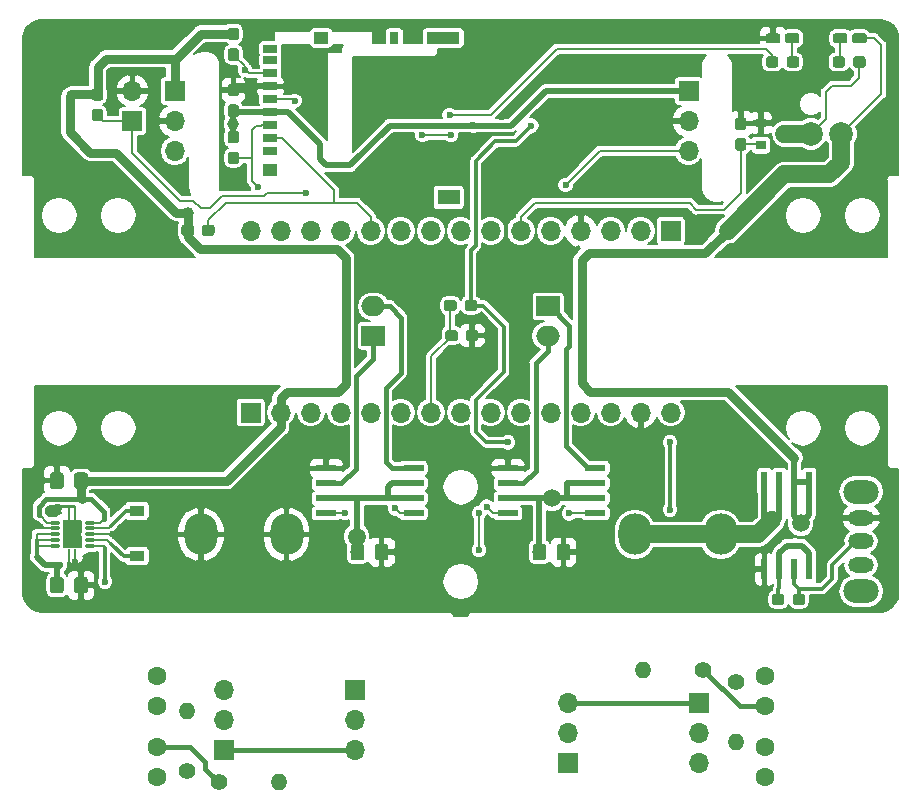
<source format=gbl>
G04 #@! TF.GenerationSoftware,KiCad,Pcbnew,(5.0.0)*
G04 #@! TF.CreationDate,2019-08-04T00:31:06+09:00*
G04 #@! TF.ProjectId,MiniRoverShield,4D696E69526F766572536869656C642E,rev?*
G04 #@! TF.SameCoordinates,Original*
G04 #@! TF.FileFunction,Copper,L2,Bot,Signal*
G04 #@! TF.FilePolarity,Positive*
%FSLAX46Y46*%
G04 Gerber Fmt 4.6, Leading zero omitted, Abs format (unit mm)*
G04 Created by KiCad (PCBNEW (5.0.0)) date 08/04/19 00:31:06*
%MOMM*%
%LPD*%
G01*
G04 APERTURE LIST*
G04 #@! TA.AperFunction,ComponentPad*
%ADD10C,1.600000*%
G04 #@! TD*
G04 #@! TA.AperFunction,ComponentPad*
%ADD11R,1.700000X1.700000*%
G04 #@! TD*
G04 #@! TA.AperFunction,ComponentPad*
%ADD12O,1.700000X1.700000*%
G04 #@! TD*
G04 #@! TA.AperFunction,ComponentPad*
%ADD13O,1.400000X1.400000*%
G04 #@! TD*
G04 #@! TA.AperFunction,ComponentPad*
%ADD14C,1.400000*%
G04 #@! TD*
G04 #@! TA.AperFunction,Conductor*
%ADD15C,0.100000*%
G04 #@! TD*
G04 #@! TA.AperFunction,SMDPad,CuDef*
%ADD16C,0.850000*%
G04 #@! TD*
G04 #@! TA.AperFunction,SMDPad,CuDef*
%ADD17C,0.950000*%
G04 #@! TD*
G04 #@! TA.AperFunction,SMDPad,CuDef*
%ADD18C,1.150000*%
G04 #@! TD*
G04 #@! TA.AperFunction,ComponentPad*
%ADD19O,2.000000X1.700000*%
G04 #@! TD*
G04 #@! TA.AperFunction,ComponentPad*
%ADD20R,2.000000X1.700000*%
G04 #@! TD*
G04 #@! TA.AperFunction,SMDPad,CuDef*
%ADD21R,0.550000X1.750000*%
G04 #@! TD*
G04 #@! TA.AperFunction,SMDPad,CuDef*
%ADD22R,1.750000X0.550000*%
G04 #@! TD*
G04 #@! TA.AperFunction,SMDPad,CuDef*
%ADD23O,0.850000X0.280000*%
G04 #@! TD*
G04 #@! TA.AperFunction,SMDPad,CuDef*
%ADD24R,0.280000X0.280000*%
G04 #@! TD*
G04 #@! TA.AperFunction,SMDPad,CuDef*
%ADD25R,0.680000X1.050000*%
G04 #@! TD*
G04 #@! TA.AperFunction,SMDPad,CuDef*
%ADD26R,0.280000X0.700000*%
G04 #@! TD*
G04 #@! TA.AperFunction,SMDPad,CuDef*
%ADD27R,0.260000X0.500000*%
G04 #@! TD*
G04 #@! TA.AperFunction,SMDPad,CuDef*
%ADD28R,1.650000X2.400000*%
G04 #@! TD*
G04 #@! TA.AperFunction,ComponentPad*
%ADD29C,0.600000*%
G04 #@! TD*
G04 #@! TA.AperFunction,SMDPad,CuDef*
%ADD30R,0.900000X0.800000*%
G04 #@! TD*
G04 #@! TA.AperFunction,ComponentPad*
%ADD31C,2.000000*%
G04 #@! TD*
G04 #@! TA.AperFunction,SMDPad,CuDef*
%ADD32R,1.300000X0.900000*%
G04 #@! TD*
G04 #@! TA.AperFunction,ComponentPad*
%ADD33O,2.800000X3.500000*%
G04 #@! TD*
G04 #@! TA.AperFunction,SMDPad,CuDef*
%ADD34R,1.200000X0.700000*%
G04 #@! TD*
G04 #@! TA.AperFunction,SMDPad,CuDef*
%ADD35R,1.200000X1.000000*%
G04 #@! TD*
G04 #@! TA.AperFunction,SMDPad,CuDef*
%ADD36R,0.800000X1.000000*%
G04 #@! TD*
G04 #@! TA.AperFunction,SMDPad,CuDef*
%ADD37R,2.800000X1.000000*%
G04 #@! TD*
G04 #@! TA.AperFunction,SMDPad,CuDef*
%ADD38R,1.900000X1.300000*%
G04 #@! TD*
G04 #@! TA.AperFunction,ComponentPad*
%ADD39O,3.000000X2.000000*%
G04 #@! TD*
G04 #@! TA.AperFunction,ComponentPad*
%ADD40O,2.200000X1.300000*%
G04 #@! TD*
G04 #@! TA.AperFunction,ViaPad*
%ADD41C,0.600000*%
G04 #@! TD*
G04 #@! TA.AperFunction,ViaPad*
%ADD42C,1.000000*%
G04 #@! TD*
G04 #@! TA.AperFunction,ViaPad*
%ADD43C,1.500000*%
G04 #@! TD*
G04 #@! TA.AperFunction,Conductor*
%ADD44C,0.200000*%
G04 #@! TD*
G04 #@! TA.AperFunction,Conductor*
%ADD45C,0.300000*%
G04 #@! TD*
G04 #@! TA.AperFunction,Conductor*
%ADD46C,0.500000*%
G04 #@! TD*
G04 #@! TA.AperFunction,Conductor*
%ADD47C,0.152400*%
G04 #@! TD*
G04 #@! TA.AperFunction,Conductor*
%ADD48C,0.400000*%
G04 #@! TD*
G04 #@! TA.AperFunction,Conductor*
%ADD49C,0.800000*%
G04 #@! TD*
G04 #@! TA.AperFunction,Conductor*
%ADD50C,1.500000*%
G04 #@! TD*
G04 APERTURE END LIST*
D10*
G04 #@! TO.P,Q4,1*
G04 #@! TO.N,Net-(D4-Pad2)*
X103850000Y-111470000D03*
G04 #@! TO.P,Q4,2*
G04 #@! TO.N,Net-(J4-Pad3)*
X103850000Y-108930000D03*
G04 #@! TD*
G04 #@! TO.P,D4,2*
G04 #@! TO.N,Net-(D4-Pad2)*
X103850000Y-102930000D03*
G04 #@! TO.P,D4,1*
G04 #@! TO.N,Net-(D4-Pad1)*
X103850000Y-105470000D03*
G04 #@! TD*
D11*
G04 #@! TO.P,J6,1*
G04 #@! TO.N,Net-(J4-Pad3)*
X98200000Y-105190000D03*
D12*
G04 #@! TO.P,J6,2*
G04 #@! TO.N,Net-(J4-Pad2)*
X98200000Y-107730000D03*
G04 #@! TO.P,J6,3*
G04 #@! TO.N,Net-(D4-Pad2)*
X98200000Y-110270000D03*
G04 #@! TD*
D11*
G04 #@! TO.P,J4,1*
G04 #@! TO.N,Net-(D4-Pad2)*
X87100000Y-110270000D03*
D12*
G04 #@! TO.P,J4,2*
G04 #@! TO.N,Net-(J4-Pad2)*
X87100000Y-107730000D03*
G04 #@! TO.P,J4,3*
G04 #@! TO.N,Net-(J4-Pad3)*
X87100000Y-105190000D03*
G04 #@! TD*
D13*
G04 #@! TO.P,R10,2*
G04 #@! TO.N,Net-(J4-Pad2)*
X101350000Y-108510000D03*
D14*
G04 #@! TO.P,R10,1*
G04 #@! TO.N,Net-(J4-Pad3)*
X101350000Y-103430000D03*
G04 #@! TD*
G04 #@! TO.P,R12,1*
G04 #@! TO.N,Net-(D4-Pad1)*
X98600000Y-102430000D03*
D13*
G04 #@! TO.P,R12,2*
G04 #@! TO.N,Net-(J4-Pad2)*
X93520000Y-102430000D03*
G04 #@! TD*
D15*
G04 #@! TO.N,+VSW*
G04 #@! TO.C,D2*
G36*
X112220829Y-48506023D02*
X112241457Y-48509083D01*
X112261685Y-48514150D01*
X112281320Y-48521176D01*
X112300172Y-48530092D01*
X112318059Y-48540813D01*
X112334809Y-48553235D01*
X112350260Y-48567240D01*
X112364265Y-48582691D01*
X112376687Y-48599441D01*
X112387408Y-48617328D01*
X112396324Y-48636180D01*
X112403350Y-48655815D01*
X112408417Y-48676043D01*
X112411477Y-48696671D01*
X112412500Y-48717500D01*
X112412500Y-49142500D01*
X112411477Y-49163329D01*
X112408417Y-49183957D01*
X112403350Y-49204185D01*
X112396324Y-49223820D01*
X112387408Y-49242672D01*
X112376687Y-49260559D01*
X112364265Y-49277309D01*
X112350260Y-49292760D01*
X112334809Y-49306765D01*
X112318059Y-49319187D01*
X112300172Y-49329908D01*
X112281320Y-49338824D01*
X112261685Y-49345850D01*
X112241457Y-49350917D01*
X112220829Y-49353977D01*
X112200000Y-49355000D01*
X111400000Y-49355000D01*
X111379171Y-49353977D01*
X111358543Y-49350917D01*
X111338315Y-49345850D01*
X111318680Y-49338824D01*
X111299828Y-49329908D01*
X111281941Y-49319187D01*
X111265191Y-49306765D01*
X111249740Y-49292760D01*
X111235735Y-49277309D01*
X111223313Y-49260559D01*
X111212592Y-49242672D01*
X111203676Y-49223820D01*
X111196650Y-49204185D01*
X111191583Y-49183957D01*
X111188523Y-49163329D01*
X111187500Y-49142500D01*
X111187500Y-48717500D01*
X111188523Y-48696671D01*
X111191583Y-48676043D01*
X111196650Y-48655815D01*
X111203676Y-48636180D01*
X111212592Y-48617328D01*
X111223313Y-48599441D01*
X111235735Y-48582691D01*
X111249740Y-48567240D01*
X111265191Y-48553235D01*
X111281941Y-48540813D01*
X111299828Y-48530092D01*
X111318680Y-48521176D01*
X111338315Y-48514150D01*
X111358543Y-48509083D01*
X111379171Y-48506023D01*
X111400000Y-48505000D01*
X112200000Y-48505000D01*
X112220829Y-48506023D01*
X112220829Y-48506023D01*
G37*
D16*
G04 #@! TD*
G04 #@! TO.P,D2,2*
G04 #@! TO.N,+VSW*
X111800000Y-48930000D03*
D15*
G04 #@! TO.N,Net-(D2-Pad1)*
G04 #@! TO.C,D2*
G36*
X110595829Y-48506023D02*
X110616457Y-48509083D01*
X110636685Y-48514150D01*
X110656320Y-48521176D01*
X110675172Y-48530092D01*
X110693059Y-48540813D01*
X110709809Y-48553235D01*
X110725260Y-48567240D01*
X110739265Y-48582691D01*
X110751687Y-48599441D01*
X110762408Y-48617328D01*
X110771324Y-48636180D01*
X110778350Y-48655815D01*
X110783417Y-48676043D01*
X110786477Y-48696671D01*
X110787500Y-48717500D01*
X110787500Y-49142500D01*
X110786477Y-49163329D01*
X110783417Y-49183957D01*
X110778350Y-49204185D01*
X110771324Y-49223820D01*
X110762408Y-49242672D01*
X110751687Y-49260559D01*
X110739265Y-49277309D01*
X110725260Y-49292760D01*
X110709809Y-49306765D01*
X110693059Y-49319187D01*
X110675172Y-49329908D01*
X110656320Y-49338824D01*
X110636685Y-49345850D01*
X110616457Y-49350917D01*
X110595829Y-49353977D01*
X110575000Y-49355000D01*
X109775000Y-49355000D01*
X109754171Y-49353977D01*
X109733543Y-49350917D01*
X109713315Y-49345850D01*
X109693680Y-49338824D01*
X109674828Y-49329908D01*
X109656941Y-49319187D01*
X109640191Y-49306765D01*
X109624740Y-49292760D01*
X109610735Y-49277309D01*
X109598313Y-49260559D01*
X109587592Y-49242672D01*
X109578676Y-49223820D01*
X109571650Y-49204185D01*
X109566583Y-49183957D01*
X109563523Y-49163329D01*
X109562500Y-49142500D01*
X109562500Y-48717500D01*
X109563523Y-48696671D01*
X109566583Y-48676043D01*
X109571650Y-48655815D01*
X109578676Y-48636180D01*
X109587592Y-48617328D01*
X109598313Y-48599441D01*
X109610735Y-48582691D01*
X109624740Y-48567240D01*
X109640191Y-48553235D01*
X109656941Y-48540813D01*
X109674828Y-48530092D01*
X109693680Y-48521176D01*
X109713315Y-48514150D01*
X109733543Y-48509083D01*
X109754171Y-48506023D01*
X109775000Y-48505000D01*
X110575000Y-48505000D01*
X110595829Y-48506023D01*
X110595829Y-48506023D01*
G37*
D16*
G04 #@! TD*
G04 #@! TO.P,D2,1*
G04 #@! TO.N,Net-(D2-Pad1)*
X110175000Y-48930000D03*
D15*
G04 #@! TO.N,GND*
G04 #@! TO.C,D1*
G36*
X104908329Y-48506023D02*
X104928957Y-48509083D01*
X104949185Y-48514150D01*
X104968820Y-48521176D01*
X104987672Y-48530092D01*
X105005559Y-48540813D01*
X105022309Y-48553235D01*
X105037760Y-48567240D01*
X105051765Y-48582691D01*
X105064187Y-48599441D01*
X105074908Y-48617328D01*
X105083824Y-48636180D01*
X105090850Y-48655815D01*
X105095917Y-48676043D01*
X105098977Y-48696671D01*
X105100000Y-48717500D01*
X105100000Y-49142500D01*
X105098977Y-49163329D01*
X105095917Y-49183957D01*
X105090850Y-49204185D01*
X105083824Y-49223820D01*
X105074908Y-49242672D01*
X105064187Y-49260559D01*
X105051765Y-49277309D01*
X105037760Y-49292760D01*
X105022309Y-49306765D01*
X105005559Y-49319187D01*
X104987672Y-49329908D01*
X104968820Y-49338824D01*
X104949185Y-49345850D01*
X104928957Y-49350917D01*
X104908329Y-49353977D01*
X104887500Y-49355000D01*
X104087500Y-49355000D01*
X104066671Y-49353977D01*
X104046043Y-49350917D01*
X104025815Y-49345850D01*
X104006180Y-49338824D01*
X103987328Y-49329908D01*
X103969441Y-49319187D01*
X103952691Y-49306765D01*
X103937240Y-49292760D01*
X103923235Y-49277309D01*
X103910813Y-49260559D01*
X103900092Y-49242672D01*
X103891176Y-49223820D01*
X103884150Y-49204185D01*
X103879083Y-49183957D01*
X103876023Y-49163329D01*
X103875000Y-49142500D01*
X103875000Y-48717500D01*
X103876023Y-48696671D01*
X103879083Y-48676043D01*
X103884150Y-48655815D01*
X103891176Y-48636180D01*
X103900092Y-48617328D01*
X103910813Y-48599441D01*
X103923235Y-48582691D01*
X103937240Y-48567240D01*
X103952691Y-48553235D01*
X103969441Y-48540813D01*
X103987328Y-48530092D01*
X104006180Y-48521176D01*
X104025815Y-48514150D01*
X104046043Y-48509083D01*
X104066671Y-48506023D01*
X104087500Y-48505000D01*
X104887500Y-48505000D01*
X104908329Y-48506023D01*
X104908329Y-48506023D01*
G37*
D16*
G04 #@! TD*
G04 #@! TO.P,D1,1*
G04 #@! TO.N,GND*
X104487500Y-48930000D03*
D15*
G04 #@! TO.N,Net-(D1-Pad2)*
G04 #@! TO.C,D1*
G36*
X106533329Y-48506023D02*
X106553957Y-48509083D01*
X106574185Y-48514150D01*
X106593820Y-48521176D01*
X106612672Y-48530092D01*
X106630559Y-48540813D01*
X106647309Y-48553235D01*
X106662760Y-48567240D01*
X106676765Y-48582691D01*
X106689187Y-48599441D01*
X106699908Y-48617328D01*
X106708824Y-48636180D01*
X106715850Y-48655815D01*
X106720917Y-48676043D01*
X106723977Y-48696671D01*
X106725000Y-48717500D01*
X106725000Y-49142500D01*
X106723977Y-49163329D01*
X106720917Y-49183957D01*
X106715850Y-49204185D01*
X106708824Y-49223820D01*
X106699908Y-49242672D01*
X106689187Y-49260559D01*
X106676765Y-49277309D01*
X106662760Y-49292760D01*
X106647309Y-49306765D01*
X106630559Y-49319187D01*
X106612672Y-49329908D01*
X106593820Y-49338824D01*
X106574185Y-49345850D01*
X106553957Y-49350917D01*
X106533329Y-49353977D01*
X106512500Y-49355000D01*
X105712500Y-49355000D01*
X105691671Y-49353977D01*
X105671043Y-49350917D01*
X105650815Y-49345850D01*
X105631180Y-49338824D01*
X105612328Y-49329908D01*
X105594441Y-49319187D01*
X105577691Y-49306765D01*
X105562240Y-49292760D01*
X105548235Y-49277309D01*
X105535813Y-49260559D01*
X105525092Y-49242672D01*
X105516176Y-49223820D01*
X105509150Y-49204185D01*
X105504083Y-49183957D01*
X105501023Y-49163329D01*
X105500000Y-49142500D01*
X105500000Y-48717500D01*
X105501023Y-48696671D01*
X105504083Y-48676043D01*
X105509150Y-48655815D01*
X105516176Y-48636180D01*
X105525092Y-48617328D01*
X105535813Y-48599441D01*
X105548235Y-48582691D01*
X105562240Y-48567240D01*
X105577691Y-48553235D01*
X105594441Y-48540813D01*
X105612328Y-48530092D01*
X105631180Y-48521176D01*
X105650815Y-48514150D01*
X105671043Y-48509083D01*
X105691671Y-48506023D01*
X105712500Y-48505000D01*
X106512500Y-48505000D01*
X106533329Y-48506023D01*
X106533329Y-48506023D01*
G37*
D16*
G04 #@! TD*
G04 #@! TO.P,D1,2*
G04 #@! TO.N,Net-(D1-Pad2)*
X106112500Y-48930000D03*
D10*
G04 #@! TO.P,D3,1*
G04 #@! TO.N,Net-(D3-Pad1)*
X52350000Y-108890000D03*
G04 #@! TO.P,D3,2*
G04 #@! TO.N,Net-(D3-Pad2)*
X52350000Y-111430000D03*
G04 #@! TD*
G04 #@! TO.P,Q3,2*
G04 #@! TO.N,Net-(J3-Pad3)*
X52350000Y-105430000D03*
G04 #@! TO.P,Q3,1*
G04 #@! TO.N,Net-(D3-Pad2)*
X52350000Y-102890000D03*
G04 #@! TD*
D12*
G04 #@! TO.P,J3,3*
G04 #@! TO.N,Net-(J3-Pad3)*
X69100000Y-109170000D03*
G04 #@! TO.P,J3,2*
G04 #@! TO.N,Net-(J3-Pad2)*
X69100000Y-106630000D03*
D11*
G04 #@! TO.P,J3,1*
G04 #@! TO.N,Net-(D3-Pad2)*
X69100000Y-104090000D03*
G04 #@! TD*
D15*
G04 #@! TO.N,+3V3*
G04 #@! TO.C,C3*
G36*
X59060779Y-54531144D02*
X59083834Y-54534563D01*
X59106443Y-54540227D01*
X59128387Y-54548079D01*
X59149457Y-54558044D01*
X59169448Y-54570026D01*
X59188168Y-54583910D01*
X59205438Y-54599562D01*
X59221090Y-54616832D01*
X59234974Y-54635552D01*
X59246956Y-54655543D01*
X59256921Y-54676613D01*
X59264773Y-54698557D01*
X59270437Y-54721166D01*
X59273856Y-54744221D01*
X59275000Y-54767500D01*
X59275000Y-55342500D01*
X59273856Y-55365779D01*
X59270437Y-55388834D01*
X59264773Y-55411443D01*
X59256921Y-55433387D01*
X59246956Y-55454457D01*
X59234974Y-55474448D01*
X59221090Y-55493168D01*
X59205438Y-55510438D01*
X59188168Y-55526090D01*
X59169448Y-55539974D01*
X59149457Y-55551956D01*
X59128387Y-55561921D01*
X59106443Y-55569773D01*
X59083834Y-55575437D01*
X59060779Y-55578856D01*
X59037500Y-55580000D01*
X58562500Y-55580000D01*
X58539221Y-55578856D01*
X58516166Y-55575437D01*
X58493557Y-55569773D01*
X58471613Y-55561921D01*
X58450543Y-55551956D01*
X58430552Y-55539974D01*
X58411832Y-55526090D01*
X58394562Y-55510438D01*
X58378910Y-55493168D01*
X58365026Y-55474448D01*
X58353044Y-55454457D01*
X58343079Y-55433387D01*
X58335227Y-55411443D01*
X58329563Y-55388834D01*
X58326144Y-55365779D01*
X58325000Y-55342500D01*
X58325000Y-54767500D01*
X58326144Y-54744221D01*
X58329563Y-54721166D01*
X58335227Y-54698557D01*
X58343079Y-54676613D01*
X58353044Y-54655543D01*
X58365026Y-54635552D01*
X58378910Y-54616832D01*
X58394562Y-54599562D01*
X58411832Y-54583910D01*
X58430552Y-54570026D01*
X58450543Y-54558044D01*
X58471613Y-54548079D01*
X58493557Y-54540227D01*
X58516166Y-54534563D01*
X58539221Y-54531144D01*
X58562500Y-54530000D01*
X59037500Y-54530000D01*
X59060779Y-54531144D01*
X59060779Y-54531144D01*
G37*
D17*
G04 #@! TD*
G04 #@! TO.P,C3,1*
G04 #@! TO.N,+3V3*
X58800000Y-55055000D03*
D15*
G04 #@! TO.N,GND*
G04 #@! TO.C,C3*
G36*
X59060779Y-52781144D02*
X59083834Y-52784563D01*
X59106443Y-52790227D01*
X59128387Y-52798079D01*
X59149457Y-52808044D01*
X59169448Y-52820026D01*
X59188168Y-52833910D01*
X59205438Y-52849562D01*
X59221090Y-52866832D01*
X59234974Y-52885552D01*
X59246956Y-52905543D01*
X59256921Y-52926613D01*
X59264773Y-52948557D01*
X59270437Y-52971166D01*
X59273856Y-52994221D01*
X59275000Y-53017500D01*
X59275000Y-53592500D01*
X59273856Y-53615779D01*
X59270437Y-53638834D01*
X59264773Y-53661443D01*
X59256921Y-53683387D01*
X59246956Y-53704457D01*
X59234974Y-53724448D01*
X59221090Y-53743168D01*
X59205438Y-53760438D01*
X59188168Y-53776090D01*
X59169448Y-53789974D01*
X59149457Y-53801956D01*
X59128387Y-53811921D01*
X59106443Y-53819773D01*
X59083834Y-53825437D01*
X59060779Y-53828856D01*
X59037500Y-53830000D01*
X58562500Y-53830000D01*
X58539221Y-53828856D01*
X58516166Y-53825437D01*
X58493557Y-53819773D01*
X58471613Y-53811921D01*
X58450543Y-53801956D01*
X58430552Y-53789974D01*
X58411832Y-53776090D01*
X58394562Y-53760438D01*
X58378910Y-53743168D01*
X58365026Y-53724448D01*
X58353044Y-53704457D01*
X58343079Y-53683387D01*
X58335227Y-53661443D01*
X58329563Y-53638834D01*
X58326144Y-53615779D01*
X58325000Y-53592500D01*
X58325000Y-53017500D01*
X58326144Y-52994221D01*
X58329563Y-52971166D01*
X58335227Y-52948557D01*
X58343079Y-52926613D01*
X58353044Y-52905543D01*
X58365026Y-52885552D01*
X58378910Y-52866832D01*
X58394562Y-52849562D01*
X58411832Y-52833910D01*
X58430552Y-52820026D01*
X58450543Y-52808044D01*
X58471613Y-52798079D01*
X58493557Y-52790227D01*
X58516166Y-52784563D01*
X58539221Y-52781144D01*
X58562500Y-52780000D01*
X59037500Y-52780000D01*
X59060779Y-52781144D01*
X59060779Y-52781144D01*
G37*
D17*
G04 #@! TD*
G04 #@! TO.P,C3,2*
G04 #@! TO.N,GND*
X58800000Y-53305000D03*
D15*
G04 #@! TO.N,GND*
G04 #@! TO.C,C1*
G36*
X46249505Y-94531204D02*
X46273773Y-94534804D01*
X46297572Y-94540765D01*
X46320671Y-94549030D01*
X46342850Y-94559520D01*
X46363893Y-94572132D01*
X46383599Y-94586747D01*
X46401777Y-94603223D01*
X46418253Y-94621401D01*
X46432868Y-94641107D01*
X46445480Y-94662150D01*
X46455970Y-94684329D01*
X46464235Y-94707428D01*
X46470196Y-94731227D01*
X46473796Y-94755495D01*
X46475000Y-94779999D01*
X46475000Y-95680001D01*
X46473796Y-95704505D01*
X46470196Y-95728773D01*
X46464235Y-95752572D01*
X46455970Y-95775671D01*
X46445480Y-95797850D01*
X46432868Y-95818893D01*
X46418253Y-95838599D01*
X46401777Y-95856777D01*
X46383599Y-95873253D01*
X46363893Y-95887868D01*
X46342850Y-95900480D01*
X46320671Y-95910970D01*
X46297572Y-95919235D01*
X46273773Y-95925196D01*
X46249505Y-95928796D01*
X46225001Y-95930000D01*
X45574999Y-95930000D01*
X45550495Y-95928796D01*
X45526227Y-95925196D01*
X45502428Y-95919235D01*
X45479329Y-95910970D01*
X45457150Y-95900480D01*
X45436107Y-95887868D01*
X45416401Y-95873253D01*
X45398223Y-95856777D01*
X45381747Y-95838599D01*
X45367132Y-95818893D01*
X45354520Y-95797850D01*
X45344030Y-95775671D01*
X45335765Y-95752572D01*
X45329804Y-95728773D01*
X45326204Y-95704505D01*
X45325000Y-95680001D01*
X45325000Y-94779999D01*
X45326204Y-94755495D01*
X45329804Y-94731227D01*
X45335765Y-94707428D01*
X45344030Y-94684329D01*
X45354520Y-94662150D01*
X45367132Y-94641107D01*
X45381747Y-94621401D01*
X45398223Y-94603223D01*
X45416401Y-94586747D01*
X45436107Y-94572132D01*
X45457150Y-94559520D01*
X45479329Y-94549030D01*
X45502428Y-94540765D01*
X45526227Y-94534804D01*
X45550495Y-94531204D01*
X45574999Y-94530000D01*
X46225001Y-94530000D01*
X46249505Y-94531204D01*
X46249505Y-94531204D01*
G37*
D18*
G04 #@! TD*
G04 #@! TO.P,C1,2*
G04 #@! TO.N,GND*
X45900000Y-95230000D03*
D15*
G04 #@! TO.N,+VSW*
G04 #@! TO.C,C1*
G36*
X44199505Y-94531204D02*
X44223773Y-94534804D01*
X44247572Y-94540765D01*
X44270671Y-94549030D01*
X44292850Y-94559520D01*
X44313893Y-94572132D01*
X44333599Y-94586747D01*
X44351777Y-94603223D01*
X44368253Y-94621401D01*
X44382868Y-94641107D01*
X44395480Y-94662150D01*
X44405970Y-94684329D01*
X44414235Y-94707428D01*
X44420196Y-94731227D01*
X44423796Y-94755495D01*
X44425000Y-94779999D01*
X44425000Y-95680001D01*
X44423796Y-95704505D01*
X44420196Y-95728773D01*
X44414235Y-95752572D01*
X44405970Y-95775671D01*
X44395480Y-95797850D01*
X44382868Y-95818893D01*
X44368253Y-95838599D01*
X44351777Y-95856777D01*
X44333599Y-95873253D01*
X44313893Y-95887868D01*
X44292850Y-95900480D01*
X44270671Y-95910970D01*
X44247572Y-95919235D01*
X44223773Y-95925196D01*
X44199505Y-95928796D01*
X44175001Y-95930000D01*
X43524999Y-95930000D01*
X43500495Y-95928796D01*
X43476227Y-95925196D01*
X43452428Y-95919235D01*
X43429329Y-95910970D01*
X43407150Y-95900480D01*
X43386107Y-95887868D01*
X43366401Y-95873253D01*
X43348223Y-95856777D01*
X43331747Y-95838599D01*
X43317132Y-95818893D01*
X43304520Y-95797850D01*
X43294030Y-95775671D01*
X43285765Y-95752572D01*
X43279804Y-95728773D01*
X43276204Y-95704505D01*
X43275000Y-95680001D01*
X43275000Y-94779999D01*
X43276204Y-94755495D01*
X43279804Y-94731227D01*
X43285765Y-94707428D01*
X43294030Y-94684329D01*
X43304520Y-94662150D01*
X43317132Y-94641107D01*
X43331747Y-94621401D01*
X43348223Y-94603223D01*
X43366401Y-94586747D01*
X43386107Y-94572132D01*
X43407150Y-94559520D01*
X43429329Y-94549030D01*
X43452428Y-94540765D01*
X43476227Y-94534804D01*
X43500495Y-94531204D01*
X43524999Y-94530000D01*
X44175001Y-94530000D01*
X44199505Y-94531204D01*
X44199505Y-94531204D01*
G37*
D18*
G04 #@! TD*
G04 #@! TO.P,C1,1*
G04 #@! TO.N,+VSW*
X43850000Y-95230000D03*
D15*
G04 #@! TO.N,+3V3*
G04 #@! TO.C,C2*
G36*
X46249505Y-85681204D02*
X46273773Y-85684804D01*
X46297572Y-85690765D01*
X46320671Y-85699030D01*
X46342850Y-85709520D01*
X46363893Y-85722132D01*
X46383599Y-85736747D01*
X46401777Y-85753223D01*
X46418253Y-85771401D01*
X46432868Y-85791107D01*
X46445480Y-85812150D01*
X46455970Y-85834329D01*
X46464235Y-85857428D01*
X46470196Y-85881227D01*
X46473796Y-85905495D01*
X46475000Y-85929999D01*
X46475000Y-86830001D01*
X46473796Y-86854505D01*
X46470196Y-86878773D01*
X46464235Y-86902572D01*
X46455970Y-86925671D01*
X46445480Y-86947850D01*
X46432868Y-86968893D01*
X46418253Y-86988599D01*
X46401777Y-87006777D01*
X46383599Y-87023253D01*
X46363893Y-87037868D01*
X46342850Y-87050480D01*
X46320671Y-87060970D01*
X46297572Y-87069235D01*
X46273773Y-87075196D01*
X46249505Y-87078796D01*
X46225001Y-87080000D01*
X45574999Y-87080000D01*
X45550495Y-87078796D01*
X45526227Y-87075196D01*
X45502428Y-87069235D01*
X45479329Y-87060970D01*
X45457150Y-87050480D01*
X45436107Y-87037868D01*
X45416401Y-87023253D01*
X45398223Y-87006777D01*
X45381747Y-86988599D01*
X45367132Y-86968893D01*
X45354520Y-86947850D01*
X45344030Y-86925671D01*
X45335765Y-86902572D01*
X45329804Y-86878773D01*
X45326204Y-86854505D01*
X45325000Y-86830001D01*
X45325000Y-85929999D01*
X45326204Y-85905495D01*
X45329804Y-85881227D01*
X45335765Y-85857428D01*
X45344030Y-85834329D01*
X45354520Y-85812150D01*
X45367132Y-85791107D01*
X45381747Y-85771401D01*
X45398223Y-85753223D01*
X45416401Y-85736747D01*
X45436107Y-85722132D01*
X45457150Y-85709520D01*
X45479329Y-85699030D01*
X45502428Y-85690765D01*
X45526227Y-85684804D01*
X45550495Y-85681204D01*
X45574999Y-85680000D01*
X46225001Y-85680000D01*
X46249505Y-85681204D01*
X46249505Y-85681204D01*
G37*
D18*
G04 #@! TD*
G04 #@! TO.P,C2,1*
G04 #@! TO.N,+3V3*
X45900000Y-86380000D03*
D15*
G04 #@! TO.N,GND*
G04 #@! TO.C,C2*
G36*
X44199505Y-85681204D02*
X44223773Y-85684804D01*
X44247572Y-85690765D01*
X44270671Y-85699030D01*
X44292850Y-85709520D01*
X44313893Y-85722132D01*
X44333599Y-85736747D01*
X44351777Y-85753223D01*
X44368253Y-85771401D01*
X44382868Y-85791107D01*
X44395480Y-85812150D01*
X44405970Y-85834329D01*
X44414235Y-85857428D01*
X44420196Y-85881227D01*
X44423796Y-85905495D01*
X44425000Y-85929999D01*
X44425000Y-86830001D01*
X44423796Y-86854505D01*
X44420196Y-86878773D01*
X44414235Y-86902572D01*
X44405970Y-86925671D01*
X44395480Y-86947850D01*
X44382868Y-86968893D01*
X44368253Y-86988599D01*
X44351777Y-87006777D01*
X44333599Y-87023253D01*
X44313893Y-87037868D01*
X44292850Y-87050480D01*
X44270671Y-87060970D01*
X44247572Y-87069235D01*
X44223773Y-87075196D01*
X44199505Y-87078796D01*
X44175001Y-87080000D01*
X43524999Y-87080000D01*
X43500495Y-87078796D01*
X43476227Y-87075196D01*
X43452428Y-87069235D01*
X43429329Y-87060970D01*
X43407150Y-87050480D01*
X43386107Y-87037868D01*
X43366401Y-87023253D01*
X43348223Y-87006777D01*
X43331747Y-86988599D01*
X43317132Y-86968893D01*
X43304520Y-86947850D01*
X43294030Y-86925671D01*
X43285765Y-86902572D01*
X43279804Y-86878773D01*
X43276204Y-86854505D01*
X43275000Y-86830001D01*
X43275000Y-85929999D01*
X43276204Y-85905495D01*
X43279804Y-85881227D01*
X43285765Y-85857428D01*
X43294030Y-85834329D01*
X43304520Y-85812150D01*
X43317132Y-85791107D01*
X43331747Y-85771401D01*
X43348223Y-85753223D01*
X43366401Y-85736747D01*
X43386107Y-85722132D01*
X43407150Y-85709520D01*
X43429329Y-85699030D01*
X43452428Y-85690765D01*
X43476227Y-85684804D01*
X43500495Y-85681204D01*
X43524999Y-85680000D01*
X44175001Y-85680000D01*
X44199505Y-85681204D01*
X44199505Y-85681204D01*
G37*
D18*
G04 #@! TD*
G04 #@! TO.P,C2,2*
G04 #@! TO.N,GND*
X43850000Y-86380000D03*
D15*
G04 #@! TO.N,GND*
G04 #@! TO.C,C4*
G36*
X71699505Y-91731204D02*
X71723773Y-91734804D01*
X71747572Y-91740765D01*
X71770671Y-91749030D01*
X71792850Y-91759520D01*
X71813893Y-91772132D01*
X71833599Y-91786747D01*
X71851777Y-91803223D01*
X71868253Y-91821401D01*
X71882868Y-91841107D01*
X71895480Y-91862150D01*
X71905970Y-91884329D01*
X71914235Y-91907428D01*
X71920196Y-91931227D01*
X71923796Y-91955495D01*
X71925000Y-91979999D01*
X71925000Y-92880001D01*
X71923796Y-92904505D01*
X71920196Y-92928773D01*
X71914235Y-92952572D01*
X71905970Y-92975671D01*
X71895480Y-92997850D01*
X71882868Y-93018893D01*
X71868253Y-93038599D01*
X71851777Y-93056777D01*
X71833599Y-93073253D01*
X71813893Y-93087868D01*
X71792850Y-93100480D01*
X71770671Y-93110970D01*
X71747572Y-93119235D01*
X71723773Y-93125196D01*
X71699505Y-93128796D01*
X71675001Y-93130000D01*
X71024999Y-93130000D01*
X71000495Y-93128796D01*
X70976227Y-93125196D01*
X70952428Y-93119235D01*
X70929329Y-93110970D01*
X70907150Y-93100480D01*
X70886107Y-93087868D01*
X70866401Y-93073253D01*
X70848223Y-93056777D01*
X70831747Y-93038599D01*
X70817132Y-93018893D01*
X70804520Y-92997850D01*
X70794030Y-92975671D01*
X70785765Y-92952572D01*
X70779804Y-92928773D01*
X70776204Y-92904505D01*
X70775000Y-92880001D01*
X70775000Y-91979999D01*
X70776204Y-91955495D01*
X70779804Y-91931227D01*
X70785765Y-91907428D01*
X70794030Y-91884329D01*
X70804520Y-91862150D01*
X70817132Y-91841107D01*
X70831747Y-91821401D01*
X70848223Y-91803223D01*
X70866401Y-91786747D01*
X70886107Y-91772132D01*
X70907150Y-91759520D01*
X70929329Y-91749030D01*
X70952428Y-91740765D01*
X70976227Y-91734804D01*
X71000495Y-91731204D01*
X71024999Y-91730000D01*
X71675001Y-91730000D01*
X71699505Y-91731204D01*
X71699505Y-91731204D01*
G37*
D18*
G04 #@! TD*
G04 #@! TO.P,C4,2*
G04 #@! TO.N,GND*
X71350000Y-92430000D03*
D15*
G04 #@! TO.N,+VSW*
G04 #@! TO.C,C4*
G36*
X69649505Y-91731204D02*
X69673773Y-91734804D01*
X69697572Y-91740765D01*
X69720671Y-91749030D01*
X69742850Y-91759520D01*
X69763893Y-91772132D01*
X69783599Y-91786747D01*
X69801777Y-91803223D01*
X69818253Y-91821401D01*
X69832868Y-91841107D01*
X69845480Y-91862150D01*
X69855970Y-91884329D01*
X69864235Y-91907428D01*
X69870196Y-91931227D01*
X69873796Y-91955495D01*
X69875000Y-91979999D01*
X69875000Y-92880001D01*
X69873796Y-92904505D01*
X69870196Y-92928773D01*
X69864235Y-92952572D01*
X69855970Y-92975671D01*
X69845480Y-92997850D01*
X69832868Y-93018893D01*
X69818253Y-93038599D01*
X69801777Y-93056777D01*
X69783599Y-93073253D01*
X69763893Y-93087868D01*
X69742850Y-93100480D01*
X69720671Y-93110970D01*
X69697572Y-93119235D01*
X69673773Y-93125196D01*
X69649505Y-93128796D01*
X69625001Y-93130000D01*
X68974999Y-93130000D01*
X68950495Y-93128796D01*
X68926227Y-93125196D01*
X68902428Y-93119235D01*
X68879329Y-93110970D01*
X68857150Y-93100480D01*
X68836107Y-93087868D01*
X68816401Y-93073253D01*
X68798223Y-93056777D01*
X68781747Y-93038599D01*
X68767132Y-93018893D01*
X68754520Y-92997850D01*
X68744030Y-92975671D01*
X68735765Y-92952572D01*
X68729804Y-92928773D01*
X68726204Y-92904505D01*
X68725000Y-92880001D01*
X68725000Y-91979999D01*
X68726204Y-91955495D01*
X68729804Y-91931227D01*
X68735765Y-91907428D01*
X68744030Y-91884329D01*
X68754520Y-91862150D01*
X68767132Y-91841107D01*
X68781747Y-91821401D01*
X68798223Y-91803223D01*
X68816401Y-91786747D01*
X68836107Y-91772132D01*
X68857150Y-91759520D01*
X68879329Y-91749030D01*
X68902428Y-91740765D01*
X68926227Y-91734804D01*
X68950495Y-91731204D01*
X68974999Y-91730000D01*
X69625001Y-91730000D01*
X69649505Y-91731204D01*
X69649505Y-91731204D01*
G37*
D18*
G04 #@! TD*
G04 #@! TO.P,C4,1*
G04 #@! TO.N,+VSW*
X69300000Y-92430000D03*
D15*
G04 #@! TO.N,+VSW*
G04 #@! TO.C,C5*
G36*
X85049505Y-91731204D02*
X85073773Y-91734804D01*
X85097572Y-91740765D01*
X85120671Y-91749030D01*
X85142850Y-91759520D01*
X85163893Y-91772132D01*
X85183599Y-91786747D01*
X85201777Y-91803223D01*
X85218253Y-91821401D01*
X85232868Y-91841107D01*
X85245480Y-91862150D01*
X85255970Y-91884329D01*
X85264235Y-91907428D01*
X85270196Y-91931227D01*
X85273796Y-91955495D01*
X85275000Y-91979999D01*
X85275000Y-92880001D01*
X85273796Y-92904505D01*
X85270196Y-92928773D01*
X85264235Y-92952572D01*
X85255970Y-92975671D01*
X85245480Y-92997850D01*
X85232868Y-93018893D01*
X85218253Y-93038599D01*
X85201777Y-93056777D01*
X85183599Y-93073253D01*
X85163893Y-93087868D01*
X85142850Y-93100480D01*
X85120671Y-93110970D01*
X85097572Y-93119235D01*
X85073773Y-93125196D01*
X85049505Y-93128796D01*
X85025001Y-93130000D01*
X84374999Y-93130000D01*
X84350495Y-93128796D01*
X84326227Y-93125196D01*
X84302428Y-93119235D01*
X84279329Y-93110970D01*
X84257150Y-93100480D01*
X84236107Y-93087868D01*
X84216401Y-93073253D01*
X84198223Y-93056777D01*
X84181747Y-93038599D01*
X84167132Y-93018893D01*
X84154520Y-92997850D01*
X84144030Y-92975671D01*
X84135765Y-92952572D01*
X84129804Y-92928773D01*
X84126204Y-92904505D01*
X84125000Y-92880001D01*
X84125000Y-91979999D01*
X84126204Y-91955495D01*
X84129804Y-91931227D01*
X84135765Y-91907428D01*
X84144030Y-91884329D01*
X84154520Y-91862150D01*
X84167132Y-91841107D01*
X84181747Y-91821401D01*
X84198223Y-91803223D01*
X84216401Y-91786747D01*
X84236107Y-91772132D01*
X84257150Y-91759520D01*
X84279329Y-91749030D01*
X84302428Y-91740765D01*
X84326227Y-91734804D01*
X84350495Y-91731204D01*
X84374999Y-91730000D01*
X85025001Y-91730000D01*
X85049505Y-91731204D01*
X85049505Y-91731204D01*
G37*
D18*
G04 #@! TD*
G04 #@! TO.P,C5,1*
G04 #@! TO.N,+VSW*
X84700000Y-92430000D03*
D15*
G04 #@! TO.N,GND*
G04 #@! TO.C,C5*
G36*
X87099505Y-91731204D02*
X87123773Y-91734804D01*
X87147572Y-91740765D01*
X87170671Y-91749030D01*
X87192850Y-91759520D01*
X87213893Y-91772132D01*
X87233599Y-91786747D01*
X87251777Y-91803223D01*
X87268253Y-91821401D01*
X87282868Y-91841107D01*
X87295480Y-91862150D01*
X87305970Y-91884329D01*
X87314235Y-91907428D01*
X87320196Y-91931227D01*
X87323796Y-91955495D01*
X87325000Y-91979999D01*
X87325000Y-92880001D01*
X87323796Y-92904505D01*
X87320196Y-92928773D01*
X87314235Y-92952572D01*
X87305970Y-92975671D01*
X87295480Y-92997850D01*
X87282868Y-93018893D01*
X87268253Y-93038599D01*
X87251777Y-93056777D01*
X87233599Y-93073253D01*
X87213893Y-93087868D01*
X87192850Y-93100480D01*
X87170671Y-93110970D01*
X87147572Y-93119235D01*
X87123773Y-93125196D01*
X87099505Y-93128796D01*
X87075001Y-93130000D01*
X86424999Y-93130000D01*
X86400495Y-93128796D01*
X86376227Y-93125196D01*
X86352428Y-93119235D01*
X86329329Y-93110970D01*
X86307150Y-93100480D01*
X86286107Y-93087868D01*
X86266401Y-93073253D01*
X86248223Y-93056777D01*
X86231747Y-93038599D01*
X86217132Y-93018893D01*
X86204520Y-92997850D01*
X86194030Y-92975671D01*
X86185765Y-92952572D01*
X86179804Y-92928773D01*
X86176204Y-92904505D01*
X86175000Y-92880001D01*
X86175000Y-91979999D01*
X86176204Y-91955495D01*
X86179804Y-91931227D01*
X86185765Y-91907428D01*
X86194030Y-91884329D01*
X86204520Y-91862150D01*
X86217132Y-91841107D01*
X86231747Y-91821401D01*
X86248223Y-91803223D01*
X86266401Y-91786747D01*
X86286107Y-91772132D01*
X86307150Y-91759520D01*
X86329329Y-91749030D01*
X86352428Y-91740765D01*
X86376227Y-91734804D01*
X86400495Y-91731204D01*
X86424999Y-91730000D01*
X87075001Y-91730000D01*
X87099505Y-91731204D01*
X87099505Y-91731204D01*
G37*
D18*
G04 #@! TD*
G04 #@! TO.P,C5,2*
G04 #@! TO.N,GND*
X86750000Y-92430000D03*
D19*
G04 #@! TO.P,P5,2*
G04 #@! TO.N,Net-(P5-Pad2)*
X70650000Y-71630000D03*
D20*
G04 #@! TO.P,P5,1*
G04 #@! TO.N,Net-(P5-Pad1)*
X70650000Y-74130000D03*
G04 #@! TD*
G04 #@! TO.P,P6,1*
G04 #@! TO.N,Net-(P6-Pad1)*
X85450000Y-71630000D03*
D19*
G04 #@! TO.P,P6,2*
G04 #@! TO.N,Net-(P6-Pad2)*
X85450000Y-74130000D03*
G04 #@! TD*
D11*
G04 #@! TO.P,P3,1*
G04 #@! TO.N,/flightPin*
X50250000Y-55930000D03*
D12*
G04 #@! TO.P,P3,2*
G04 #@! TO.N,GND*
X50250000Y-53390000D03*
G04 #@! TD*
G04 #@! TO.P,J5,3*
G04 #@! TO.N,Net-(D3-Pad2)*
X58000000Y-104090000D03*
G04 #@! TO.P,J5,2*
G04 #@! TO.N,Net-(J3-Pad2)*
X58000000Y-106630000D03*
D11*
G04 #@! TO.P,J5,1*
G04 #@! TO.N,Net-(J3-Pad3)*
X58000000Y-109170000D03*
G04 #@! TD*
D21*
G04 #@! TO.P,Q1,1*
G04 #@! TO.N,+BATT*
X107555000Y-93880000D03*
G04 #@! TO.P,Q1,2*
G04 #@! TO.N,Net-(Q1-Pad2)*
X106285000Y-93880000D03*
G04 #@! TO.P,Q1,3*
G04 #@! TO.N,+BATT*
X105015000Y-93880000D03*
G04 #@! TO.P,Q1,4*
G04 #@! TO.N,GND*
X103745000Y-93880000D03*
G04 #@! TO.P,Q1,5*
G04 #@! TO.N,Net-(BT1-Pad1)*
X103745000Y-86480000D03*
G04 #@! TO.P,Q1,6*
X105015000Y-86480000D03*
G04 #@! TO.P,Q1,7*
G04 #@! TO.N,+VSW*
X106285000Y-86480000D03*
G04 #@! TO.P,Q1,8*
X107555000Y-86480000D03*
G04 #@! TD*
D22*
G04 #@! TO.P,U4,8*
G04 #@! TO.N,GND*
X82050000Y-85325000D03*
G04 #@! TO.P,U4,7*
G04 #@! TO.N,Net-(P6-Pad2)*
X82050000Y-86595000D03*
G04 #@! TO.P,U4,6*
G04 #@! TO.N,+VSW*
X82050000Y-87865000D03*
G04 #@! TO.P,U4,5*
G04 #@! TO.N,/MotorR2*
X82050000Y-89135000D03*
G04 #@! TO.P,U4,4*
G04 #@! TO.N,/MotorR1*
X89450000Y-89135000D03*
G04 #@! TO.P,U4,3*
G04 #@! TO.N,+VSW*
X89450000Y-87865000D03*
G04 #@! TO.P,U4,2*
X89450000Y-86595000D03*
G04 #@! TO.P,U4,1*
G04 #@! TO.N,Net-(P6-Pad1)*
X89450000Y-85325000D03*
G04 #@! TD*
G04 #@! TO.P,U3,1*
G04 #@! TO.N,Net-(P5-Pad2)*
X74050000Y-85325000D03*
G04 #@! TO.P,U3,2*
G04 #@! TO.N,+VSW*
X74050000Y-86595000D03*
G04 #@! TO.P,U3,3*
X74050000Y-87865000D03*
G04 #@! TO.P,U3,4*
G04 #@! TO.N,/MotorL1*
X74050000Y-89135000D03*
G04 #@! TO.P,U3,5*
G04 #@! TO.N,/MotorL2*
X66650000Y-89135000D03*
G04 #@! TO.P,U3,6*
G04 #@! TO.N,+VSW*
X66650000Y-87865000D03*
G04 #@! TO.P,U3,7*
G04 #@! TO.N,Net-(P5-Pad1)*
X66650000Y-86595000D03*
G04 #@! TO.P,U3,8*
G04 #@! TO.N,GND*
X66650000Y-85325000D03*
G04 #@! TD*
D23*
G04 #@! TO.P,U1,1*
G04 #@! TO.N,+3V3*
X46625000Y-89930000D03*
G04 #@! TO.P,U1,2*
G04 #@! TO.N,Net-(L1-Pad2)*
X46625000Y-90430000D03*
D24*
G04 #@! TO.P,U1,3*
G04 #@! TO.N,GND*
X46910000Y-90930000D03*
D23*
G04 #@! TO.P,U1,4*
G04 #@! TO.N,Net-(L1-Pad1)*
X46625000Y-91430000D03*
D24*
G04 #@! TO.P,U1,5*
G04 #@! TO.N,+VSW*
X46910000Y-91930000D03*
D23*
G04 #@! TO.P,U1,6*
X43675000Y-91930000D03*
G04 #@! TO.P,U1,7*
X43675000Y-91430000D03*
D24*
G04 #@! TO.P,U1,8*
X43390000Y-90930000D03*
G04 #@! TO.P,U1,9*
G04 #@! TO.N,GND*
X43390000Y-90430000D03*
G04 #@! TO.P,U1,10*
G04 #@! TO.N,+3V3*
X43390000Y-89930000D03*
D25*
G04 #@! TO.P,U1,11*
G04 #@! TO.N,GND*
X45600000Y-90295000D03*
D26*
X45400000Y-89380000D03*
D27*
X45400000Y-89300000D03*
D26*
X44900000Y-89380000D03*
X45400000Y-92480000D03*
X44900000Y-92480000D03*
D27*
X44900000Y-89300000D03*
X45400000Y-92560000D03*
X44900000Y-92560000D03*
D25*
X44700000Y-90295000D03*
X45600000Y-91565000D03*
X44700000Y-91565000D03*
D28*
X45150000Y-90930000D03*
D24*
G04 #@! TO.P,U1,1*
G04 #@! TO.N,+3V3*
X46910000Y-89930000D03*
G04 #@! TO.P,U1,2*
G04 #@! TO.N,Net-(L1-Pad2)*
X46910000Y-90430000D03*
D23*
G04 #@! TO.P,U1,3*
G04 #@! TO.N,GND*
X46625000Y-90930000D03*
D24*
G04 #@! TO.P,U1,4*
G04 #@! TO.N,Net-(L1-Pad1)*
X46910000Y-91430000D03*
D23*
G04 #@! TO.P,U1,5*
G04 #@! TO.N,+VSW*
X46625000Y-91930000D03*
D24*
G04 #@! TO.P,U1,6*
X43390000Y-91930000D03*
G04 #@! TO.P,U1,7*
X43390000Y-91430000D03*
D23*
G04 #@! TO.P,U1,8*
X43675000Y-90930000D03*
G04 #@! TO.P,U1,9*
G04 #@! TO.N,GND*
X43675000Y-90430000D03*
G04 #@! TO.P,U1,10*
G04 #@! TO.N,+3V3*
X43675000Y-89930000D03*
D29*
G04 #@! TO.P,U1,11*
G04 #@! TO.N,GND*
X44650000Y-91680000D03*
X45150000Y-90930000D03*
X44650000Y-90180000D03*
X45650000Y-90180000D03*
X45650000Y-91680000D03*
G04 #@! TD*
D30*
G04 #@! TO.P,Q2,1*
G04 #@! TO.N,/Nichrome*
X103450000Y-57980000D03*
G04 #@! TO.P,Q2,2*
G04 #@! TO.N,GND*
X103450000Y-56080000D03*
G04 #@! TO.P,Q2,3*
G04 #@! TO.N,Net-(P4-Pad2)*
X105450000Y-57030000D03*
G04 #@! TD*
D15*
G04 #@! TO.N,GND*
G04 #@! TO.C,R3*
G36*
X102010779Y-55631144D02*
X102033834Y-55634563D01*
X102056443Y-55640227D01*
X102078387Y-55648079D01*
X102099457Y-55658044D01*
X102119448Y-55670026D01*
X102138168Y-55683910D01*
X102155438Y-55699562D01*
X102171090Y-55716832D01*
X102184974Y-55735552D01*
X102196956Y-55755543D01*
X102206921Y-55776613D01*
X102214773Y-55798557D01*
X102220437Y-55821166D01*
X102223856Y-55844221D01*
X102225000Y-55867500D01*
X102225000Y-56442500D01*
X102223856Y-56465779D01*
X102220437Y-56488834D01*
X102214773Y-56511443D01*
X102206921Y-56533387D01*
X102196956Y-56554457D01*
X102184974Y-56574448D01*
X102171090Y-56593168D01*
X102155438Y-56610438D01*
X102138168Y-56626090D01*
X102119448Y-56639974D01*
X102099457Y-56651956D01*
X102078387Y-56661921D01*
X102056443Y-56669773D01*
X102033834Y-56675437D01*
X102010779Y-56678856D01*
X101987500Y-56680000D01*
X101512500Y-56680000D01*
X101489221Y-56678856D01*
X101466166Y-56675437D01*
X101443557Y-56669773D01*
X101421613Y-56661921D01*
X101400543Y-56651956D01*
X101380552Y-56639974D01*
X101361832Y-56626090D01*
X101344562Y-56610438D01*
X101328910Y-56593168D01*
X101315026Y-56574448D01*
X101303044Y-56554457D01*
X101293079Y-56533387D01*
X101285227Y-56511443D01*
X101279563Y-56488834D01*
X101276144Y-56465779D01*
X101275000Y-56442500D01*
X101275000Y-55867500D01*
X101276144Y-55844221D01*
X101279563Y-55821166D01*
X101285227Y-55798557D01*
X101293079Y-55776613D01*
X101303044Y-55755543D01*
X101315026Y-55735552D01*
X101328910Y-55716832D01*
X101344562Y-55699562D01*
X101361832Y-55683910D01*
X101380552Y-55670026D01*
X101400543Y-55658044D01*
X101421613Y-55648079D01*
X101443557Y-55640227D01*
X101466166Y-55634563D01*
X101489221Y-55631144D01*
X101512500Y-55630000D01*
X101987500Y-55630000D01*
X102010779Y-55631144D01*
X102010779Y-55631144D01*
G37*
D17*
G04 #@! TD*
G04 #@! TO.P,R3,2*
G04 #@! TO.N,GND*
X101750000Y-56155000D03*
D15*
G04 #@! TO.N,/Nichrome*
G04 #@! TO.C,R3*
G36*
X102010779Y-57381144D02*
X102033834Y-57384563D01*
X102056443Y-57390227D01*
X102078387Y-57398079D01*
X102099457Y-57408044D01*
X102119448Y-57420026D01*
X102138168Y-57433910D01*
X102155438Y-57449562D01*
X102171090Y-57466832D01*
X102184974Y-57485552D01*
X102196956Y-57505543D01*
X102206921Y-57526613D01*
X102214773Y-57548557D01*
X102220437Y-57571166D01*
X102223856Y-57594221D01*
X102225000Y-57617500D01*
X102225000Y-58192500D01*
X102223856Y-58215779D01*
X102220437Y-58238834D01*
X102214773Y-58261443D01*
X102206921Y-58283387D01*
X102196956Y-58304457D01*
X102184974Y-58324448D01*
X102171090Y-58343168D01*
X102155438Y-58360438D01*
X102138168Y-58376090D01*
X102119448Y-58389974D01*
X102099457Y-58401956D01*
X102078387Y-58411921D01*
X102056443Y-58419773D01*
X102033834Y-58425437D01*
X102010779Y-58428856D01*
X101987500Y-58430000D01*
X101512500Y-58430000D01*
X101489221Y-58428856D01*
X101466166Y-58425437D01*
X101443557Y-58419773D01*
X101421613Y-58411921D01*
X101400543Y-58401956D01*
X101380552Y-58389974D01*
X101361832Y-58376090D01*
X101344562Y-58360438D01*
X101328910Y-58343168D01*
X101315026Y-58324448D01*
X101303044Y-58304457D01*
X101293079Y-58283387D01*
X101285227Y-58261443D01*
X101279563Y-58238834D01*
X101276144Y-58215779D01*
X101275000Y-58192500D01*
X101275000Y-57617500D01*
X101276144Y-57594221D01*
X101279563Y-57571166D01*
X101285227Y-57548557D01*
X101293079Y-57526613D01*
X101303044Y-57505543D01*
X101315026Y-57485552D01*
X101328910Y-57466832D01*
X101344562Y-57449562D01*
X101361832Y-57433910D01*
X101380552Y-57420026D01*
X101400543Y-57408044D01*
X101421613Y-57398079D01*
X101443557Y-57390227D01*
X101466166Y-57384563D01*
X101489221Y-57381144D01*
X101512500Y-57380000D01*
X101987500Y-57380000D01*
X102010779Y-57381144D01*
X102010779Y-57381144D01*
G37*
D17*
G04 #@! TD*
G04 #@! TO.P,R3,1*
G04 #@! TO.N,/Nichrome*
X101750000Y-57905000D03*
D15*
G04 #@! TO.N,/Vbatt*
G04 #@! TO.C,R14*
G36*
X77577779Y-73618144D02*
X77600834Y-73621563D01*
X77623443Y-73627227D01*
X77645387Y-73635079D01*
X77666457Y-73645044D01*
X77686448Y-73657026D01*
X77705168Y-73670910D01*
X77722438Y-73686562D01*
X77738090Y-73703832D01*
X77751974Y-73722552D01*
X77763956Y-73742543D01*
X77773921Y-73763613D01*
X77781773Y-73785557D01*
X77787437Y-73808166D01*
X77790856Y-73831221D01*
X77792000Y-73854500D01*
X77792000Y-74329500D01*
X77790856Y-74352779D01*
X77787437Y-74375834D01*
X77781773Y-74398443D01*
X77773921Y-74420387D01*
X77763956Y-74441457D01*
X77751974Y-74461448D01*
X77738090Y-74480168D01*
X77722438Y-74497438D01*
X77705168Y-74513090D01*
X77686448Y-74526974D01*
X77666457Y-74538956D01*
X77645387Y-74548921D01*
X77623443Y-74556773D01*
X77600834Y-74562437D01*
X77577779Y-74565856D01*
X77554500Y-74567000D01*
X76979500Y-74567000D01*
X76956221Y-74565856D01*
X76933166Y-74562437D01*
X76910557Y-74556773D01*
X76888613Y-74548921D01*
X76867543Y-74538956D01*
X76847552Y-74526974D01*
X76828832Y-74513090D01*
X76811562Y-74497438D01*
X76795910Y-74480168D01*
X76782026Y-74461448D01*
X76770044Y-74441457D01*
X76760079Y-74420387D01*
X76752227Y-74398443D01*
X76746563Y-74375834D01*
X76743144Y-74352779D01*
X76742000Y-74329500D01*
X76742000Y-73854500D01*
X76743144Y-73831221D01*
X76746563Y-73808166D01*
X76752227Y-73785557D01*
X76760079Y-73763613D01*
X76770044Y-73742543D01*
X76782026Y-73722552D01*
X76795910Y-73703832D01*
X76811562Y-73686562D01*
X76828832Y-73670910D01*
X76847552Y-73657026D01*
X76867543Y-73645044D01*
X76888613Y-73635079D01*
X76910557Y-73627227D01*
X76933166Y-73621563D01*
X76956221Y-73618144D01*
X76979500Y-73617000D01*
X77554500Y-73617000D01*
X77577779Y-73618144D01*
X77577779Y-73618144D01*
G37*
D17*
G04 #@! TD*
G04 #@! TO.P,R14,1*
G04 #@! TO.N,/Vbatt*
X77267000Y-74092000D03*
D15*
G04 #@! TO.N,GND*
G04 #@! TO.C,R14*
G36*
X79327779Y-73618144D02*
X79350834Y-73621563D01*
X79373443Y-73627227D01*
X79395387Y-73635079D01*
X79416457Y-73645044D01*
X79436448Y-73657026D01*
X79455168Y-73670910D01*
X79472438Y-73686562D01*
X79488090Y-73703832D01*
X79501974Y-73722552D01*
X79513956Y-73742543D01*
X79523921Y-73763613D01*
X79531773Y-73785557D01*
X79537437Y-73808166D01*
X79540856Y-73831221D01*
X79542000Y-73854500D01*
X79542000Y-74329500D01*
X79540856Y-74352779D01*
X79537437Y-74375834D01*
X79531773Y-74398443D01*
X79523921Y-74420387D01*
X79513956Y-74441457D01*
X79501974Y-74461448D01*
X79488090Y-74480168D01*
X79472438Y-74497438D01*
X79455168Y-74513090D01*
X79436448Y-74526974D01*
X79416457Y-74538956D01*
X79395387Y-74548921D01*
X79373443Y-74556773D01*
X79350834Y-74562437D01*
X79327779Y-74565856D01*
X79304500Y-74567000D01*
X78729500Y-74567000D01*
X78706221Y-74565856D01*
X78683166Y-74562437D01*
X78660557Y-74556773D01*
X78638613Y-74548921D01*
X78617543Y-74538956D01*
X78597552Y-74526974D01*
X78578832Y-74513090D01*
X78561562Y-74497438D01*
X78545910Y-74480168D01*
X78532026Y-74461448D01*
X78520044Y-74441457D01*
X78510079Y-74420387D01*
X78502227Y-74398443D01*
X78496563Y-74375834D01*
X78493144Y-74352779D01*
X78492000Y-74329500D01*
X78492000Y-73854500D01*
X78493144Y-73831221D01*
X78496563Y-73808166D01*
X78502227Y-73785557D01*
X78510079Y-73763613D01*
X78520044Y-73742543D01*
X78532026Y-73722552D01*
X78545910Y-73703832D01*
X78561562Y-73686562D01*
X78578832Y-73670910D01*
X78597552Y-73657026D01*
X78617543Y-73645044D01*
X78638613Y-73635079D01*
X78660557Y-73627227D01*
X78683166Y-73621563D01*
X78706221Y-73618144D01*
X78729500Y-73617000D01*
X79304500Y-73617000D01*
X79327779Y-73618144D01*
X79327779Y-73618144D01*
G37*
D17*
G04 #@! TD*
G04 #@! TO.P,R14,2*
G04 #@! TO.N,GND*
X79017000Y-74092000D03*
D15*
G04 #@! TO.N,/Vbatt*
G04 #@! TO.C,R13*
G36*
X77476179Y-71078144D02*
X77499234Y-71081563D01*
X77521843Y-71087227D01*
X77543787Y-71095079D01*
X77564857Y-71105044D01*
X77584848Y-71117026D01*
X77603568Y-71130910D01*
X77620838Y-71146562D01*
X77636490Y-71163832D01*
X77650374Y-71182552D01*
X77662356Y-71202543D01*
X77672321Y-71223613D01*
X77680173Y-71245557D01*
X77685837Y-71268166D01*
X77689256Y-71291221D01*
X77690400Y-71314500D01*
X77690400Y-71789500D01*
X77689256Y-71812779D01*
X77685837Y-71835834D01*
X77680173Y-71858443D01*
X77672321Y-71880387D01*
X77662356Y-71901457D01*
X77650374Y-71921448D01*
X77636490Y-71940168D01*
X77620838Y-71957438D01*
X77603568Y-71973090D01*
X77584848Y-71986974D01*
X77564857Y-71998956D01*
X77543787Y-72008921D01*
X77521843Y-72016773D01*
X77499234Y-72022437D01*
X77476179Y-72025856D01*
X77452900Y-72027000D01*
X76877900Y-72027000D01*
X76854621Y-72025856D01*
X76831566Y-72022437D01*
X76808957Y-72016773D01*
X76787013Y-72008921D01*
X76765943Y-71998956D01*
X76745952Y-71986974D01*
X76727232Y-71973090D01*
X76709962Y-71957438D01*
X76694310Y-71940168D01*
X76680426Y-71921448D01*
X76668444Y-71901457D01*
X76658479Y-71880387D01*
X76650627Y-71858443D01*
X76644963Y-71835834D01*
X76641544Y-71812779D01*
X76640400Y-71789500D01*
X76640400Y-71314500D01*
X76641544Y-71291221D01*
X76644963Y-71268166D01*
X76650627Y-71245557D01*
X76658479Y-71223613D01*
X76668444Y-71202543D01*
X76680426Y-71182552D01*
X76694310Y-71163832D01*
X76709962Y-71146562D01*
X76727232Y-71130910D01*
X76745952Y-71117026D01*
X76765943Y-71105044D01*
X76787013Y-71095079D01*
X76808957Y-71087227D01*
X76831566Y-71081563D01*
X76854621Y-71078144D01*
X76877900Y-71077000D01*
X77452900Y-71077000D01*
X77476179Y-71078144D01*
X77476179Y-71078144D01*
G37*
D17*
G04 #@! TD*
G04 #@! TO.P,R13,2*
G04 #@! TO.N,/Vbatt*
X77165400Y-71552000D03*
D15*
G04 #@! TO.N,+BATT*
G04 #@! TO.C,R13*
G36*
X79226179Y-71078144D02*
X79249234Y-71081563D01*
X79271843Y-71087227D01*
X79293787Y-71095079D01*
X79314857Y-71105044D01*
X79334848Y-71117026D01*
X79353568Y-71130910D01*
X79370838Y-71146562D01*
X79386490Y-71163832D01*
X79400374Y-71182552D01*
X79412356Y-71202543D01*
X79422321Y-71223613D01*
X79430173Y-71245557D01*
X79435837Y-71268166D01*
X79439256Y-71291221D01*
X79440400Y-71314500D01*
X79440400Y-71789500D01*
X79439256Y-71812779D01*
X79435837Y-71835834D01*
X79430173Y-71858443D01*
X79422321Y-71880387D01*
X79412356Y-71901457D01*
X79400374Y-71921448D01*
X79386490Y-71940168D01*
X79370838Y-71957438D01*
X79353568Y-71973090D01*
X79334848Y-71986974D01*
X79314857Y-71998956D01*
X79293787Y-72008921D01*
X79271843Y-72016773D01*
X79249234Y-72022437D01*
X79226179Y-72025856D01*
X79202900Y-72027000D01*
X78627900Y-72027000D01*
X78604621Y-72025856D01*
X78581566Y-72022437D01*
X78558957Y-72016773D01*
X78537013Y-72008921D01*
X78515943Y-71998956D01*
X78495952Y-71986974D01*
X78477232Y-71973090D01*
X78459962Y-71957438D01*
X78444310Y-71940168D01*
X78430426Y-71921448D01*
X78418444Y-71901457D01*
X78408479Y-71880387D01*
X78400627Y-71858443D01*
X78394963Y-71835834D01*
X78391544Y-71812779D01*
X78390400Y-71789500D01*
X78390400Y-71314500D01*
X78391544Y-71291221D01*
X78394963Y-71268166D01*
X78400627Y-71245557D01*
X78408479Y-71223613D01*
X78418444Y-71202543D01*
X78430426Y-71182552D01*
X78444310Y-71163832D01*
X78459962Y-71146562D01*
X78477232Y-71130910D01*
X78495952Y-71117026D01*
X78515943Y-71105044D01*
X78537013Y-71095079D01*
X78558957Y-71087227D01*
X78581566Y-71081563D01*
X78604621Y-71078144D01*
X78627900Y-71077000D01*
X79202900Y-71077000D01*
X79226179Y-71078144D01*
X79226179Y-71078144D01*
G37*
D17*
G04 #@! TD*
G04 #@! TO.P,R13,1*
G04 #@! TO.N,+BATT*
X78915400Y-71552000D03*
D15*
G04 #@! TO.N,+3V3*
G04 #@! TO.C,R6*
G36*
X59060779Y-48031144D02*
X59083834Y-48034563D01*
X59106443Y-48040227D01*
X59128387Y-48048079D01*
X59149457Y-48058044D01*
X59169448Y-48070026D01*
X59188168Y-48083910D01*
X59205438Y-48099562D01*
X59221090Y-48116832D01*
X59234974Y-48135552D01*
X59246956Y-48155543D01*
X59256921Y-48176613D01*
X59264773Y-48198557D01*
X59270437Y-48221166D01*
X59273856Y-48244221D01*
X59275000Y-48267500D01*
X59275000Y-48842500D01*
X59273856Y-48865779D01*
X59270437Y-48888834D01*
X59264773Y-48911443D01*
X59256921Y-48933387D01*
X59246956Y-48954457D01*
X59234974Y-48974448D01*
X59221090Y-48993168D01*
X59205438Y-49010438D01*
X59188168Y-49026090D01*
X59169448Y-49039974D01*
X59149457Y-49051956D01*
X59128387Y-49061921D01*
X59106443Y-49069773D01*
X59083834Y-49075437D01*
X59060779Y-49078856D01*
X59037500Y-49080000D01*
X58562500Y-49080000D01*
X58539221Y-49078856D01*
X58516166Y-49075437D01*
X58493557Y-49069773D01*
X58471613Y-49061921D01*
X58450543Y-49051956D01*
X58430552Y-49039974D01*
X58411832Y-49026090D01*
X58394562Y-49010438D01*
X58378910Y-48993168D01*
X58365026Y-48974448D01*
X58353044Y-48954457D01*
X58343079Y-48933387D01*
X58335227Y-48911443D01*
X58329563Y-48888834D01*
X58326144Y-48865779D01*
X58325000Y-48842500D01*
X58325000Y-48267500D01*
X58326144Y-48244221D01*
X58329563Y-48221166D01*
X58335227Y-48198557D01*
X58343079Y-48176613D01*
X58353044Y-48155543D01*
X58365026Y-48135552D01*
X58378910Y-48116832D01*
X58394562Y-48099562D01*
X58411832Y-48083910D01*
X58430552Y-48070026D01*
X58450543Y-48058044D01*
X58471613Y-48048079D01*
X58493557Y-48040227D01*
X58516166Y-48034563D01*
X58539221Y-48031144D01*
X58562500Y-48030000D01*
X59037500Y-48030000D01*
X59060779Y-48031144D01*
X59060779Y-48031144D01*
G37*
D17*
G04 #@! TD*
G04 #@! TO.P,R6,1*
G04 #@! TO.N,+3V3*
X58800000Y-48555000D03*
D15*
G04 #@! TO.N,/MISO*
G04 #@! TO.C,R6*
G36*
X59060779Y-49781144D02*
X59083834Y-49784563D01*
X59106443Y-49790227D01*
X59128387Y-49798079D01*
X59149457Y-49808044D01*
X59169448Y-49820026D01*
X59188168Y-49833910D01*
X59205438Y-49849562D01*
X59221090Y-49866832D01*
X59234974Y-49885552D01*
X59246956Y-49905543D01*
X59256921Y-49926613D01*
X59264773Y-49948557D01*
X59270437Y-49971166D01*
X59273856Y-49994221D01*
X59275000Y-50017500D01*
X59275000Y-50592500D01*
X59273856Y-50615779D01*
X59270437Y-50638834D01*
X59264773Y-50661443D01*
X59256921Y-50683387D01*
X59246956Y-50704457D01*
X59234974Y-50724448D01*
X59221090Y-50743168D01*
X59205438Y-50760438D01*
X59188168Y-50776090D01*
X59169448Y-50789974D01*
X59149457Y-50801956D01*
X59128387Y-50811921D01*
X59106443Y-50819773D01*
X59083834Y-50825437D01*
X59060779Y-50828856D01*
X59037500Y-50830000D01*
X58562500Y-50830000D01*
X58539221Y-50828856D01*
X58516166Y-50825437D01*
X58493557Y-50819773D01*
X58471613Y-50811921D01*
X58450543Y-50801956D01*
X58430552Y-50789974D01*
X58411832Y-50776090D01*
X58394562Y-50760438D01*
X58378910Y-50743168D01*
X58365026Y-50724448D01*
X58353044Y-50704457D01*
X58343079Y-50683387D01*
X58335227Y-50661443D01*
X58329563Y-50638834D01*
X58326144Y-50615779D01*
X58325000Y-50592500D01*
X58325000Y-50017500D01*
X58326144Y-49994221D01*
X58329563Y-49971166D01*
X58335227Y-49948557D01*
X58343079Y-49926613D01*
X58353044Y-49905543D01*
X58365026Y-49885552D01*
X58378910Y-49866832D01*
X58394562Y-49849562D01*
X58411832Y-49833910D01*
X58430552Y-49820026D01*
X58450543Y-49808044D01*
X58471613Y-49798079D01*
X58493557Y-49790227D01*
X58516166Y-49784563D01*
X58539221Y-49781144D01*
X58562500Y-49780000D01*
X59037500Y-49780000D01*
X59060779Y-49781144D01*
X59060779Y-49781144D01*
G37*
D17*
G04 #@! TD*
G04 #@! TO.P,R6,2*
G04 #@! TO.N,/MISO*
X58800000Y-50305000D03*
D15*
G04 #@! TO.N,/flightPin*
G04 #@! TO.C,R5*
G36*
X47560779Y-54906144D02*
X47583834Y-54909563D01*
X47606443Y-54915227D01*
X47628387Y-54923079D01*
X47649457Y-54933044D01*
X47669448Y-54945026D01*
X47688168Y-54958910D01*
X47705438Y-54974562D01*
X47721090Y-54991832D01*
X47734974Y-55010552D01*
X47746956Y-55030543D01*
X47756921Y-55051613D01*
X47764773Y-55073557D01*
X47770437Y-55096166D01*
X47773856Y-55119221D01*
X47775000Y-55142500D01*
X47775000Y-55717500D01*
X47773856Y-55740779D01*
X47770437Y-55763834D01*
X47764773Y-55786443D01*
X47756921Y-55808387D01*
X47746956Y-55829457D01*
X47734974Y-55849448D01*
X47721090Y-55868168D01*
X47705438Y-55885438D01*
X47688168Y-55901090D01*
X47669448Y-55914974D01*
X47649457Y-55926956D01*
X47628387Y-55936921D01*
X47606443Y-55944773D01*
X47583834Y-55950437D01*
X47560779Y-55953856D01*
X47537500Y-55955000D01*
X47062500Y-55955000D01*
X47039221Y-55953856D01*
X47016166Y-55950437D01*
X46993557Y-55944773D01*
X46971613Y-55936921D01*
X46950543Y-55926956D01*
X46930552Y-55914974D01*
X46911832Y-55901090D01*
X46894562Y-55885438D01*
X46878910Y-55868168D01*
X46865026Y-55849448D01*
X46853044Y-55829457D01*
X46843079Y-55808387D01*
X46835227Y-55786443D01*
X46829563Y-55763834D01*
X46826144Y-55740779D01*
X46825000Y-55717500D01*
X46825000Y-55142500D01*
X46826144Y-55119221D01*
X46829563Y-55096166D01*
X46835227Y-55073557D01*
X46843079Y-55051613D01*
X46853044Y-55030543D01*
X46865026Y-55010552D01*
X46878910Y-54991832D01*
X46894562Y-54974562D01*
X46911832Y-54958910D01*
X46930552Y-54945026D01*
X46950543Y-54933044D01*
X46971613Y-54923079D01*
X46993557Y-54915227D01*
X47016166Y-54909563D01*
X47039221Y-54906144D01*
X47062500Y-54905000D01*
X47537500Y-54905000D01*
X47560779Y-54906144D01*
X47560779Y-54906144D01*
G37*
D17*
G04 #@! TD*
G04 #@! TO.P,R5,2*
G04 #@! TO.N,/flightPin*
X47300000Y-55430000D03*
D15*
G04 #@! TO.N,+3V3*
G04 #@! TO.C,R5*
G36*
X47560779Y-53156144D02*
X47583834Y-53159563D01*
X47606443Y-53165227D01*
X47628387Y-53173079D01*
X47649457Y-53183044D01*
X47669448Y-53195026D01*
X47688168Y-53208910D01*
X47705438Y-53224562D01*
X47721090Y-53241832D01*
X47734974Y-53260552D01*
X47746956Y-53280543D01*
X47756921Y-53301613D01*
X47764773Y-53323557D01*
X47770437Y-53346166D01*
X47773856Y-53369221D01*
X47775000Y-53392500D01*
X47775000Y-53967500D01*
X47773856Y-53990779D01*
X47770437Y-54013834D01*
X47764773Y-54036443D01*
X47756921Y-54058387D01*
X47746956Y-54079457D01*
X47734974Y-54099448D01*
X47721090Y-54118168D01*
X47705438Y-54135438D01*
X47688168Y-54151090D01*
X47669448Y-54164974D01*
X47649457Y-54176956D01*
X47628387Y-54186921D01*
X47606443Y-54194773D01*
X47583834Y-54200437D01*
X47560779Y-54203856D01*
X47537500Y-54205000D01*
X47062500Y-54205000D01*
X47039221Y-54203856D01*
X47016166Y-54200437D01*
X46993557Y-54194773D01*
X46971613Y-54186921D01*
X46950543Y-54176956D01*
X46930552Y-54164974D01*
X46911832Y-54151090D01*
X46894562Y-54135438D01*
X46878910Y-54118168D01*
X46865026Y-54099448D01*
X46853044Y-54079457D01*
X46843079Y-54058387D01*
X46835227Y-54036443D01*
X46829563Y-54013834D01*
X46826144Y-53990779D01*
X46825000Y-53967500D01*
X46825000Y-53392500D01*
X46826144Y-53369221D01*
X46829563Y-53346166D01*
X46835227Y-53323557D01*
X46843079Y-53301613D01*
X46853044Y-53280543D01*
X46865026Y-53260552D01*
X46878910Y-53241832D01*
X46894562Y-53224562D01*
X46911832Y-53208910D01*
X46930552Y-53195026D01*
X46950543Y-53183044D01*
X46971613Y-53173079D01*
X46993557Y-53165227D01*
X47016166Y-53159563D01*
X47039221Y-53156144D01*
X47062500Y-53155000D01*
X47537500Y-53155000D01*
X47560779Y-53156144D01*
X47560779Y-53156144D01*
G37*
D17*
G04 #@! TD*
G04 #@! TO.P,R5,1*
G04 #@! TO.N,+3V3*
X47300000Y-53680000D03*
D15*
G04 #@! TO.N,Net-(D2-Pad1)*
G04 #@! TO.C,R4*
G36*
X110360779Y-50456144D02*
X110383834Y-50459563D01*
X110406443Y-50465227D01*
X110428387Y-50473079D01*
X110449457Y-50483044D01*
X110469448Y-50495026D01*
X110488168Y-50508910D01*
X110505438Y-50524562D01*
X110521090Y-50541832D01*
X110534974Y-50560552D01*
X110546956Y-50580543D01*
X110556921Y-50601613D01*
X110564773Y-50623557D01*
X110570437Y-50646166D01*
X110573856Y-50669221D01*
X110575000Y-50692500D01*
X110575000Y-51167500D01*
X110573856Y-51190779D01*
X110570437Y-51213834D01*
X110564773Y-51236443D01*
X110556921Y-51258387D01*
X110546956Y-51279457D01*
X110534974Y-51299448D01*
X110521090Y-51318168D01*
X110505438Y-51335438D01*
X110488168Y-51351090D01*
X110469448Y-51364974D01*
X110449457Y-51376956D01*
X110428387Y-51386921D01*
X110406443Y-51394773D01*
X110383834Y-51400437D01*
X110360779Y-51403856D01*
X110337500Y-51405000D01*
X109762500Y-51405000D01*
X109739221Y-51403856D01*
X109716166Y-51400437D01*
X109693557Y-51394773D01*
X109671613Y-51386921D01*
X109650543Y-51376956D01*
X109630552Y-51364974D01*
X109611832Y-51351090D01*
X109594562Y-51335438D01*
X109578910Y-51318168D01*
X109565026Y-51299448D01*
X109553044Y-51279457D01*
X109543079Y-51258387D01*
X109535227Y-51236443D01*
X109529563Y-51213834D01*
X109526144Y-51190779D01*
X109525000Y-51167500D01*
X109525000Y-50692500D01*
X109526144Y-50669221D01*
X109529563Y-50646166D01*
X109535227Y-50623557D01*
X109543079Y-50601613D01*
X109553044Y-50580543D01*
X109565026Y-50560552D01*
X109578910Y-50541832D01*
X109594562Y-50524562D01*
X109611832Y-50508910D01*
X109630552Y-50495026D01*
X109650543Y-50483044D01*
X109671613Y-50473079D01*
X109693557Y-50465227D01*
X109716166Y-50459563D01*
X109739221Y-50456144D01*
X109762500Y-50455000D01*
X110337500Y-50455000D01*
X110360779Y-50456144D01*
X110360779Y-50456144D01*
G37*
D17*
G04 #@! TD*
G04 #@! TO.P,R4,1*
G04 #@! TO.N,Net-(D2-Pad1)*
X110050000Y-50930000D03*
D15*
G04 #@! TO.N,Net-(P4-Pad2)*
G04 #@! TO.C,R4*
G36*
X112110779Y-50456144D02*
X112133834Y-50459563D01*
X112156443Y-50465227D01*
X112178387Y-50473079D01*
X112199457Y-50483044D01*
X112219448Y-50495026D01*
X112238168Y-50508910D01*
X112255438Y-50524562D01*
X112271090Y-50541832D01*
X112284974Y-50560552D01*
X112296956Y-50580543D01*
X112306921Y-50601613D01*
X112314773Y-50623557D01*
X112320437Y-50646166D01*
X112323856Y-50669221D01*
X112325000Y-50692500D01*
X112325000Y-51167500D01*
X112323856Y-51190779D01*
X112320437Y-51213834D01*
X112314773Y-51236443D01*
X112306921Y-51258387D01*
X112296956Y-51279457D01*
X112284974Y-51299448D01*
X112271090Y-51318168D01*
X112255438Y-51335438D01*
X112238168Y-51351090D01*
X112219448Y-51364974D01*
X112199457Y-51376956D01*
X112178387Y-51386921D01*
X112156443Y-51394773D01*
X112133834Y-51400437D01*
X112110779Y-51403856D01*
X112087500Y-51405000D01*
X111512500Y-51405000D01*
X111489221Y-51403856D01*
X111466166Y-51400437D01*
X111443557Y-51394773D01*
X111421613Y-51386921D01*
X111400543Y-51376956D01*
X111380552Y-51364974D01*
X111361832Y-51351090D01*
X111344562Y-51335438D01*
X111328910Y-51318168D01*
X111315026Y-51299448D01*
X111303044Y-51279457D01*
X111293079Y-51258387D01*
X111285227Y-51236443D01*
X111279563Y-51213834D01*
X111276144Y-51190779D01*
X111275000Y-51167500D01*
X111275000Y-50692500D01*
X111276144Y-50669221D01*
X111279563Y-50646166D01*
X111285227Y-50623557D01*
X111293079Y-50601613D01*
X111303044Y-50580543D01*
X111315026Y-50560552D01*
X111328910Y-50541832D01*
X111344562Y-50524562D01*
X111361832Y-50508910D01*
X111380552Y-50495026D01*
X111400543Y-50483044D01*
X111421613Y-50473079D01*
X111443557Y-50465227D01*
X111466166Y-50459563D01*
X111489221Y-50456144D01*
X111512500Y-50455000D01*
X112087500Y-50455000D01*
X112110779Y-50456144D01*
X112110779Y-50456144D01*
G37*
D17*
G04 #@! TD*
G04 #@! TO.P,R4,2*
G04 #@! TO.N,Net-(P4-Pad2)*
X111800000Y-50930000D03*
D15*
G04 #@! TO.N,Net-(D1-Pad2)*
G04 #@! TO.C,R2*
G36*
X106485779Y-50456144D02*
X106508834Y-50459563D01*
X106531443Y-50465227D01*
X106553387Y-50473079D01*
X106574457Y-50483044D01*
X106594448Y-50495026D01*
X106613168Y-50508910D01*
X106630438Y-50524562D01*
X106646090Y-50541832D01*
X106659974Y-50560552D01*
X106671956Y-50580543D01*
X106681921Y-50601613D01*
X106689773Y-50623557D01*
X106695437Y-50646166D01*
X106698856Y-50669221D01*
X106700000Y-50692500D01*
X106700000Y-51167500D01*
X106698856Y-51190779D01*
X106695437Y-51213834D01*
X106689773Y-51236443D01*
X106681921Y-51258387D01*
X106671956Y-51279457D01*
X106659974Y-51299448D01*
X106646090Y-51318168D01*
X106630438Y-51335438D01*
X106613168Y-51351090D01*
X106594448Y-51364974D01*
X106574457Y-51376956D01*
X106553387Y-51386921D01*
X106531443Y-51394773D01*
X106508834Y-51400437D01*
X106485779Y-51403856D01*
X106462500Y-51405000D01*
X105887500Y-51405000D01*
X105864221Y-51403856D01*
X105841166Y-51400437D01*
X105818557Y-51394773D01*
X105796613Y-51386921D01*
X105775543Y-51376956D01*
X105755552Y-51364974D01*
X105736832Y-51351090D01*
X105719562Y-51335438D01*
X105703910Y-51318168D01*
X105690026Y-51299448D01*
X105678044Y-51279457D01*
X105668079Y-51258387D01*
X105660227Y-51236443D01*
X105654563Y-51213834D01*
X105651144Y-51190779D01*
X105650000Y-51167500D01*
X105650000Y-50692500D01*
X105651144Y-50669221D01*
X105654563Y-50646166D01*
X105660227Y-50623557D01*
X105668079Y-50601613D01*
X105678044Y-50580543D01*
X105690026Y-50560552D01*
X105703910Y-50541832D01*
X105719562Y-50524562D01*
X105736832Y-50508910D01*
X105755552Y-50495026D01*
X105775543Y-50483044D01*
X105796613Y-50473079D01*
X105818557Y-50465227D01*
X105841166Y-50459563D01*
X105864221Y-50456144D01*
X105887500Y-50455000D01*
X106462500Y-50455000D01*
X106485779Y-50456144D01*
X106485779Y-50456144D01*
G37*
D17*
G04 #@! TD*
G04 #@! TO.P,R2,2*
G04 #@! TO.N,Net-(D1-Pad2)*
X106175000Y-50930000D03*
D15*
G04 #@! TO.N,Net-(R2-Pad1)*
G04 #@! TO.C,R2*
G36*
X104735779Y-50456144D02*
X104758834Y-50459563D01*
X104781443Y-50465227D01*
X104803387Y-50473079D01*
X104824457Y-50483044D01*
X104844448Y-50495026D01*
X104863168Y-50508910D01*
X104880438Y-50524562D01*
X104896090Y-50541832D01*
X104909974Y-50560552D01*
X104921956Y-50580543D01*
X104931921Y-50601613D01*
X104939773Y-50623557D01*
X104945437Y-50646166D01*
X104948856Y-50669221D01*
X104950000Y-50692500D01*
X104950000Y-51167500D01*
X104948856Y-51190779D01*
X104945437Y-51213834D01*
X104939773Y-51236443D01*
X104931921Y-51258387D01*
X104921956Y-51279457D01*
X104909974Y-51299448D01*
X104896090Y-51318168D01*
X104880438Y-51335438D01*
X104863168Y-51351090D01*
X104844448Y-51364974D01*
X104824457Y-51376956D01*
X104803387Y-51386921D01*
X104781443Y-51394773D01*
X104758834Y-51400437D01*
X104735779Y-51403856D01*
X104712500Y-51405000D01*
X104137500Y-51405000D01*
X104114221Y-51403856D01*
X104091166Y-51400437D01*
X104068557Y-51394773D01*
X104046613Y-51386921D01*
X104025543Y-51376956D01*
X104005552Y-51364974D01*
X103986832Y-51351090D01*
X103969562Y-51335438D01*
X103953910Y-51318168D01*
X103940026Y-51299448D01*
X103928044Y-51279457D01*
X103918079Y-51258387D01*
X103910227Y-51236443D01*
X103904563Y-51213834D01*
X103901144Y-51190779D01*
X103900000Y-51167500D01*
X103900000Y-50692500D01*
X103901144Y-50669221D01*
X103904563Y-50646166D01*
X103910227Y-50623557D01*
X103918079Y-50601613D01*
X103928044Y-50580543D01*
X103940026Y-50560552D01*
X103953910Y-50541832D01*
X103969562Y-50524562D01*
X103986832Y-50508910D01*
X104005552Y-50495026D01*
X104025543Y-50483044D01*
X104046613Y-50473079D01*
X104068557Y-50465227D01*
X104091166Y-50459563D01*
X104114221Y-50456144D01*
X104137500Y-50455000D01*
X104712500Y-50455000D01*
X104735779Y-50456144D01*
X104735779Y-50456144D01*
G37*
D17*
G04 #@! TD*
G04 #@! TO.P,R2,1*
G04 #@! TO.N,Net-(R2-Pad1)*
X104425000Y-50930000D03*
D15*
G04 #@! TO.N,+BATT*
G04 #@! TO.C,R1*
G36*
X105235779Y-95956144D02*
X105258834Y-95959563D01*
X105281443Y-95965227D01*
X105303387Y-95973079D01*
X105324457Y-95983044D01*
X105344448Y-95995026D01*
X105363168Y-96008910D01*
X105380438Y-96024562D01*
X105396090Y-96041832D01*
X105409974Y-96060552D01*
X105421956Y-96080543D01*
X105431921Y-96101613D01*
X105439773Y-96123557D01*
X105445437Y-96146166D01*
X105448856Y-96169221D01*
X105450000Y-96192500D01*
X105450000Y-96667500D01*
X105448856Y-96690779D01*
X105445437Y-96713834D01*
X105439773Y-96736443D01*
X105431921Y-96758387D01*
X105421956Y-96779457D01*
X105409974Y-96799448D01*
X105396090Y-96818168D01*
X105380438Y-96835438D01*
X105363168Y-96851090D01*
X105344448Y-96864974D01*
X105324457Y-96876956D01*
X105303387Y-96886921D01*
X105281443Y-96894773D01*
X105258834Y-96900437D01*
X105235779Y-96903856D01*
X105212500Y-96905000D01*
X104637500Y-96905000D01*
X104614221Y-96903856D01*
X104591166Y-96900437D01*
X104568557Y-96894773D01*
X104546613Y-96886921D01*
X104525543Y-96876956D01*
X104505552Y-96864974D01*
X104486832Y-96851090D01*
X104469562Y-96835438D01*
X104453910Y-96818168D01*
X104440026Y-96799448D01*
X104428044Y-96779457D01*
X104418079Y-96758387D01*
X104410227Y-96736443D01*
X104404563Y-96713834D01*
X104401144Y-96690779D01*
X104400000Y-96667500D01*
X104400000Y-96192500D01*
X104401144Y-96169221D01*
X104404563Y-96146166D01*
X104410227Y-96123557D01*
X104418079Y-96101613D01*
X104428044Y-96080543D01*
X104440026Y-96060552D01*
X104453910Y-96041832D01*
X104469562Y-96024562D01*
X104486832Y-96008910D01*
X104505552Y-95995026D01*
X104525543Y-95983044D01*
X104546613Y-95973079D01*
X104568557Y-95965227D01*
X104591166Y-95959563D01*
X104614221Y-95956144D01*
X104637500Y-95955000D01*
X105212500Y-95955000D01*
X105235779Y-95956144D01*
X105235779Y-95956144D01*
G37*
D17*
G04 #@! TD*
G04 #@! TO.P,R1,1*
G04 #@! TO.N,+BATT*
X104925000Y-96430000D03*
D15*
G04 #@! TO.N,Net-(Q1-Pad2)*
G04 #@! TO.C,R1*
G36*
X106985779Y-95956144D02*
X107008834Y-95959563D01*
X107031443Y-95965227D01*
X107053387Y-95973079D01*
X107074457Y-95983044D01*
X107094448Y-95995026D01*
X107113168Y-96008910D01*
X107130438Y-96024562D01*
X107146090Y-96041832D01*
X107159974Y-96060552D01*
X107171956Y-96080543D01*
X107181921Y-96101613D01*
X107189773Y-96123557D01*
X107195437Y-96146166D01*
X107198856Y-96169221D01*
X107200000Y-96192500D01*
X107200000Y-96667500D01*
X107198856Y-96690779D01*
X107195437Y-96713834D01*
X107189773Y-96736443D01*
X107181921Y-96758387D01*
X107171956Y-96779457D01*
X107159974Y-96799448D01*
X107146090Y-96818168D01*
X107130438Y-96835438D01*
X107113168Y-96851090D01*
X107094448Y-96864974D01*
X107074457Y-96876956D01*
X107053387Y-96886921D01*
X107031443Y-96894773D01*
X107008834Y-96900437D01*
X106985779Y-96903856D01*
X106962500Y-96905000D01*
X106387500Y-96905000D01*
X106364221Y-96903856D01*
X106341166Y-96900437D01*
X106318557Y-96894773D01*
X106296613Y-96886921D01*
X106275543Y-96876956D01*
X106255552Y-96864974D01*
X106236832Y-96851090D01*
X106219562Y-96835438D01*
X106203910Y-96818168D01*
X106190026Y-96799448D01*
X106178044Y-96779457D01*
X106168079Y-96758387D01*
X106160227Y-96736443D01*
X106154563Y-96713834D01*
X106151144Y-96690779D01*
X106150000Y-96667500D01*
X106150000Y-96192500D01*
X106151144Y-96169221D01*
X106154563Y-96146166D01*
X106160227Y-96123557D01*
X106168079Y-96101613D01*
X106178044Y-96080543D01*
X106190026Y-96060552D01*
X106203910Y-96041832D01*
X106219562Y-96024562D01*
X106236832Y-96008910D01*
X106255552Y-95995026D01*
X106275543Y-95983044D01*
X106296613Y-95973079D01*
X106318557Y-95965227D01*
X106341166Y-95959563D01*
X106364221Y-95956144D01*
X106387500Y-95955000D01*
X106962500Y-95955000D01*
X106985779Y-95956144D01*
X106985779Y-95956144D01*
G37*
D17*
G04 #@! TD*
G04 #@! TO.P,R1,2*
G04 #@! TO.N,Net-(Q1-Pad2)*
X106675000Y-96430000D03*
D15*
G04 #@! TO.N,/CS*
G04 #@! TO.C,R8*
G36*
X56985779Y-64706144D02*
X57008834Y-64709563D01*
X57031443Y-64715227D01*
X57053387Y-64723079D01*
X57074457Y-64733044D01*
X57094448Y-64745026D01*
X57113168Y-64758910D01*
X57130438Y-64774562D01*
X57146090Y-64791832D01*
X57159974Y-64810552D01*
X57171956Y-64830543D01*
X57181921Y-64851613D01*
X57189773Y-64873557D01*
X57195437Y-64896166D01*
X57198856Y-64919221D01*
X57200000Y-64942500D01*
X57200000Y-65417500D01*
X57198856Y-65440779D01*
X57195437Y-65463834D01*
X57189773Y-65486443D01*
X57181921Y-65508387D01*
X57171956Y-65529457D01*
X57159974Y-65549448D01*
X57146090Y-65568168D01*
X57130438Y-65585438D01*
X57113168Y-65601090D01*
X57094448Y-65614974D01*
X57074457Y-65626956D01*
X57053387Y-65636921D01*
X57031443Y-65644773D01*
X57008834Y-65650437D01*
X56985779Y-65653856D01*
X56962500Y-65655000D01*
X56387500Y-65655000D01*
X56364221Y-65653856D01*
X56341166Y-65650437D01*
X56318557Y-65644773D01*
X56296613Y-65636921D01*
X56275543Y-65626956D01*
X56255552Y-65614974D01*
X56236832Y-65601090D01*
X56219562Y-65585438D01*
X56203910Y-65568168D01*
X56190026Y-65549448D01*
X56178044Y-65529457D01*
X56168079Y-65508387D01*
X56160227Y-65486443D01*
X56154563Y-65463834D01*
X56151144Y-65440779D01*
X56150000Y-65417500D01*
X56150000Y-64942500D01*
X56151144Y-64919221D01*
X56154563Y-64896166D01*
X56160227Y-64873557D01*
X56168079Y-64851613D01*
X56178044Y-64830543D01*
X56190026Y-64810552D01*
X56203910Y-64791832D01*
X56219562Y-64774562D01*
X56236832Y-64758910D01*
X56255552Y-64745026D01*
X56275543Y-64733044D01*
X56296613Y-64723079D01*
X56318557Y-64715227D01*
X56341166Y-64709563D01*
X56364221Y-64706144D01*
X56387500Y-64705000D01*
X56962500Y-64705000D01*
X56985779Y-64706144D01*
X56985779Y-64706144D01*
G37*
D17*
G04 #@! TD*
G04 #@! TO.P,R8,2*
G04 #@! TO.N,/CS*
X56675000Y-65180000D03*
D15*
G04 #@! TO.N,+3V3*
G04 #@! TO.C,R8*
G36*
X55235779Y-64706144D02*
X55258834Y-64709563D01*
X55281443Y-64715227D01*
X55303387Y-64723079D01*
X55324457Y-64733044D01*
X55344448Y-64745026D01*
X55363168Y-64758910D01*
X55380438Y-64774562D01*
X55396090Y-64791832D01*
X55409974Y-64810552D01*
X55421956Y-64830543D01*
X55431921Y-64851613D01*
X55439773Y-64873557D01*
X55445437Y-64896166D01*
X55448856Y-64919221D01*
X55450000Y-64942500D01*
X55450000Y-65417500D01*
X55448856Y-65440779D01*
X55445437Y-65463834D01*
X55439773Y-65486443D01*
X55431921Y-65508387D01*
X55421956Y-65529457D01*
X55409974Y-65549448D01*
X55396090Y-65568168D01*
X55380438Y-65585438D01*
X55363168Y-65601090D01*
X55344448Y-65614974D01*
X55324457Y-65626956D01*
X55303387Y-65636921D01*
X55281443Y-65644773D01*
X55258834Y-65650437D01*
X55235779Y-65653856D01*
X55212500Y-65655000D01*
X54637500Y-65655000D01*
X54614221Y-65653856D01*
X54591166Y-65650437D01*
X54568557Y-65644773D01*
X54546613Y-65636921D01*
X54525543Y-65626956D01*
X54505552Y-65614974D01*
X54486832Y-65601090D01*
X54469562Y-65585438D01*
X54453910Y-65568168D01*
X54440026Y-65549448D01*
X54428044Y-65529457D01*
X54418079Y-65508387D01*
X54410227Y-65486443D01*
X54404563Y-65463834D01*
X54401144Y-65440779D01*
X54400000Y-65417500D01*
X54400000Y-64942500D01*
X54401144Y-64919221D01*
X54404563Y-64896166D01*
X54410227Y-64873557D01*
X54418079Y-64851613D01*
X54428044Y-64830543D01*
X54440026Y-64810552D01*
X54453910Y-64791832D01*
X54469562Y-64774562D01*
X54486832Y-64758910D01*
X54505552Y-64745026D01*
X54525543Y-64733044D01*
X54546613Y-64723079D01*
X54568557Y-64715227D01*
X54591166Y-64709563D01*
X54614221Y-64706144D01*
X54637500Y-64705000D01*
X55212500Y-64705000D01*
X55235779Y-64706144D01*
X55235779Y-64706144D01*
G37*
D17*
G04 #@! TD*
G04 #@! TO.P,R8,1*
G04 #@! TO.N,+3V3*
X54925000Y-65180000D03*
D15*
G04 #@! TO.N,+3V3*
G04 #@! TO.C,R7*
G36*
X59060779Y-56781144D02*
X59083834Y-56784563D01*
X59106443Y-56790227D01*
X59128387Y-56798079D01*
X59149457Y-56808044D01*
X59169448Y-56820026D01*
X59188168Y-56833910D01*
X59205438Y-56849562D01*
X59221090Y-56866832D01*
X59234974Y-56885552D01*
X59246956Y-56905543D01*
X59256921Y-56926613D01*
X59264773Y-56948557D01*
X59270437Y-56971166D01*
X59273856Y-56994221D01*
X59275000Y-57017500D01*
X59275000Y-57592500D01*
X59273856Y-57615779D01*
X59270437Y-57638834D01*
X59264773Y-57661443D01*
X59256921Y-57683387D01*
X59246956Y-57704457D01*
X59234974Y-57724448D01*
X59221090Y-57743168D01*
X59205438Y-57760438D01*
X59188168Y-57776090D01*
X59169448Y-57789974D01*
X59149457Y-57801956D01*
X59128387Y-57811921D01*
X59106443Y-57819773D01*
X59083834Y-57825437D01*
X59060779Y-57828856D01*
X59037500Y-57830000D01*
X58562500Y-57830000D01*
X58539221Y-57828856D01*
X58516166Y-57825437D01*
X58493557Y-57819773D01*
X58471613Y-57811921D01*
X58450543Y-57801956D01*
X58430552Y-57789974D01*
X58411832Y-57776090D01*
X58394562Y-57760438D01*
X58378910Y-57743168D01*
X58365026Y-57724448D01*
X58353044Y-57704457D01*
X58343079Y-57683387D01*
X58335227Y-57661443D01*
X58329563Y-57638834D01*
X58326144Y-57615779D01*
X58325000Y-57592500D01*
X58325000Y-57017500D01*
X58326144Y-56994221D01*
X58329563Y-56971166D01*
X58335227Y-56948557D01*
X58343079Y-56926613D01*
X58353044Y-56905543D01*
X58365026Y-56885552D01*
X58378910Y-56866832D01*
X58394562Y-56849562D01*
X58411832Y-56833910D01*
X58430552Y-56820026D01*
X58450543Y-56808044D01*
X58471613Y-56798079D01*
X58493557Y-56790227D01*
X58516166Y-56784563D01*
X58539221Y-56781144D01*
X58562500Y-56780000D01*
X59037500Y-56780000D01*
X59060779Y-56781144D01*
X59060779Y-56781144D01*
G37*
D17*
G04 #@! TD*
G04 #@! TO.P,R7,1*
G04 #@! TO.N,+3V3*
X58800000Y-57305000D03*
D15*
G04 #@! TO.N,/MOSI*
G04 #@! TO.C,R7*
G36*
X59060779Y-58531144D02*
X59083834Y-58534563D01*
X59106443Y-58540227D01*
X59128387Y-58548079D01*
X59149457Y-58558044D01*
X59169448Y-58570026D01*
X59188168Y-58583910D01*
X59205438Y-58599562D01*
X59221090Y-58616832D01*
X59234974Y-58635552D01*
X59246956Y-58655543D01*
X59256921Y-58676613D01*
X59264773Y-58698557D01*
X59270437Y-58721166D01*
X59273856Y-58744221D01*
X59275000Y-58767500D01*
X59275000Y-59342500D01*
X59273856Y-59365779D01*
X59270437Y-59388834D01*
X59264773Y-59411443D01*
X59256921Y-59433387D01*
X59246956Y-59454457D01*
X59234974Y-59474448D01*
X59221090Y-59493168D01*
X59205438Y-59510438D01*
X59188168Y-59526090D01*
X59169448Y-59539974D01*
X59149457Y-59551956D01*
X59128387Y-59561921D01*
X59106443Y-59569773D01*
X59083834Y-59575437D01*
X59060779Y-59578856D01*
X59037500Y-59580000D01*
X58562500Y-59580000D01*
X58539221Y-59578856D01*
X58516166Y-59575437D01*
X58493557Y-59569773D01*
X58471613Y-59561921D01*
X58450543Y-59551956D01*
X58430552Y-59539974D01*
X58411832Y-59526090D01*
X58394562Y-59510438D01*
X58378910Y-59493168D01*
X58365026Y-59474448D01*
X58353044Y-59454457D01*
X58343079Y-59433387D01*
X58335227Y-59411443D01*
X58329563Y-59388834D01*
X58326144Y-59365779D01*
X58325000Y-59342500D01*
X58325000Y-58767500D01*
X58326144Y-58744221D01*
X58329563Y-58721166D01*
X58335227Y-58698557D01*
X58343079Y-58676613D01*
X58353044Y-58655543D01*
X58365026Y-58635552D01*
X58378910Y-58616832D01*
X58394562Y-58599562D01*
X58411832Y-58583910D01*
X58430552Y-58570026D01*
X58450543Y-58558044D01*
X58471613Y-58548079D01*
X58493557Y-58540227D01*
X58516166Y-58534563D01*
X58539221Y-58531144D01*
X58562500Y-58530000D01*
X59037500Y-58530000D01*
X59060779Y-58531144D01*
X59060779Y-58531144D01*
G37*
D17*
G04 #@! TD*
G04 #@! TO.P,R7,2*
G04 #@! TO.N,/MOSI*
X58800000Y-59055000D03*
D14*
G04 #@! TO.P,R9,1*
G04 #@! TO.N,Net-(J3-Pad3)*
X54850000Y-110930000D03*
D13*
G04 #@! TO.P,R9,2*
G04 #@! TO.N,Net-(J3-Pad2)*
X54850000Y-105850000D03*
G04 #@! TD*
G04 #@! TO.P,R11,2*
G04 #@! TO.N,Net-(J3-Pad2)*
X62680000Y-111930000D03*
D14*
G04 #@! TO.P,R11,1*
G04 #@! TO.N,Net-(D3-Pad1)*
X57600000Y-111930000D03*
G04 #@! TD*
D31*
G04 #@! TO.P,P4,1*
G04 #@! TO.N,+VSW*
X110250000Y-57030000D03*
G04 #@! TO.P,P4,2*
G04 #@! TO.N,Net-(P4-Pad2)*
X107710000Y-57030000D03*
G04 #@! TD*
D32*
G04 #@! TO.P,L1,1*
G04 #@! TO.N,Net-(L1-Pad1)*
X50650000Y-92780000D03*
G04 #@! TO.P,L1,2*
G04 #@! TO.N,Net-(L1-Pad2)*
X50650000Y-88930000D03*
G04 #@! TD*
D11*
G04 #@! TO.P,P2,1*
G04 #@! TO.N,/Arduino\2192GPS*
X95830000Y-65240000D03*
D12*
G04 #@! TO.P,P2,2*
G04 #@! TO.N,/Arduino\2190GPS*
X93290000Y-65240000D03*
G04 #@! TO.P,P2,3*
G04 #@! TO.N,Net-(P2-Pad3)*
X90750000Y-65240000D03*
G04 #@! TO.P,P2,4*
G04 #@! TO.N,GND*
X88210000Y-65240000D03*
G04 #@! TO.P,P2,5*
G04 #@! TO.N,Net-(P2-Pad5)*
X85670000Y-65240000D03*
G04 #@! TO.P,P2,6*
G04 #@! TO.N,/Nichrome*
X83130000Y-65240000D03*
G04 #@! TO.P,P2,7*
G04 #@! TO.N,Net-(P2-Pad7)*
X80590000Y-65240000D03*
G04 #@! TO.P,P2,8*
G04 #@! TO.N,/MotorR2*
X78050000Y-65240000D03*
G04 #@! TO.P,P2,9*
G04 #@! TO.N,/MotorR1*
X75510000Y-65240000D03*
G04 #@! TO.P,P2,10*
G04 #@! TO.N,/flightPin*
X72970000Y-65240000D03*
G04 #@! TO.P,P2,11*
G04 #@! TO.N,/CS*
X70430000Y-65240000D03*
G04 #@! TO.P,P2,12*
G04 #@! TO.N,/MotorL2*
X67890000Y-65240000D03*
G04 #@! TO.P,P2,13*
G04 #@! TO.N,/MotorL1*
X65350000Y-65240000D03*
G04 #@! TO.P,P2,14*
G04 #@! TO.N,/MOSI*
X62810000Y-65240000D03*
G04 #@! TO.P,P2,15*
G04 #@! TO.N,/MISO*
X60270000Y-65240000D03*
G04 #@! TD*
D33*
G04 #@! TO.P,BT1,1*
G04 #@! TO.N,Net-(BT1-Pad1)*
X92800000Y-90930000D03*
X100050000Y-90930000D03*
G04 #@! TO.P,BT1,2*
G04 #@! TO.N,GND*
X56050000Y-90930000D03*
X63300000Y-90930000D03*
G04 #@! TD*
D34*
G04 #@! TO.P,SD1,9*
G04 #@! TO.N,Net-(SD1-Pad9)*
X61925000Y-49855000D03*
G04 #@! TO.P,SD1,8*
G04 #@! TO.N,Net-(SD1-Pad8)*
X61925000Y-50805000D03*
G04 #@! TO.P,SD1,1*
G04 #@! TO.N,Net-(SD1-Pad1)*
X61925000Y-58505000D03*
G04 #@! TO.P,SD1,2*
G04 #@! TO.N,/CS*
X61925000Y-57405000D03*
G04 #@! TO.P,SD1,3*
G04 #@! TO.N,/MOSI*
X61925000Y-56305000D03*
G04 #@! TO.P,SD1,4*
G04 #@! TO.N,+3V3*
X61925000Y-55205000D03*
G04 #@! TO.P,SD1,5*
G04 #@! TO.N,/SCK*
X61925000Y-54105000D03*
G04 #@! TO.P,SD1,6*
G04 #@! TO.N,GND*
X61925000Y-53005000D03*
G04 #@! TO.P,SD1,7*
G04 #@! TO.N,/MISO*
X61925000Y-51905000D03*
D35*
G04 #@! TO.P,SD1,11*
G04 #@! TO.N,N/C*
X61925000Y-60055000D03*
X66225000Y-48905000D03*
D36*
G04 #@! TO.P,SD1,10*
X72425000Y-48905000D03*
D37*
G04 #@! TO.P,SD1,11*
X76575000Y-48905000D03*
D38*
X77025000Y-62405000D03*
G04 #@! TD*
D11*
G04 #@! TO.P,J1,1*
G04 #@! TO.N,+3V3*
X97350000Y-53390000D03*
D12*
G04 #@! TO.P,J1,2*
G04 #@! TO.N,GND*
X97350000Y-55930000D03*
G04 #@! TO.P,J1,3*
G04 #@! TO.N,/PTr_R*
X97350000Y-58470000D03*
G04 #@! TD*
D11*
G04 #@! TO.P,J2,1*
G04 #@! TO.N,+3V3*
X53850000Y-53390000D03*
D12*
G04 #@! TO.P,J2,2*
G04 #@! TO.N,GND*
X53850000Y-55930000D03*
G04 #@! TO.P,J2,3*
G04 #@! TO.N,/RTr_L*
X53850000Y-58470000D03*
G04 #@! TD*
G04 #@! TO.P,P1,15*
G04 #@! TO.N,Net-(P1-Pad15)*
X95830000Y-80610000D03*
G04 #@! TO.P,P1,14*
G04 #@! TO.N,GND*
X93290000Y-80610000D03*
G04 #@! TO.P,P1,13*
G04 #@! TO.N,Net-(P1-Pad13)*
X90750000Y-80610000D03*
G04 #@! TO.P,P1,12*
G04 #@! TO.N,Net-(P1-Pad12)*
X88210000Y-80610000D03*
G04 #@! TO.P,P1,11*
G04 #@! TO.N,/PTr_R*
X85670000Y-80610000D03*
G04 #@! TO.P,P1,10*
G04 #@! TO.N,Net-(P1-Pad10)*
X83130000Y-80610000D03*
G04 #@! TO.P,P1,9*
G04 #@! TO.N,Net-(P1-Pad9)*
X80590000Y-80610000D03*
G04 #@! TO.P,P1,8*
G04 #@! TO.N,Net-(P1-Pad8)*
X78050000Y-80610000D03*
G04 #@! TO.P,P1,7*
G04 #@! TO.N,/Vbatt*
X75510000Y-80610000D03*
G04 #@! TO.P,P1,6*
G04 #@! TO.N,Net-(P1-Pad6)*
X72970000Y-80610000D03*
G04 #@! TO.P,P1,5*
G04 #@! TO.N,/RTr_L*
X70430000Y-80610000D03*
G04 #@! TO.P,P1,4*
G04 #@! TO.N,Net-(P1-Pad4)*
X67890000Y-80610000D03*
G04 #@! TO.P,P1,3*
G04 #@! TO.N,Net-(P1-Pad3)*
X65350000Y-80610000D03*
G04 #@! TO.P,P1,2*
G04 #@! TO.N,+3V3*
X62810000Y-80610000D03*
D11*
G04 #@! TO.P,P1,1*
G04 #@! TO.N,/SCK*
X60270000Y-80610000D03*
G04 #@! TD*
D39*
G04 #@! TO.P,SW1,*
G04 #@! TO.N,*
X111950000Y-87330000D03*
X111950000Y-95730000D03*
D40*
G04 #@! TO.P,SW1,1*
G04 #@! TO.N,GND*
X111950000Y-89530000D03*
G04 #@! TO.P,SW1,2*
G04 #@! TO.N,Net-(Q1-Pad2)*
X111950000Y-91530000D03*
G04 #@! TO.P,SW1,3*
G04 #@! TO.N,N/C*
X111950000Y-93530000D03*
G04 #@! TD*
D41*
G04 #@! TO.N,GND*
X43090000Y-47930000D03*
X45630000Y-47930000D03*
X48170000Y-47930000D03*
X50710000Y-47930000D03*
X53250000Y-47930000D03*
X41820000Y-49200000D03*
X41820000Y-51740000D03*
X41820000Y-54280000D03*
X41820000Y-56820000D03*
X41820000Y-59360000D03*
X43090000Y-60630000D03*
X43090000Y-66980000D03*
X45630000Y-66980000D03*
X48170000Y-66980000D03*
X50710000Y-66980000D03*
X53250000Y-66980000D03*
X53250000Y-65710000D03*
X51980000Y-63170000D03*
X49440000Y-60630000D03*
X114210000Y-55550000D03*
X114210000Y-58090000D03*
X112940000Y-60630000D03*
X112940000Y-66980000D03*
X110400000Y-66980000D03*
X107860000Y-66980000D03*
X105320000Y-66980000D03*
X102780000Y-66980000D03*
X102780000Y-47930000D03*
X100240000Y-47930000D03*
X97700000Y-47930000D03*
X95160000Y-47930000D03*
X92620000Y-47930000D03*
X90080000Y-47930000D03*
X87540000Y-47930000D03*
X85000000Y-47930000D03*
X82460000Y-47930000D03*
X68490000Y-47930000D03*
X71030000Y-47930000D03*
X63410000Y-47930000D03*
X60870000Y-47930000D03*
X80555000Y-63170000D03*
X83550000Y-58680000D03*
X86270000Y-54915000D03*
X93890000Y-54915000D03*
X93890000Y-57455000D03*
X73050000Y-57180000D03*
X69050000Y-60930000D03*
X74840000Y-62535000D03*
X78800000Y-58680000D03*
X72300000Y-54915000D03*
X69125000Y-57455000D03*
X65315000Y-55550000D03*
X72300000Y-51105000D03*
X57060000Y-79680000D03*
X54520000Y-79680000D03*
X51980000Y-79680000D03*
X49440000Y-79680000D03*
X46900000Y-79680000D03*
X44360000Y-79680000D03*
X41820000Y-86030000D03*
X41820000Y-94920000D03*
X45630000Y-96825000D03*
X48170000Y-96825000D03*
X50710000Y-96825000D03*
X53250000Y-96825000D03*
X55790000Y-96825000D03*
X58330000Y-96825000D03*
X60870000Y-96825000D03*
X63410000Y-96825000D03*
X65950000Y-96825000D03*
X68490000Y-96825000D03*
X71030000Y-96825000D03*
X73570000Y-96825000D03*
X76110000Y-96825000D03*
X79920000Y-96825000D03*
X82460000Y-96825000D03*
X85000000Y-96825000D03*
X87540000Y-96825000D03*
X90080000Y-96825000D03*
X92620000Y-96825000D03*
X95160000Y-96825000D03*
X97700000Y-96825000D03*
X100240000Y-96825000D03*
X102780000Y-96825000D03*
X114210000Y-96825000D03*
X114210000Y-94285000D03*
X114210000Y-90475000D03*
X114210000Y-86030000D03*
X113575000Y-79045000D03*
X111035000Y-79045000D03*
X108495000Y-79045000D03*
X105955000Y-79045000D03*
X104050000Y-79045000D03*
X104685000Y-80315000D03*
X104050000Y-84760000D03*
X100875000Y-81585000D03*
X109130000Y-96825000D03*
X78015000Y-77140000D03*
X80555000Y-75362000D03*
X80555000Y-69520000D03*
X77888000Y-69520000D03*
X74967000Y-69520000D03*
X74205000Y-78283000D03*
X75050000Y-52680000D03*
X81300000Y-52680000D03*
X81571000Y-55550000D03*
X83476000Y-53645000D03*
X87550000Y-50930000D03*
X95414000Y-52502000D03*
X48644980Y-90919500D03*
X45400000Y-93248680D03*
X43940900Y-88635000D03*
X92874000Y-84760000D03*
X97700000Y-84760000D03*
X97700000Y-81458000D03*
X81952000Y-81966000D03*
X89318000Y-82220000D03*
X78142000Y-82474000D03*
X63550000Y-49930000D03*
X66050000Y-50180000D03*
X97700000Y-50470000D03*
D42*
G04 #@! TO.N,+3V3*
X58800000Y-56185000D03*
D41*
X79100000Y-56306500D03*
D42*
X54926400Y-63678000D03*
D41*
G04 #@! TO.N,+BATT*
X82053600Y-83134400D03*
X95769600Y-83134400D03*
X95769600Y-88824000D03*
X106336000Y-91872000D03*
X84034800Y-56312000D03*
G04 #@! TO.N,Net-(R2-Pad1)*
X77100600Y-55423000D03*
G04 #@! TO.N,/Arduino\2192GPS*
X74789200Y-57124800D03*
X77227600Y-57124800D03*
G04 #@! TO.N,/flightPin*
X64934000Y-62027000D03*
G04 #@! TO.N,/MISO*
X59790500Y-51613000D03*
G04 #@! TO.N,/MOSI*
X60870000Y-61519000D03*
D43*
G04 #@! TO.N,+VSW*
X106844000Y-89967000D03*
D41*
X44106000Y-93523000D03*
X47916000Y-94920000D03*
D43*
X100671800Y-65227400D03*
X69252000Y-91110000D03*
X85762000Y-87865000D03*
D41*
G04 #@! TO.N,/MotorL1*
X72490500Y-88715000D03*
G04 #@! TO.N,/MotorL2*
X68236000Y-89078000D03*
G04 #@! TO.N,/MotorR2*
X80237500Y-88570000D03*
G04 #@! TO.N,/MotorR1*
X79602500Y-89141500D03*
X79602500Y-92253000D03*
X87222500Y-89141500D03*
G04 #@! TO.N,/PTr_R*
X86930400Y-61341200D03*
G04 #@! TO.N,/SCK*
X63981500Y-54216500D03*
G04 #@! TD*
D44*
G04 #@! TO.N,Net-(L1-Pad1)*
X47924000Y-91427500D02*
X46392000Y-91427500D01*
X47924000Y-91427500D02*
X48128620Y-91427500D01*
D45*
X48524009Y-91805967D02*
X48432461Y-91714419D01*
X49498042Y-92780000D02*
X48524009Y-91805967D01*
X50650000Y-92780000D02*
X49498042Y-92780000D01*
D44*
X48128620Y-91427500D02*
X48432461Y-91714419D01*
X48432461Y-91714419D02*
X48424000Y-91722880D01*
G04 #@! TO.N,Net-(L1-Pad2)*
X47924000Y-90411500D02*
X46392000Y-90411500D01*
X47924000Y-90411500D02*
X48233500Y-90411500D01*
X48233500Y-90411500D02*
X48424000Y-90221000D01*
D45*
X48424000Y-90206000D02*
X48424000Y-90221000D01*
X49700000Y-88930000D02*
X48424000Y-90206000D01*
X50650000Y-88930000D02*
X49700000Y-88930000D01*
D44*
G04 #@! TO.N,GND*
X47924000Y-90919500D02*
X46392000Y-90919500D01*
D45*
X54350000Y-90930000D02*
X54339500Y-90919500D01*
X56050000Y-90930000D02*
X54350000Y-90930000D01*
X54339500Y-90919500D02*
X48644980Y-90919500D01*
D44*
X47924000Y-90919500D02*
X48614500Y-90919500D01*
D46*
X59100000Y-53005000D02*
X58800000Y-53305000D01*
X61925000Y-53005000D02*
X59100000Y-53005000D01*
D44*
X42906802Y-90424200D02*
X43394800Y-90424200D01*
D47*
X42906802Y-90424200D02*
X42607400Y-90424200D01*
X42607400Y-90424200D02*
X42226400Y-90043200D01*
X42226400Y-90043200D02*
X41667600Y-90043200D01*
D44*
X79017000Y-74092000D02*
X79017000Y-76138000D01*
X79017000Y-76138000D02*
X78015000Y-77140000D01*
X78015000Y-77140000D02*
X78015000Y-77140000D01*
D45*
X80854999Y-63469999D02*
X81108999Y-63469999D01*
X80555000Y-63170000D02*
X80854999Y-63469999D01*
X80555000Y-63170000D02*
X81855480Y-64470480D01*
X81855480Y-68219520D02*
X80555000Y-69520000D01*
X81855480Y-64470480D02*
X81855480Y-68219520D01*
X77888000Y-69520000D02*
X74967000Y-69520000D01*
X74967000Y-69520000D02*
X74967000Y-73990400D01*
X74205000Y-74752400D02*
X74205000Y-78283000D01*
X74967000Y-73990400D02*
X74205000Y-74752400D01*
X48644980Y-90919500D02*
X48614500Y-90919500D01*
D47*
X44900000Y-92982400D02*
X44901020Y-92983420D01*
X44900000Y-92480000D02*
X44900000Y-92982400D01*
X44901020Y-92983420D02*
X44901020Y-93474740D01*
X44901020Y-93474740D02*
X45218520Y-93792240D01*
X45900000Y-93856500D02*
X45900000Y-95230000D01*
X45835740Y-93792240D02*
X45900000Y-93856500D01*
X45400000Y-93762900D02*
X45429340Y-93792240D01*
X45400000Y-92480000D02*
X45400000Y-93248680D01*
X45218520Y-93792240D02*
X45429340Y-93792240D01*
X45429340Y-93792240D02*
X45835740Y-93792240D01*
X45400000Y-93248680D02*
X45400000Y-93762900D01*
X45400000Y-88877600D02*
X45401400Y-88876200D01*
X45400000Y-89380000D02*
X45400000Y-88877600D01*
X45401400Y-88876200D02*
X45401400Y-88580160D01*
X45401400Y-88580160D02*
X45358220Y-88536980D01*
X45358220Y-88536980D02*
X44898480Y-88536980D01*
D44*
X45400000Y-88581560D02*
X45401400Y-88580160D01*
X45400000Y-89300000D02*
X45400000Y-88581560D01*
X44900000Y-88538500D02*
X44898480Y-88536980D01*
X44900000Y-89380000D02*
X44900000Y-88538500D01*
X43994340Y-88581560D02*
X43940900Y-88635000D01*
X45400000Y-88581560D02*
X43994340Y-88581560D01*
D47*
X44898480Y-88536980D02*
X43940900Y-88635000D01*
X43940900Y-88635000D02*
X43940900Y-88536980D01*
D44*
X44900000Y-90680000D02*
X45150000Y-90930000D01*
X44900000Y-89300000D02*
X44900000Y-90680000D01*
X78015000Y-77140000D02*
X78015000Y-77952800D01*
X78015000Y-77952800D02*
X76770400Y-79197400D01*
X76770400Y-79197400D02*
X76770400Y-81915200D01*
X77583200Y-81915200D02*
X78142000Y-82474000D01*
X76770400Y-81915200D02*
X77583200Y-81915200D01*
D45*
G04 #@! TO.N,Net-(Q1-Pad2)*
X106675000Y-96430000D02*
X106675000Y-95513000D01*
X106285000Y-95123000D02*
X106285000Y-93880000D01*
X106675000Y-95513000D02*
X106285000Y-95123000D01*
X106675000Y-95513000D02*
X108664000Y-95513000D01*
X108664000Y-95513000D02*
X109511000Y-94666000D01*
X111500000Y-91530000D02*
X111950000Y-91530000D01*
X109511000Y-93519000D02*
X111500000Y-91530000D01*
X109511000Y-94666000D02*
X109511000Y-93519000D01*
D44*
G04 #@! TO.N,+3V3*
X46625000Y-89930000D02*
X47508500Y-89930000D01*
X47508500Y-89930000D02*
X47852500Y-89586000D01*
X47852500Y-89586000D02*
X47852500Y-88951000D01*
X45900000Y-86380000D02*
X45900000Y-87411000D01*
X42388500Y-89268500D02*
X42328000Y-89268500D01*
X43050000Y-89930000D02*
X42388500Y-89268500D01*
X43675000Y-89930000D02*
X43050000Y-89930000D01*
D48*
X42328000Y-88570000D02*
X42328000Y-89268500D01*
X42963000Y-87935000D02*
X42328000Y-88570000D01*
X46773000Y-87935000D02*
X47852500Y-89014500D01*
X47852500Y-89014500D02*
X47852500Y-89586000D01*
D49*
X45900000Y-87887500D02*
X45947500Y-87935000D01*
X45900000Y-86380000D02*
X45900000Y-87887500D01*
D48*
X46773000Y-87935000D02*
X45947500Y-87935000D01*
X45947500Y-87935000D02*
X42963000Y-87935000D01*
D49*
X62810000Y-81812081D02*
X62810000Y-80610000D01*
X58242081Y-86380000D02*
X62810000Y-81812081D01*
X45900000Y-86380000D02*
X58242081Y-86380000D01*
X62810000Y-79407919D02*
X62810000Y-80610000D01*
X63363419Y-78854500D02*
X62810000Y-79407919D01*
X67664500Y-78854500D02*
X63363419Y-78854500D01*
X57709500Y-66789500D02*
X67537500Y-66789500D01*
X68299500Y-67551500D02*
X68299500Y-78219500D01*
X68299500Y-78219500D02*
X67664500Y-78854500D01*
X47300000Y-53680000D02*
X47300000Y-51378000D01*
X47300000Y-51378000D02*
X48017500Y-50660500D01*
X48017500Y-50660500D02*
X53948500Y-50660500D01*
X56054000Y-48555000D02*
X58800000Y-48555000D01*
X53948500Y-50660500D02*
X56054000Y-48555000D01*
X53850000Y-50759000D02*
X53850000Y-53390000D01*
X53948500Y-50660500D02*
X53850000Y-50759000D01*
D46*
X58950000Y-55205000D02*
X58800000Y-55055000D01*
X61925000Y-55205000D02*
X58950000Y-55205000D01*
X58800000Y-56185000D02*
X58800000Y-57305000D01*
X58800000Y-55055000D02*
X58800000Y-56185000D01*
X61925000Y-55205000D02*
X63446000Y-55205000D01*
X63446000Y-55205000D02*
X66140500Y-57899500D01*
X66140500Y-57899500D02*
X66140500Y-59169500D01*
X66140500Y-59169500D02*
X66648500Y-59677500D01*
X96000000Y-53390000D02*
X95999000Y-53391000D01*
X97350000Y-53390000D02*
X96000000Y-53390000D01*
X95999000Y-53391000D02*
X85254000Y-53391000D01*
X85254000Y-53391000D02*
X82333000Y-56312000D01*
X72046000Y-56312000D02*
X68680500Y-59677500D01*
X66648500Y-59677500D02*
X68680500Y-59677500D01*
X82333000Y-56312000D02*
X79094500Y-56312000D01*
X79094500Y-56312000D02*
X72046000Y-56312000D01*
D49*
X56534500Y-66789500D02*
X56521800Y-66776800D01*
X57709500Y-66789500D02*
X56534500Y-66789500D01*
X55959500Y-66789500D02*
X56534500Y-66789500D01*
X54925000Y-65755000D02*
X55959500Y-66789500D01*
X54925000Y-65180000D02*
X54925000Y-65755000D01*
X54925000Y-65180000D02*
X54925000Y-64605000D01*
X54926400Y-65178600D02*
X54925000Y-65180000D01*
X54926400Y-63678000D02*
X54926400Y-65178600D01*
X53948500Y-63678000D02*
X48868500Y-58598000D01*
X54926400Y-63678000D02*
X53948500Y-63678000D01*
X45087000Y-53680000D02*
X47300000Y-53680000D01*
X48868500Y-58598000D02*
X46646000Y-58598000D01*
X46646000Y-58598000D02*
X44931500Y-56883500D01*
X44931500Y-56883500D02*
X44931500Y-53835500D01*
X44931500Y-53835500D02*
X45087000Y-53680000D01*
X67537500Y-66789500D02*
X68299500Y-67551500D01*
D46*
G04 #@! TO.N,+BATT*
X107555000Y-92505000D02*
X107555000Y-93880000D01*
X106922000Y-91872000D02*
X107555000Y-92505000D01*
X105648000Y-91872000D02*
X106922000Y-91872000D01*
X105015000Y-92505000D02*
X105648000Y-91872000D01*
X105015000Y-93880000D02*
X105015000Y-92505000D01*
D45*
X104925000Y-96430000D02*
X104925000Y-95569000D01*
X105015000Y-95479000D02*
X105015000Y-93880000D01*
X104925000Y-95569000D02*
X105015000Y-95479000D01*
X95769600Y-83134400D02*
X95769600Y-88824000D01*
X82714000Y-57632800D02*
X84034800Y-56312000D01*
X80986800Y-57632800D02*
X82714000Y-57632800D01*
X79310400Y-59309200D02*
X80986800Y-57632800D01*
X79310400Y-66472000D02*
X79310400Y-59309200D01*
X78915400Y-71552000D02*
X78915400Y-66867000D01*
X78915400Y-66867000D02*
X79310400Y-66472000D01*
X80224800Y-83134400D02*
X82053600Y-83134400D01*
X78915400Y-71552000D02*
X79920000Y-71552000D01*
X81698000Y-73330000D02*
X81698000Y-77140000D01*
X79920000Y-71552000D02*
X81698000Y-73330000D01*
X81698000Y-77140000D02*
X79310400Y-79527600D01*
X79310400Y-79527600D02*
X79310400Y-82220000D01*
X79310400Y-82220000D02*
X80224800Y-83134400D01*
D44*
G04 #@! TO.N,Net-(R2-Pad1)*
X104425000Y-50355000D02*
X103905000Y-49835000D01*
X104425000Y-50930000D02*
X104425000Y-50355000D01*
X103905000Y-49835000D02*
X86270000Y-49835000D01*
X86270000Y-49835000D02*
X86168400Y-49835000D01*
X86168400Y-49835000D02*
X80580400Y-55423000D01*
X80580400Y-55423000D02*
X77100600Y-55423000D01*
G04 #@! TO.N,/Arduino\2192GPS*
X77227600Y-57124800D02*
X74789200Y-57124800D01*
D48*
G04 #@! TO.N,Net-(D3-Pad1)*
X57600000Y-111930000D02*
X56425000Y-110755000D01*
X56425000Y-110755000D02*
X56425000Y-110160000D01*
X55155000Y-108890000D02*
X52350000Y-108890000D01*
X56425000Y-110160000D02*
X55155000Y-108890000D01*
D44*
G04 #@! TO.N,Net-(P4-Pad2)*
X111800000Y-52270400D02*
X111800000Y-50930000D01*
X111111200Y-52959200D02*
X111800000Y-52270400D01*
X107710000Y-57030000D02*
X108709999Y-56030001D01*
X108977600Y-55778600D02*
X108977600Y-53492600D01*
X108709999Y-56030001D02*
X108726199Y-56030001D01*
X108726199Y-56030001D02*
X108977600Y-55778600D01*
X108977600Y-53492600D02*
X109511000Y-52959200D01*
X109511000Y-52959200D02*
X111111200Y-52959200D01*
D50*
X107710000Y-57030000D02*
X105450000Y-57030000D01*
D44*
G04 #@! TO.N,Net-(D2-Pad1)*
X110175000Y-50805000D02*
X110050000Y-50930000D01*
X110175000Y-48930000D02*
X110175000Y-50805000D01*
G04 #@! TO.N,/flightPin*
X64934000Y-62027000D02*
X61632000Y-62027000D01*
X61632000Y-62027000D02*
X61378000Y-62281000D01*
X61378000Y-62281000D02*
X57822000Y-62281000D01*
X57822000Y-62281000D02*
X56806000Y-63297000D01*
X56806000Y-63297000D02*
X56044000Y-63297000D01*
X56044000Y-63297000D02*
X55409000Y-62662000D01*
X55409000Y-62662000D02*
X54266000Y-62662000D01*
X50250000Y-58646000D02*
X50250000Y-55930000D01*
X54266000Y-62662000D02*
X50250000Y-58646000D01*
X47800000Y-55930000D02*
X47300000Y-55430000D01*
X50250000Y-55930000D02*
X47800000Y-55930000D01*
G04 #@! TO.N,/MISO*
X59790500Y-51295500D02*
X58800000Y-50305000D01*
X59790500Y-51613000D02*
X59790500Y-51295500D01*
X60082500Y-51905000D02*
X59790500Y-51613000D01*
X61925000Y-51905000D02*
X60082500Y-51905000D01*
G04 #@! TO.N,/MOSI*
X61125000Y-56305000D02*
X61118000Y-56312000D01*
X61925000Y-56305000D02*
X61125000Y-56305000D01*
X61118000Y-56312000D02*
X60743000Y-56312000D01*
X60743000Y-56312000D02*
X60362000Y-56693000D01*
X59387500Y-59042500D02*
X60362000Y-59042500D01*
X59375000Y-59055000D02*
X59387500Y-59042500D01*
X58800000Y-59055000D02*
X59375000Y-59055000D01*
X60362000Y-56693000D02*
X60362000Y-59042500D01*
X60362000Y-61011000D02*
X60870000Y-61519000D01*
X60362000Y-59042500D02*
X60362000Y-61011000D01*
G04 #@! TO.N,/CS*
X56679000Y-65184000D02*
X56675000Y-65180000D01*
X62928200Y-57405000D02*
X61925000Y-57405000D01*
X67331200Y-61808000D02*
X62928200Y-57405000D01*
X70430000Y-65240000D02*
X70430000Y-64037919D01*
X56675000Y-65180000D02*
X56675000Y-64317000D01*
X56675000Y-64317000D02*
X58152200Y-62839800D01*
X70430000Y-64037919D02*
X69231881Y-62839800D01*
X67331200Y-62830200D02*
X67321600Y-62839800D01*
X67331200Y-61808000D02*
X67331200Y-62830200D01*
X58152200Y-62839800D02*
X67321600Y-62839800D01*
X67321600Y-62839800D02*
X69231881Y-62839800D01*
D48*
G04 #@! TO.N,Net-(J3-Pad3)*
X67897919Y-109170000D02*
X58000000Y-109170000D01*
X69100000Y-109170000D02*
X67897919Y-109170000D01*
G04 #@! TO.N,Net-(J4-Pad3)*
X98200000Y-105190000D02*
X87100000Y-105190000D01*
G04 #@! TO.N,Net-(D4-Pad1)*
X101672800Y-105470000D02*
X103850000Y-105470000D01*
X98600000Y-102430000D02*
X101656400Y-105486400D01*
X101656400Y-105486400D02*
X101672800Y-105470000D01*
D44*
G04 #@! TO.N,/Vbatt*
X77165400Y-73990400D02*
X77267000Y-74092000D01*
X77165400Y-71552000D02*
X77165400Y-73990400D01*
X75510000Y-75849000D02*
X77267000Y-74092000D01*
X75510000Y-80610000D02*
X75510000Y-75849000D01*
G04 #@! TO.N,/Nichrome*
X83130000Y-64037919D02*
X84302719Y-62865200D01*
X83130000Y-65240000D02*
X83130000Y-64037919D01*
X84302719Y-62865200D02*
X97446000Y-62865200D01*
X97446000Y-62865200D02*
X98004800Y-63424000D01*
X98004800Y-63424000D02*
X100341600Y-63424000D01*
X101750000Y-62015600D02*
X101750000Y-57905000D01*
X100341600Y-63424000D02*
X101750000Y-62015600D01*
X103375000Y-57905000D02*
X103450000Y-57980000D01*
X101750000Y-57905000D02*
X103375000Y-57905000D01*
G04 #@! TO.N,Net-(D1-Pad2)*
X106112500Y-50867500D02*
X106175000Y-50930000D01*
X106112500Y-48930000D02*
X106112500Y-50867500D01*
D46*
G04 #@! TO.N,+VSW*
X106285000Y-86480000D02*
X106285000Y-89408000D01*
X106285000Y-89408000D02*
X106844000Y-89967000D01*
X106844000Y-89967000D02*
X107225000Y-89967000D01*
X107555000Y-89256000D02*
X107555000Y-86480000D01*
X106844000Y-89967000D02*
X107555000Y-89256000D01*
D44*
X43675000Y-91930000D02*
X42143000Y-91930000D01*
X43675000Y-91430000D02*
X42140000Y-91430000D01*
X42140000Y-91430000D02*
X42140000Y-91049000D01*
X42140000Y-91049000D02*
X42137500Y-91046500D01*
X42137500Y-90919500D02*
X42391500Y-90919500D01*
X42391500Y-90919500D02*
X42879498Y-90919500D01*
X43675000Y-90919500D02*
X42140000Y-90919500D01*
D45*
X42140000Y-91927000D02*
X42143000Y-91930000D01*
X42140000Y-92827000D02*
X42140000Y-91927000D01*
D44*
X47924000Y-91930000D02*
X46392000Y-91930000D01*
D45*
X47924000Y-94912000D02*
X47916000Y-94920000D01*
D44*
X47924000Y-91930000D02*
X47924000Y-92054500D01*
D45*
X47916000Y-92062500D02*
X47916000Y-94920000D01*
X47924000Y-92054500D02*
X47916000Y-92062500D01*
D46*
X43850000Y-93779000D02*
X44106000Y-93523000D01*
X43850000Y-95230000D02*
X43850000Y-93779000D01*
X44106000Y-93523000D02*
X42836000Y-93523000D01*
X42836000Y-93523000D02*
X42140000Y-92827000D01*
D44*
X111800000Y-48930000D02*
X113076400Y-48930000D01*
X113076400Y-48930000D02*
X113651200Y-49504800D01*
X113651200Y-53628800D02*
X110250000Y-57030000D01*
X113651200Y-49504800D02*
X113651200Y-53628800D01*
D50*
X110250000Y-57030000D02*
X110250000Y-59459200D01*
X110250000Y-59459200D02*
X109257000Y-60452200D01*
X109257000Y-60452200D02*
X105447000Y-60452200D01*
X105447000Y-60452200D02*
X100671800Y-65227400D01*
D46*
X66650000Y-87865000D02*
X68025000Y-87865000D01*
X68025000Y-87865000D02*
X69252000Y-87865000D01*
X69300000Y-91158000D02*
X69252000Y-91110000D01*
X69300000Y-92430000D02*
X69300000Y-91158000D01*
X69252000Y-91110000D02*
X69252000Y-87865000D01*
X89450000Y-87865000D02*
X88075000Y-87865000D01*
X85381000Y-87865000D02*
X85762000Y-87865000D01*
X89450000Y-86595000D02*
X87032000Y-86595000D01*
X84700000Y-87911000D02*
X84746000Y-87865000D01*
X84700000Y-92430000D02*
X84700000Y-87911000D01*
X85381000Y-87865000D02*
X84746000Y-87865000D01*
X84746000Y-87865000D02*
X82050000Y-87865000D01*
X87032000Y-86595000D02*
X87032000Y-87865000D01*
X88075000Y-87865000D02*
X87032000Y-87865000D01*
X87032000Y-87865000D02*
X85381000Y-87865000D01*
X74050000Y-86595000D02*
X72243000Y-86595000D01*
X71919000Y-86919000D02*
X71919000Y-87865000D01*
X72243000Y-86595000D02*
X71919000Y-86919000D01*
X69252000Y-87865000D02*
X71919000Y-87865000D01*
X71919000Y-87865000D02*
X74050000Y-87865000D01*
X106285000Y-86480000D02*
X106285000Y-84455000D01*
X107555000Y-86480000D02*
X106285000Y-86480000D01*
D49*
X98766800Y-67132400D02*
X100671800Y-65227400D01*
X106285000Y-84455000D02*
X100697200Y-78867200D01*
X89025890Y-78867200D02*
X88302000Y-78143310D01*
X88302000Y-78143310D02*
X88302000Y-67710820D01*
X88302000Y-67710820D02*
X88880420Y-67132400D01*
X100697200Y-78867200D02*
X89025890Y-78867200D01*
X88880420Y-67132400D02*
X98766800Y-67132400D01*
D45*
X42140000Y-91927000D02*
X42140000Y-91430000D01*
D44*
X42140000Y-91430000D02*
X42140000Y-90919500D01*
D48*
G04 #@! TO.N,Net-(P5-Pad1)*
X67925000Y-86595000D02*
X69150400Y-85369600D01*
X66650000Y-86595000D02*
X67925000Y-86595000D01*
X69150400Y-85369600D02*
X69150400Y-77546400D01*
X70650000Y-76046800D02*
X70650000Y-74130000D01*
X69150400Y-77546400D02*
X70650000Y-76046800D01*
D44*
G04 #@! TO.N,/MotorL1*
X72910500Y-89135000D02*
X72490500Y-88715000D01*
X74050000Y-89135000D02*
X72910500Y-89135000D01*
G04 #@! TO.N,/MotorL2*
X68179000Y-89135000D02*
X68236000Y-89078000D01*
X66650000Y-89135000D02*
X68179000Y-89135000D01*
D48*
G04 #@! TO.N,Net-(P5-Pad2)*
X72204600Y-85325000D02*
X74050000Y-85325000D01*
X72050000Y-71630000D02*
X73011200Y-72591200D01*
X70650000Y-71630000D02*
X72050000Y-71630000D01*
X73011200Y-72591200D02*
X73011200Y-77241600D01*
X73011200Y-77241600D02*
X71690400Y-78562400D01*
X71690400Y-78562400D02*
X71690400Y-84810800D01*
X71690400Y-84810800D02*
X72204600Y-85325000D01*
G04 #@! TO.N,Net-(P6-Pad2)*
X85450000Y-75380000D02*
X85450000Y-74130000D01*
X84390400Y-76439600D02*
X85450000Y-75380000D01*
X84390400Y-85529600D02*
X84390400Y-76439600D01*
X83325000Y-86595000D02*
X84390400Y-85529600D01*
X82050000Y-86595000D02*
X83325000Y-86595000D01*
D44*
G04 #@! TO.N,/MotorR2*
X82050000Y-89135000D02*
X80802500Y-89135000D01*
X80802500Y-89135000D02*
X80237500Y-88570000D01*
G04 #@! TO.N,/MotorR1*
X79602500Y-89141500D02*
X79602500Y-92253000D01*
X89443500Y-89141500D02*
X89450000Y-89135000D01*
X87222500Y-89141500D02*
X89443500Y-89141500D01*
D48*
G04 #@! TO.N,Net-(P6-Pad1)*
X88850000Y-85325000D02*
X86930400Y-83405400D01*
X89450000Y-85325000D02*
X88850000Y-85325000D01*
X86930400Y-83405400D02*
X86930400Y-75260400D01*
X86930400Y-75260400D02*
X87235200Y-74955600D01*
X85600000Y-71630000D02*
X85450000Y-71630000D01*
X87235200Y-73265200D02*
X85600000Y-71630000D01*
X87235200Y-74955600D02*
X87235200Y-73265200D01*
D50*
G04 #@! TO.N,Net-(BT1-Pad1)*
X92800000Y-90930000D02*
X100050000Y-90930000D01*
D46*
X105015000Y-86480000D02*
X105015000Y-89637000D01*
X103722000Y-90930000D02*
X100050000Y-90930000D01*
X105015000Y-89637000D02*
X103722000Y-90930000D01*
X103745000Y-90907000D02*
X103722000Y-90930000D01*
X103745000Y-86480000D02*
X103745000Y-90907000D01*
D50*
X100050000Y-90930000D02*
X103214000Y-90930000D01*
X103214000Y-90930000D02*
X104431000Y-89713000D01*
D44*
G04 #@! TO.N,/PTr_R*
X89801600Y-58470000D02*
X97350000Y-58470000D01*
X86930400Y-61341200D02*
X89801600Y-58470000D01*
G04 #@! TO.N,/SCK*
X63870000Y-54105000D02*
X63981500Y-54216500D01*
X61925000Y-54105000D02*
X63870000Y-54105000D01*
G04 #@! TD*
G04 #@! TO.N,GND*
G36*
X62300028Y-78786521D02*
X62233233Y-78831152D01*
X62056417Y-79095776D01*
X62010000Y-79329131D01*
X62010000Y-79329135D01*
X61994329Y-79407919D01*
X62010000Y-79486703D01*
X62010000Y-79641182D01*
X61908801Y-79708801D01*
X61632527Y-80122275D01*
X61535512Y-80610000D01*
X61632527Y-81097725D01*
X61908801Y-81511199D01*
X61951189Y-81539521D01*
X57910711Y-85580000D01*
X46767109Y-85580000D01*
X46690161Y-85464839D01*
X46476744Y-85322239D01*
X46225001Y-85272164D01*
X45574999Y-85272164D01*
X45323256Y-85322239D01*
X45109839Y-85464839D01*
X45033000Y-85579837D01*
X45033000Y-85559062D01*
X44940438Y-85335596D01*
X44769405Y-85164563D01*
X44545939Y-85072000D01*
X44156000Y-85072000D01*
X44004000Y-85224000D01*
X44004000Y-86226000D01*
X44024000Y-86226000D01*
X44024000Y-86534000D01*
X44004000Y-86534000D01*
X44004000Y-86554000D01*
X43696000Y-86554000D01*
X43696000Y-86534000D01*
X42819000Y-86534000D01*
X42667000Y-86686000D01*
X42667000Y-87200938D01*
X42736336Y-87368332D01*
X42728892Y-87369813D01*
X42593555Y-87460243D01*
X42530425Y-87502425D01*
X42496953Y-87552519D01*
X41945521Y-88103952D01*
X41895425Y-88137425D01*
X41762813Y-88335893D01*
X41728000Y-88510910D01*
X41728000Y-88510914D01*
X41716247Y-88570000D01*
X41728000Y-88629086D01*
X41728000Y-89327591D01*
X41762813Y-89502608D01*
X41895426Y-89701075D01*
X42093893Y-89833687D01*
X42284494Y-89871600D01*
X42661625Y-90248732D01*
X42679843Y-90275998D01*
X42642000Y-90275998D01*
X42642000Y-90419500D01*
X42189243Y-90419500D01*
X42140000Y-90409705D01*
X42090758Y-90419500D01*
X42088257Y-90419500D01*
X41942410Y-90448511D01*
X41777020Y-90559020D01*
X41666511Y-90724410D01*
X41627705Y-90919500D01*
X41640001Y-90981315D01*
X41640001Y-90984687D01*
X41627705Y-91046500D01*
X41640000Y-91108309D01*
X41640000Y-91188330D01*
X41621912Y-91215401D01*
X41590000Y-91375830D01*
X41590000Y-91872830D01*
X41579225Y-91927000D01*
X41590000Y-91981169D01*
X41590001Y-91981173D01*
X41590000Y-92480166D01*
X41527715Y-92573383D01*
X41477266Y-92827000D01*
X41527715Y-93080617D01*
X41635114Y-93241351D01*
X42331112Y-93937351D01*
X42367376Y-93991624D01*
X42421648Y-94027887D01*
X42582382Y-94135286D01*
X42836000Y-94185734D01*
X42900018Y-94173000D01*
X43200001Y-94173000D01*
X43200001Y-94221186D01*
X43059839Y-94314839D01*
X42917239Y-94528256D01*
X42867164Y-94779999D01*
X42867164Y-95680001D01*
X42917239Y-95931744D01*
X43059839Y-96145161D01*
X43273256Y-96287761D01*
X43524999Y-96337836D01*
X44175001Y-96337836D01*
X44426744Y-96287761D01*
X44640161Y-96145161D01*
X44717000Y-96030163D01*
X44717000Y-96050938D01*
X44809562Y-96274404D01*
X44980595Y-96445437D01*
X45204061Y-96538000D01*
X45594000Y-96538000D01*
X45746000Y-96386000D01*
X45746000Y-95384000D01*
X46054000Y-95384000D01*
X46054000Y-96386000D01*
X46206000Y-96538000D01*
X46595939Y-96538000D01*
X46819405Y-96445437D01*
X46990438Y-96274404D01*
X47083000Y-96050938D01*
X47083000Y-95536000D01*
X46931000Y-95384000D01*
X46054000Y-95384000D01*
X45746000Y-95384000D01*
X45726000Y-95384000D01*
X45726000Y-95076000D01*
X45746000Y-95076000D01*
X45746000Y-94074000D01*
X46054000Y-94074000D01*
X46054000Y-95076000D01*
X46931000Y-95076000D01*
X47083000Y-94924000D01*
X47083000Y-94409062D01*
X46990438Y-94185596D01*
X46819405Y-94014563D01*
X46595939Y-93922000D01*
X46206000Y-93922000D01*
X46054000Y-94074000D01*
X45746000Y-94074000D01*
X45594000Y-93922000D01*
X45204061Y-93922000D01*
X44980595Y-94014563D01*
X44809562Y-94185596D01*
X44717000Y-94409062D01*
X44717000Y-94429837D01*
X44640161Y-94314839D01*
X44500000Y-94221187D01*
X44500000Y-94117475D01*
X44502518Y-94116432D01*
X44699432Y-93919518D01*
X44806000Y-93662239D01*
X44806000Y-93383761D01*
X44784396Y-93331604D01*
X44830000Y-93286000D01*
X44830000Y-93271000D01*
X44835000Y-93266000D01*
X44835000Y-93264842D01*
X44915595Y-93345437D01*
X45109936Y-93425936D01*
X45122000Y-93438000D01*
X45178000Y-93438000D01*
X45190064Y-93425936D01*
X45384405Y-93345437D01*
X45465000Y-93264842D01*
X45465000Y-93266000D01*
X45470000Y-93271000D01*
X45470000Y-93286000D01*
X45622000Y-93438000D01*
X45660939Y-93438000D01*
X45884405Y-93345437D01*
X46055438Y-93174404D01*
X46148000Y-92950938D01*
X46148000Y-92786000D01*
X46098811Y-92736811D01*
X46319405Y-92645437D01*
X46490438Y-92474404D01*
X46492262Y-92470000D01*
X46730606Y-92470000D01*
X46770000Y-92477836D01*
X47050000Y-92477836D01*
X47206072Y-92446791D01*
X47231202Y-92430000D01*
X47366000Y-92430000D01*
X47366001Y-94480049D01*
X47322568Y-94523482D01*
X47216000Y-94780761D01*
X47216000Y-95059239D01*
X47322568Y-95316518D01*
X47519482Y-95513432D01*
X47776761Y-95620000D01*
X48055239Y-95620000D01*
X48312518Y-95513432D01*
X48509432Y-95316518D01*
X48616000Y-95059239D01*
X48616000Y-94927065D01*
X76476429Y-94927065D01*
X76595938Y-95527878D01*
X76936271Y-96037223D01*
X77445616Y-96377556D01*
X78046429Y-96497065D01*
X78647242Y-96377556D01*
X79156587Y-96037223D01*
X79496920Y-95527878D01*
X79616429Y-94927065D01*
X79496920Y-94326252D01*
X79403207Y-94186000D01*
X102862000Y-94186000D01*
X102862000Y-94875939D01*
X102954563Y-95099405D01*
X103125596Y-95270438D01*
X103349062Y-95363000D01*
X103455500Y-95363000D01*
X103607500Y-95211000D01*
X103607500Y-94034000D01*
X103014000Y-94034000D01*
X102862000Y-94186000D01*
X79403207Y-94186000D01*
X79156587Y-93816907D01*
X78647242Y-93476574D01*
X78046429Y-93357065D01*
X77445616Y-93476574D01*
X76936271Y-93816907D01*
X76595938Y-94326252D01*
X76476429Y-94927065D01*
X48616000Y-94927065D01*
X48616000Y-94780761D01*
X48509432Y-94523482D01*
X48466000Y-94480050D01*
X48466000Y-92525774D01*
X49070828Y-93130603D01*
X49101514Y-93176528D01*
X49283443Y-93298089D01*
X49443872Y-93330000D01*
X49443873Y-93330000D01*
X49498042Y-93340775D01*
X49552211Y-93330000D01*
X49612055Y-93330000D01*
X49623209Y-93386072D01*
X49711616Y-93518384D01*
X49843928Y-93606791D01*
X50000000Y-93637836D01*
X51300000Y-93637836D01*
X51456072Y-93606791D01*
X51588384Y-93518384D01*
X51676791Y-93386072D01*
X51707836Y-93230000D01*
X51707836Y-92330000D01*
X51676791Y-92173928D01*
X51588384Y-92041616D01*
X51456072Y-91953209D01*
X51300000Y-91922164D01*
X50000000Y-91922164D01*
X49843928Y-91953209D01*
X49711616Y-92041616D01*
X49641865Y-92146007D01*
X48951223Y-91455365D01*
X48951221Y-91455362D01*
X48783065Y-91287207D01*
X48647060Y-91196331D01*
X48602737Y-91187514D01*
X48512975Y-91102751D01*
X48500446Y-91084000D01*
X54042000Y-91084000D01*
X54042000Y-91434000D01*
X54253783Y-92190706D01*
X54739024Y-92808765D01*
X55423849Y-93194083D01*
X55584701Y-93233346D01*
X55896000Y-93129600D01*
X55896000Y-91084000D01*
X56204000Y-91084000D01*
X56204000Y-93129600D01*
X56515299Y-93233346D01*
X56676151Y-93194083D01*
X57360976Y-92808765D01*
X57846217Y-92190706D01*
X58058000Y-91434000D01*
X58058000Y-91084000D01*
X61292000Y-91084000D01*
X61292000Y-91434000D01*
X61503783Y-92190706D01*
X61989024Y-92808765D01*
X62673849Y-93194083D01*
X62834701Y-93233346D01*
X63146000Y-93129600D01*
X63146000Y-91084000D01*
X63454000Y-91084000D01*
X63454000Y-93129600D01*
X63765299Y-93233346D01*
X63926151Y-93194083D01*
X64610976Y-92808765D01*
X65096217Y-92190706D01*
X65308000Y-91434000D01*
X65308000Y-91084000D01*
X63454000Y-91084000D01*
X63146000Y-91084000D01*
X61292000Y-91084000D01*
X58058000Y-91084000D01*
X56204000Y-91084000D01*
X55896000Y-91084000D01*
X54042000Y-91084000D01*
X48500446Y-91084000D01*
X48489100Y-91067020D01*
X48441347Y-91035112D01*
X48436102Y-91030160D01*
X48400479Y-91007806D01*
X48323710Y-90956511D01*
X48316428Y-90955063D01*
X48310144Y-90951119D01*
X48219160Y-90935714D01*
X48177863Y-90927500D01*
X48170642Y-90927500D01*
X48114024Y-90917914D01*
X48072139Y-90927500D01*
X47658000Y-90927500D01*
X47658000Y-90911500D01*
X48184259Y-90911500D01*
X48233500Y-90921295D01*
X48282741Y-90911500D01*
X48282743Y-90911500D01*
X48428590Y-90882489D01*
X48593980Y-90771980D01*
X48612486Y-90744283D01*
X48638599Y-90739089D01*
X48820528Y-90617528D01*
X48881420Y-90526396D01*
X48981816Y-90426000D01*
X54042000Y-90426000D01*
X54042000Y-90776000D01*
X55896000Y-90776000D01*
X55896000Y-88730400D01*
X56204000Y-88730400D01*
X56204000Y-90776000D01*
X58058000Y-90776000D01*
X58058000Y-90426000D01*
X61292000Y-90426000D01*
X61292000Y-90776000D01*
X63146000Y-90776000D01*
X63146000Y-88730400D01*
X63454000Y-88730400D01*
X63454000Y-90776000D01*
X65308000Y-90776000D01*
X65308000Y-90426000D01*
X65096217Y-89669294D01*
X64610976Y-89051235D01*
X63926151Y-88665917D01*
X63765299Y-88626654D01*
X63454000Y-88730400D01*
X63146000Y-88730400D01*
X62834701Y-88626654D01*
X62673849Y-88665917D01*
X61989024Y-89051235D01*
X61503783Y-89669294D01*
X61292000Y-90426000D01*
X58058000Y-90426000D01*
X57846217Y-89669294D01*
X57360976Y-89051235D01*
X56676151Y-88665917D01*
X56515299Y-88626654D01*
X56204000Y-88730400D01*
X55896000Y-88730400D01*
X55584701Y-88626654D01*
X55423849Y-88665917D01*
X54739024Y-89051235D01*
X54253783Y-89669294D01*
X54042000Y-90426000D01*
X48981816Y-90426000D01*
X49728291Y-89679526D01*
X49843928Y-89756791D01*
X50000000Y-89787836D01*
X51300000Y-89787836D01*
X51456072Y-89756791D01*
X51588384Y-89668384D01*
X51676791Y-89536072D01*
X51707836Y-89380000D01*
X51707836Y-88480000D01*
X51676791Y-88323928D01*
X51588384Y-88191616D01*
X51456072Y-88103209D01*
X51300000Y-88072164D01*
X50000000Y-88072164D01*
X49843928Y-88103209D01*
X49711616Y-88191616D01*
X49623209Y-88323928D01*
X49610664Y-88386995D01*
X49485400Y-88411911D01*
X49349395Y-88502787D01*
X49303472Y-88533472D01*
X49272788Y-88579395D01*
X48452500Y-89399683D01*
X48452500Y-89073588D01*
X48464253Y-89014500D01*
X48452500Y-88955410D01*
X48452500Y-88955409D01*
X48417687Y-88780392D01*
X48409741Y-88768500D01*
X48318548Y-88632019D01*
X48318545Y-88632016D01*
X48285075Y-88581925D01*
X48234984Y-88548456D01*
X47239048Y-87552521D01*
X47205575Y-87502425D01*
X47007108Y-87369813D01*
X46832091Y-87335000D01*
X46832086Y-87335000D01*
X46773000Y-87323247D01*
X46713914Y-87335000D01*
X46700000Y-87335000D01*
X46700000Y-87280436D01*
X46767109Y-87180000D01*
X58163297Y-87180000D01*
X58242081Y-87195671D01*
X58320865Y-87180000D01*
X58320870Y-87180000D01*
X58554225Y-87133583D01*
X58818848Y-86956767D01*
X58863479Y-86889972D01*
X60824389Y-84929062D01*
X65167000Y-84929062D01*
X65167000Y-85035500D01*
X65319000Y-85187500D01*
X66496000Y-85187500D01*
X66496000Y-84594000D01*
X66804000Y-84594000D01*
X66804000Y-85187500D01*
X67981000Y-85187500D01*
X68133000Y-85035500D01*
X68133000Y-84929062D01*
X68040438Y-84705596D01*
X67869405Y-84534563D01*
X67645939Y-84442000D01*
X66956000Y-84442000D01*
X66804000Y-84594000D01*
X66496000Y-84594000D01*
X66344000Y-84442000D01*
X65654061Y-84442000D01*
X65430595Y-84534563D01*
X65259562Y-84705596D01*
X65167000Y-84929062D01*
X60824389Y-84929062D01*
X63319975Y-82433477D01*
X63386767Y-82388848D01*
X63563583Y-82124225D01*
X63610000Y-81890870D01*
X63610000Y-81890866D01*
X63625671Y-81812082D01*
X63610000Y-81733298D01*
X63610000Y-81578818D01*
X63711199Y-81511199D01*
X63987473Y-81097725D01*
X64080000Y-80632563D01*
X64172527Y-81097725D01*
X64448801Y-81511199D01*
X64862275Y-81787473D01*
X65226891Y-81860000D01*
X65473109Y-81860000D01*
X65837725Y-81787473D01*
X66251199Y-81511199D01*
X66527473Y-81097725D01*
X66620000Y-80632563D01*
X66712527Y-81097725D01*
X66988801Y-81511199D01*
X67402275Y-81787473D01*
X67766891Y-81860000D01*
X68013109Y-81860000D01*
X68377725Y-81787473D01*
X68550400Y-81672095D01*
X68550400Y-85121072D01*
X68094986Y-85576486D01*
X67981000Y-85462500D01*
X66804000Y-85462500D01*
X66804000Y-85499000D01*
X66496000Y-85499000D01*
X66496000Y-85462500D01*
X65319000Y-85462500D01*
X65167000Y-85614500D01*
X65167000Y-85720938D01*
X65259562Y-85944404D01*
X65430595Y-86115437D01*
X65430606Y-86115442D01*
X65398209Y-86163928D01*
X65367164Y-86320000D01*
X65367164Y-86870000D01*
X65398209Y-87026072D01*
X65486616Y-87158384D01*
X65593798Y-87230000D01*
X65486616Y-87301616D01*
X65398209Y-87433928D01*
X65367164Y-87590000D01*
X65367164Y-88140000D01*
X65398209Y-88296072D01*
X65486616Y-88428384D01*
X65593798Y-88500000D01*
X65486616Y-88571616D01*
X65398209Y-88703928D01*
X65367164Y-88860000D01*
X65367164Y-89410000D01*
X65398209Y-89566072D01*
X65486616Y-89698384D01*
X65618928Y-89786791D01*
X65775000Y-89817836D01*
X67525000Y-89817836D01*
X67681072Y-89786791D01*
X67813384Y-89698384D01*
X67834633Y-89666583D01*
X67839482Y-89671432D01*
X68096761Y-89778000D01*
X68375239Y-89778000D01*
X68602000Y-89684073D01*
X68602000Y-90134487D01*
X68600577Y-90135077D01*
X68277077Y-90458577D01*
X68102000Y-90881251D01*
X68102000Y-91338749D01*
X68277077Y-91761423D01*
X68346777Y-91831123D01*
X68317164Y-91979999D01*
X68317164Y-92880001D01*
X68367239Y-93131744D01*
X68509839Y-93345161D01*
X68723256Y-93487761D01*
X68974999Y-93537836D01*
X69625001Y-93537836D01*
X69876744Y-93487761D01*
X70090161Y-93345161D01*
X70167000Y-93230163D01*
X70167000Y-93250938D01*
X70259562Y-93474404D01*
X70430595Y-93645437D01*
X70654061Y-93738000D01*
X71044000Y-93738000D01*
X71196000Y-93586000D01*
X71196000Y-92584000D01*
X71504000Y-92584000D01*
X71504000Y-93586000D01*
X71656000Y-93738000D01*
X72045939Y-93738000D01*
X72269405Y-93645437D01*
X72440438Y-93474404D01*
X72533000Y-93250938D01*
X72533000Y-92736000D01*
X72381000Y-92584000D01*
X71504000Y-92584000D01*
X71196000Y-92584000D01*
X71176000Y-92584000D01*
X71176000Y-92276000D01*
X71196000Y-92276000D01*
X71196000Y-91274000D01*
X71504000Y-91274000D01*
X71504000Y-92276000D01*
X72381000Y-92276000D01*
X72533000Y-92124000D01*
X72533000Y-91609062D01*
X72440438Y-91385596D01*
X72269405Y-91214563D01*
X72045939Y-91122000D01*
X71656000Y-91122000D01*
X71504000Y-91274000D01*
X71196000Y-91274000D01*
X71044000Y-91122000D01*
X70654061Y-91122000D01*
X70430595Y-91214563D01*
X70402000Y-91243158D01*
X70402000Y-90881251D01*
X70226923Y-90458577D01*
X69903423Y-90135077D01*
X69902000Y-90134488D01*
X69902000Y-88515000D01*
X71815668Y-88515000D01*
X71790500Y-88575761D01*
X71790500Y-88854239D01*
X71897068Y-89111518D01*
X72093982Y-89308432D01*
X72351261Y-89415000D01*
X72483393Y-89415000D01*
X72522125Y-89453732D01*
X72550020Y-89495480D01*
X72715410Y-89605989D01*
X72817284Y-89626253D01*
X72841660Y-89631102D01*
X72886616Y-89698384D01*
X73018928Y-89786791D01*
X73175000Y-89817836D01*
X74925000Y-89817836D01*
X75081072Y-89786791D01*
X75213384Y-89698384D01*
X75301791Y-89566072D01*
X75332836Y-89410000D01*
X75332836Y-88860000D01*
X75301791Y-88703928D01*
X75213384Y-88571616D01*
X75106202Y-88500000D01*
X75213384Y-88428384D01*
X75301791Y-88296072D01*
X75332836Y-88140000D01*
X75332836Y-87590000D01*
X75301791Y-87433928D01*
X75213384Y-87301616D01*
X75106202Y-87230000D01*
X75213384Y-87158384D01*
X75301791Y-87026072D01*
X75321484Y-86927065D01*
X76476429Y-86927065D01*
X76595938Y-87527878D01*
X76936271Y-88037223D01*
X77445616Y-88377556D01*
X78046429Y-88497065D01*
X78647242Y-88377556D01*
X79156587Y-88037223D01*
X79496920Y-87527878D01*
X79616429Y-86927065D01*
X79496920Y-86326252D01*
X79156587Y-85816907D01*
X78647242Y-85476574D01*
X78046429Y-85357065D01*
X77445616Y-85476574D01*
X76936271Y-85816907D01*
X76595938Y-86326252D01*
X76476429Y-86927065D01*
X75321484Y-86927065D01*
X75332836Y-86870000D01*
X75332836Y-86320000D01*
X75301791Y-86163928D01*
X75213384Y-86031616D01*
X75106202Y-85960000D01*
X75213384Y-85888384D01*
X75301791Y-85756072D01*
X75332836Y-85600000D01*
X75332836Y-85050000D01*
X75308780Y-84929062D01*
X80567000Y-84929062D01*
X80567000Y-85035500D01*
X80719000Y-85187500D01*
X81896000Y-85187500D01*
X81896000Y-84594000D01*
X82204000Y-84594000D01*
X82204000Y-85187500D01*
X83381000Y-85187500D01*
X83533000Y-85035500D01*
X83533000Y-84929062D01*
X83440438Y-84705596D01*
X83269405Y-84534563D01*
X83045939Y-84442000D01*
X82356000Y-84442000D01*
X82204000Y-84594000D01*
X81896000Y-84594000D01*
X81744000Y-84442000D01*
X81054061Y-84442000D01*
X80830595Y-84534563D01*
X80659562Y-84705596D01*
X80567000Y-84929062D01*
X75308780Y-84929062D01*
X75301791Y-84893928D01*
X75213384Y-84761616D01*
X75081072Y-84673209D01*
X74925000Y-84642164D01*
X73175000Y-84642164D01*
X73018928Y-84673209D01*
X72941416Y-84725000D01*
X72453128Y-84725000D01*
X72290400Y-84562273D01*
X72290400Y-81659266D01*
X72482275Y-81787473D01*
X72846891Y-81860000D01*
X73093109Y-81860000D01*
X73457725Y-81787473D01*
X73871199Y-81511199D01*
X74147473Y-81097725D01*
X74240000Y-80632563D01*
X74332527Y-81097725D01*
X74608801Y-81511199D01*
X75022275Y-81787473D01*
X75386891Y-81860000D01*
X75633109Y-81860000D01*
X75997725Y-81787473D01*
X76411199Y-81511199D01*
X76687473Y-81097725D01*
X76780000Y-80632563D01*
X76872527Y-81097725D01*
X77148801Y-81511199D01*
X77562275Y-81787473D01*
X77926891Y-81860000D01*
X78173109Y-81860000D01*
X78537725Y-81787473D01*
X78760401Y-81638686D01*
X78760401Y-82165826D01*
X78749625Y-82220000D01*
X78792272Y-82434400D01*
X78792312Y-82434599D01*
X78913873Y-82616528D01*
X78959798Y-82647214D01*
X79797586Y-83485003D01*
X79828272Y-83530928D01*
X80010201Y-83652489D01*
X80170630Y-83684400D01*
X80170631Y-83684400D01*
X80224800Y-83695175D01*
X80278969Y-83684400D01*
X81613650Y-83684400D01*
X81657082Y-83727832D01*
X81914361Y-83834400D01*
X82192839Y-83834400D01*
X82450118Y-83727832D01*
X82647032Y-83530918D01*
X82753600Y-83273639D01*
X82753600Y-82995161D01*
X82647032Y-82737882D01*
X82450118Y-82540968D01*
X82192839Y-82434400D01*
X81914361Y-82434400D01*
X81657082Y-82540968D01*
X81613650Y-82584400D01*
X80452617Y-82584400D01*
X79860400Y-81992184D01*
X79860400Y-81625858D01*
X80102275Y-81787473D01*
X80466891Y-81860000D01*
X80713109Y-81860000D01*
X81077725Y-81787473D01*
X81491199Y-81511199D01*
X81767473Y-81097725D01*
X81860000Y-80632563D01*
X81952527Y-81097725D01*
X82228801Y-81511199D01*
X82642275Y-81787473D01*
X83006891Y-81860000D01*
X83253109Y-81860000D01*
X83617725Y-81787473D01*
X83790400Y-81672095D01*
X83790400Y-85281072D01*
X83494986Y-85576486D01*
X83381000Y-85462500D01*
X82204000Y-85462500D01*
X82204000Y-85499000D01*
X81896000Y-85499000D01*
X81896000Y-85462500D01*
X80719000Y-85462500D01*
X80567000Y-85614500D01*
X80567000Y-85720938D01*
X80659562Y-85944404D01*
X80830595Y-86115437D01*
X80830606Y-86115442D01*
X80798209Y-86163928D01*
X80767164Y-86320000D01*
X80767164Y-86870000D01*
X80798209Y-87026072D01*
X80886616Y-87158384D01*
X80993798Y-87230000D01*
X80886616Y-87301616D01*
X80798209Y-87433928D01*
X80767164Y-87590000D01*
X80767164Y-88109714D01*
X80634018Y-87976568D01*
X80376739Y-87870000D01*
X80098261Y-87870000D01*
X79840982Y-87976568D01*
X79644068Y-88173482D01*
X79537500Y-88430761D01*
X79537500Y-88441500D01*
X79463261Y-88441500D01*
X79205982Y-88548068D01*
X79009068Y-88744982D01*
X78902500Y-89002261D01*
X78902500Y-89280739D01*
X79009068Y-89538018D01*
X79102500Y-89631450D01*
X79102501Y-91763049D01*
X79009068Y-91856482D01*
X78902500Y-92113761D01*
X78902500Y-92392239D01*
X79009068Y-92649518D01*
X79205982Y-92846432D01*
X79463261Y-92953000D01*
X79741739Y-92953000D01*
X79999018Y-92846432D01*
X80195932Y-92649518D01*
X80302500Y-92392239D01*
X80302500Y-92113761D01*
X80195932Y-91856482D01*
X80102500Y-91763050D01*
X80102500Y-89631450D01*
X80195932Y-89538018D01*
X80284526Y-89324133D01*
X80414125Y-89453732D01*
X80442020Y-89495480D01*
X80607410Y-89605989D01*
X80709284Y-89626253D01*
X80802500Y-89644795D01*
X80845142Y-89636313D01*
X80886616Y-89698384D01*
X81018928Y-89786791D01*
X81175000Y-89817836D01*
X82925000Y-89817836D01*
X83081072Y-89786791D01*
X83213384Y-89698384D01*
X83301791Y-89566072D01*
X83332836Y-89410000D01*
X83332836Y-88860000D01*
X83301791Y-88703928D01*
X83213384Y-88571616D01*
X83128651Y-88515000D01*
X84050001Y-88515000D01*
X84050000Y-91421187D01*
X83909839Y-91514839D01*
X83767239Y-91728256D01*
X83717164Y-91979999D01*
X83717164Y-92880001D01*
X83767239Y-93131744D01*
X83909839Y-93345161D01*
X84123256Y-93487761D01*
X84374999Y-93537836D01*
X85025001Y-93537836D01*
X85276744Y-93487761D01*
X85490161Y-93345161D01*
X85567000Y-93230163D01*
X85567000Y-93250938D01*
X85659562Y-93474404D01*
X85830595Y-93645437D01*
X86054061Y-93738000D01*
X86444000Y-93738000D01*
X86596000Y-93586000D01*
X86596000Y-92584000D01*
X86904000Y-92584000D01*
X86904000Y-93586000D01*
X87056000Y-93738000D01*
X87445939Y-93738000D01*
X87669405Y-93645437D01*
X87840438Y-93474404D01*
X87933000Y-93250938D01*
X87933000Y-92736000D01*
X87781000Y-92584000D01*
X86904000Y-92584000D01*
X86596000Y-92584000D01*
X86576000Y-92584000D01*
X86576000Y-92276000D01*
X86596000Y-92276000D01*
X86596000Y-91274000D01*
X86904000Y-91274000D01*
X86904000Y-92276000D01*
X87781000Y-92276000D01*
X87933000Y-92124000D01*
X87933000Y-91609062D01*
X87840438Y-91385596D01*
X87669405Y-91214563D01*
X87445939Y-91122000D01*
X87056000Y-91122000D01*
X86904000Y-91274000D01*
X86596000Y-91274000D01*
X86444000Y-91122000D01*
X86054061Y-91122000D01*
X85830595Y-91214563D01*
X85659562Y-91385596D01*
X85567000Y-91609062D01*
X85567000Y-91629837D01*
X85490161Y-91514839D01*
X85350000Y-91421187D01*
X85350000Y-88939095D01*
X85533251Y-89015000D01*
X85990749Y-89015000D01*
X86413423Y-88839923D01*
X86736923Y-88516423D01*
X86737512Y-88515000D01*
X86905816Y-88515000D01*
X86825982Y-88548068D01*
X86629068Y-88744982D01*
X86522500Y-89002261D01*
X86522500Y-89280739D01*
X86629068Y-89538018D01*
X86825982Y-89734932D01*
X87083261Y-89841500D01*
X87361739Y-89841500D01*
X87619018Y-89734932D01*
X87712450Y-89641500D01*
X88248608Y-89641500D01*
X88286616Y-89698384D01*
X88418928Y-89786791D01*
X88575000Y-89817836D01*
X90325000Y-89817836D01*
X90481072Y-89786791D01*
X90613384Y-89698384D01*
X90701791Y-89566072D01*
X90732836Y-89410000D01*
X90732836Y-88860000D01*
X90701791Y-88703928D01*
X90613384Y-88571616D01*
X90506202Y-88500000D01*
X90613384Y-88428384D01*
X90701791Y-88296072D01*
X90732836Y-88140000D01*
X90732836Y-87590000D01*
X90701791Y-87433928D01*
X90613384Y-87301616D01*
X90506202Y-87230000D01*
X90613384Y-87158384D01*
X90701791Y-87026072D01*
X90732836Y-86870000D01*
X90732836Y-86320000D01*
X90701791Y-86163928D01*
X90613384Y-86031616D01*
X90506202Y-85960000D01*
X90613384Y-85888384D01*
X90701791Y-85756072D01*
X90732836Y-85600000D01*
X90732836Y-85050000D01*
X90701791Y-84893928D01*
X90613384Y-84761616D01*
X90481072Y-84673209D01*
X90325000Y-84642164D01*
X89015692Y-84642164D01*
X87530400Y-83156873D01*
X87530400Y-82995161D01*
X95069600Y-82995161D01*
X95069600Y-83273639D01*
X95176168Y-83530918D01*
X95219600Y-83574350D01*
X95219601Y-88384049D01*
X95176168Y-88427482D01*
X95069600Y-88684761D01*
X95069600Y-88963239D01*
X95176168Y-89220518D01*
X95373082Y-89417432D01*
X95630361Y-89524000D01*
X95908839Y-89524000D01*
X96166118Y-89417432D01*
X96363032Y-89220518D01*
X96469600Y-88963239D01*
X96469600Y-88684761D01*
X96363032Y-88427482D01*
X96319600Y-88384050D01*
X96319600Y-83574350D01*
X96363032Y-83530918D01*
X96469600Y-83273639D01*
X96469600Y-82995161D01*
X96363032Y-82737882D01*
X96166118Y-82540968D01*
X95908839Y-82434400D01*
X95630361Y-82434400D01*
X95373082Y-82540968D01*
X95176168Y-82737882D01*
X95069600Y-82995161D01*
X87530400Y-82995161D01*
X87530400Y-81659266D01*
X87722275Y-81787473D01*
X88086891Y-81860000D01*
X88333109Y-81860000D01*
X88697725Y-81787473D01*
X89111199Y-81511199D01*
X89387473Y-81097725D01*
X89480000Y-80632563D01*
X89572527Y-81097725D01*
X89848801Y-81511199D01*
X90262275Y-81787473D01*
X90626891Y-81860000D01*
X90873109Y-81860000D01*
X91237725Y-81787473D01*
X91651199Y-81511199D01*
X91927473Y-81097725D01*
X91929889Y-81085579D01*
X92134259Y-81498854D01*
X92562384Y-81873477D01*
X92911090Y-82017903D01*
X93136000Y-81906889D01*
X93136000Y-80764000D01*
X93116000Y-80764000D01*
X93116000Y-80456000D01*
X93136000Y-80456000D01*
X93136000Y-80436000D01*
X93444000Y-80436000D01*
X93444000Y-80456000D01*
X93464000Y-80456000D01*
X93464000Y-80764000D01*
X93444000Y-80764000D01*
X93444000Y-81906889D01*
X93668910Y-82017903D01*
X94017616Y-81873477D01*
X94445741Y-81498854D01*
X94650111Y-81085579D01*
X94652527Y-81097725D01*
X94928801Y-81511199D01*
X95342275Y-81787473D01*
X95706891Y-81860000D01*
X95953109Y-81860000D01*
X96317725Y-81787473D01*
X96731199Y-81511199D01*
X97007473Y-81097725D01*
X97104488Y-80610000D01*
X97007473Y-80122275D01*
X96731199Y-79708801D01*
X96668939Y-79667200D01*
X100365830Y-79667200D01*
X105635001Y-84936371D01*
X105635001Y-85401350D01*
X105578384Y-85316616D01*
X105446072Y-85228209D01*
X105290000Y-85197164D01*
X104740000Y-85197164D01*
X104583928Y-85228209D01*
X104451616Y-85316616D01*
X104380000Y-85423798D01*
X104308384Y-85316616D01*
X104176072Y-85228209D01*
X104020000Y-85197164D01*
X103470000Y-85197164D01*
X103313928Y-85228209D01*
X103181616Y-85316616D01*
X103093209Y-85448928D01*
X103062164Y-85605000D01*
X103062164Y-87355000D01*
X103093209Y-87511072D01*
X103095000Y-87513753D01*
X103095001Y-89422654D01*
X102737655Y-89780000D01*
X101680299Y-89780000D01*
X101347728Y-89282272D01*
X100752325Y-88884437D01*
X100050000Y-88744736D01*
X99347676Y-88884437D01*
X98752273Y-89282272D01*
X98419701Y-89780000D01*
X94430299Y-89780000D01*
X94097728Y-89282272D01*
X93502325Y-88884437D01*
X92800000Y-88744736D01*
X92097676Y-88884437D01*
X91502273Y-89282272D01*
X91104437Y-89877675D01*
X91000000Y-90402716D01*
X91000000Y-91457283D01*
X91104437Y-91982324D01*
X91502272Y-92577728D01*
X92097675Y-92975563D01*
X92800000Y-93115264D01*
X93502324Y-92975563D01*
X94097728Y-92577728D01*
X94430299Y-92080000D01*
X98419702Y-92080000D01*
X98752272Y-92577728D01*
X99347675Y-92975563D01*
X100050000Y-93115264D01*
X100752324Y-92975563D01*
X100889266Y-92884061D01*
X102862000Y-92884061D01*
X102862000Y-93574000D01*
X103014000Y-93726000D01*
X103607500Y-93726000D01*
X103607500Y-92549000D01*
X103882500Y-92549000D01*
X103882500Y-93726000D01*
X103919000Y-93726000D01*
X103919000Y-94034000D01*
X103882500Y-94034000D01*
X103882500Y-95211000D01*
X104034500Y-95363000D01*
X104140938Y-95363000D01*
X104364404Y-95270438D01*
X104465000Y-95169842D01*
X104465000Y-95267466D01*
X104406912Y-95354401D01*
X104382511Y-95477073D01*
X104364225Y-95569000D01*
X104372103Y-95608607D01*
X104181179Y-95736179D01*
X104041287Y-95945541D01*
X103992164Y-96192500D01*
X103992164Y-96667500D01*
X104041287Y-96914459D01*
X104181179Y-97123821D01*
X104390541Y-97263713D01*
X104637500Y-97312836D01*
X105212500Y-97312836D01*
X105459459Y-97263713D01*
X105668821Y-97123821D01*
X105800000Y-96927499D01*
X105931179Y-97123821D01*
X106140541Y-97263713D01*
X106387500Y-97312836D01*
X106962500Y-97312836D01*
X107209459Y-97263713D01*
X107418821Y-97123821D01*
X107558713Y-96914459D01*
X107607836Y-96667500D01*
X107607836Y-96192500D01*
X107582077Y-96063000D01*
X108609831Y-96063000D01*
X108664000Y-96073775D01*
X108718169Y-96063000D01*
X108718170Y-96063000D01*
X108878599Y-96031089D01*
X109060528Y-95909528D01*
X109091216Y-95863600D01*
X109861603Y-95093214D01*
X109907528Y-95062528D01*
X110029089Y-94880599D01*
X110061000Y-94720170D01*
X110061000Y-94720169D01*
X110071775Y-94666000D01*
X110061000Y-94611831D01*
X110061000Y-93746816D01*
X110467076Y-93340740D01*
X110429430Y-93530000D01*
X110510922Y-93939689D01*
X110742993Y-94287007D01*
X110923133Y-94407373D01*
X110903747Y-94411229D01*
X110440657Y-94720657D01*
X110131229Y-95183747D01*
X110022573Y-95730000D01*
X110131229Y-96276253D01*
X110440657Y-96739343D01*
X110903747Y-97048771D01*
X111312115Y-97130000D01*
X112587885Y-97130000D01*
X112996253Y-97048771D01*
X113459343Y-96739343D01*
X113768771Y-96276253D01*
X113877427Y-95730000D01*
X113768771Y-95183747D01*
X113459343Y-94720657D01*
X112996253Y-94411229D01*
X112976867Y-94407373D01*
X113157007Y-94287007D01*
X113389078Y-93939689D01*
X113470570Y-93530000D01*
X113389078Y-93120311D01*
X113157007Y-92772993D01*
X112809689Y-92540922D01*
X112754780Y-92530000D01*
X112809689Y-92519078D01*
X113157007Y-92287007D01*
X113389078Y-91939689D01*
X113470570Y-91530000D01*
X113389078Y-91120311D01*
X113157007Y-90772993D01*
X112972959Y-90650016D01*
X113023693Y-90633307D01*
X113398435Y-90310646D01*
X113609076Y-89877418D01*
X113495226Y-89684000D01*
X112104000Y-89684000D01*
X112104000Y-89704000D01*
X111796000Y-89704000D01*
X111796000Y-89684000D01*
X110404774Y-89684000D01*
X110290924Y-89877418D01*
X110501565Y-90310646D01*
X110876307Y-90633307D01*
X110927041Y-90650016D01*
X110742993Y-90772993D01*
X110510922Y-91120311D01*
X110429430Y-91530000D01*
X110478001Y-91774183D01*
X109160398Y-93091786D01*
X109114473Y-93122472D01*
X109035041Y-93241351D01*
X108992912Y-93304401D01*
X108950225Y-93519000D01*
X108961001Y-93573173D01*
X108961000Y-94438183D01*
X108436184Y-94963000D01*
X108172094Y-94963000D01*
X108206791Y-94911072D01*
X108237836Y-94755000D01*
X108237836Y-93005000D01*
X108206791Y-92848928D01*
X108205000Y-92846248D01*
X108205000Y-92569016D01*
X108217734Y-92504999D01*
X108203810Y-92435000D01*
X108167286Y-92251383D01*
X108023624Y-92036376D01*
X107969349Y-92000111D01*
X107426891Y-91457654D01*
X107390624Y-91403376D01*
X107175617Y-91259714D01*
X106986018Y-91222000D01*
X106986016Y-91222000D01*
X106922000Y-91209266D01*
X106857984Y-91222000D01*
X106595950Y-91222000D01*
X106475239Y-91172000D01*
X106196761Y-91172000D01*
X106076050Y-91222000D01*
X105712016Y-91222000D01*
X105647999Y-91209266D01*
X105583983Y-91222000D01*
X105583982Y-91222000D01*
X105394383Y-91259714D01*
X105179376Y-91403376D01*
X105143110Y-91457652D01*
X104600652Y-92000111D01*
X104546377Y-92036376D01*
X104403913Y-92249590D01*
X104402715Y-92251383D01*
X104356027Y-92486092D01*
X104140938Y-92397000D01*
X104034500Y-92397000D01*
X103882500Y-92549000D01*
X103607500Y-92549000D01*
X103455500Y-92397000D01*
X103349062Y-92397000D01*
X103125596Y-92489562D01*
X102954563Y-92660595D01*
X102862000Y-92884061D01*
X100889266Y-92884061D01*
X101347728Y-92577728D01*
X101680299Y-92080000D01*
X103100743Y-92080000D01*
X103214000Y-92102528D01*
X103327257Y-92080000D01*
X103327261Y-92080000D01*
X103662707Y-92013276D01*
X104043103Y-91759103D01*
X104107261Y-91663084D01*
X105324260Y-90446086D01*
X105514275Y-90161708D01*
X105543152Y-90016534D01*
X105627286Y-89890617D01*
X105665000Y-89701018D01*
X105665000Y-89701017D01*
X105672809Y-89661758D01*
X105705450Y-89710609D01*
X105694000Y-89738251D01*
X105694000Y-90195749D01*
X105869077Y-90618423D01*
X106192577Y-90941923D01*
X106615251Y-91117000D01*
X107072749Y-91117000D01*
X107495423Y-90941923D01*
X107818923Y-90618423D01*
X107994000Y-90195749D01*
X107994000Y-89744418D01*
X108023624Y-89724624D01*
X108167286Y-89509617D01*
X108205000Y-89320018D01*
X108205000Y-89320017D01*
X108217734Y-89256000D01*
X108205000Y-89191984D01*
X108205000Y-87513752D01*
X108206791Y-87511072D01*
X108237836Y-87355000D01*
X108237836Y-87330000D01*
X110022573Y-87330000D01*
X110131229Y-87876253D01*
X110440657Y-88339343D01*
X110743072Y-88541411D01*
X110501565Y-88749354D01*
X110290924Y-89182582D01*
X110404774Y-89376000D01*
X111796000Y-89376000D01*
X111796000Y-89356000D01*
X112104000Y-89356000D01*
X112104000Y-89376000D01*
X113495226Y-89376000D01*
X113609076Y-89182582D01*
X113398435Y-88749354D01*
X113156928Y-88541411D01*
X113459343Y-88339343D01*
X113768771Y-87876253D01*
X113877427Y-87330000D01*
X113768771Y-86783747D01*
X113459343Y-86320657D01*
X112996253Y-86011229D01*
X112587885Y-85930000D01*
X111312115Y-85930000D01*
X110903747Y-86011229D01*
X110440657Y-86320657D01*
X110131229Y-86783747D01*
X110022573Y-87330000D01*
X108237836Y-87330000D01*
X108237836Y-85605000D01*
X108206791Y-85448928D01*
X108118384Y-85316616D01*
X107986072Y-85228209D01*
X107830000Y-85197164D01*
X107280000Y-85197164D01*
X107123928Y-85228209D01*
X106991616Y-85316616D01*
X106935000Y-85401349D01*
X106935000Y-84922166D01*
X107038583Y-84767144D01*
X107100672Y-84455000D01*
X107038583Y-84142855D01*
X106906397Y-83945027D01*
X106124088Y-83162718D01*
X106445616Y-83377556D01*
X107046429Y-83497065D01*
X107647242Y-83377556D01*
X108156587Y-83037223D01*
X108496920Y-82527878D01*
X108616429Y-81927065D01*
X110476429Y-81927065D01*
X110595938Y-82527878D01*
X110936271Y-83037223D01*
X111445616Y-83377556D01*
X112046429Y-83497065D01*
X112647242Y-83377556D01*
X113156587Y-83037223D01*
X113496920Y-82527878D01*
X113616429Y-81927065D01*
X113496920Y-81326252D01*
X113156587Y-80816907D01*
X112647242Y-80476574D01*
X112046429Y-80357065D01*
X111445616Y-80476574D01*
X110936271Y-80816907D01*
X110595938Y-81326252D01*
X110476429Y-81927065D01*
X108616429Y-81927065D01*
X108496920Y-81326252D01*
X108156587Y-80816907D01*
X107647242Y-80476574D01*
X107046429Y-80357065D01*
X106445616Y-80476574D01*
X105936271Y-80816907D01*
X105595938Y-81326252D01*
X105476429Y-81927065D01*
X105595938Y-82527878D01*
X105810776Y-82849406D01*
X101338435Y-78377065D01*
X114096429Y-78377065D01*
X114096430Y-84882739D01*
X114087613Y-84927065D01*
X114122538Y-85102646D01*
X114221997Y-85251497D01*
X114370848Y-85350956D01*
X114502108Y-85377065D01*
X114546429Y-85385881D01*
X114590750Y-85377065D01*
X115096429Y-85377065D01*
X115096430Y-95895000D01*
X115029721Y-96360811D01*
X114848364Y-96759685D01*
X114562341Y-97091630D01*
X114194657Y-97329951D01*
X113759949Y-97459957D01*
X113513081Y-97478302D01*
X113505358Y-97480000D01*
X79094321Y-97480000D01*
X79050000Y-97471184D01*
X78990426Y-97483034D01*
X78874419Y-97506109D01*
X78725568Y-97605568D01*
X78626109Y-97754419D01*
X78611075Y-97830000D01*
X77488925Y-97830000D01*
X77473905Y-97754456D01*
X77473896Y-97754442D01*
X77473891Y-97754419D01*
X77417823Y-97670507D01*
X77374459Y-97605596D01*
X77374444Y-97605586D01*
X77374432Y-97605568D01*
X77293657Y-97551596D01*
X77225616Y-97506124D01*
X77225598Y-97506120D01*
X77225581Y-97506109D01*
X77134135Y-97487919D01*
X77094359Y-97480004D01*
X77094341Y-97480004D01*
X77050000Y-97471184D01*
X77005697Y-97479996D01*
X42578511Y-97477068D01*
X42112683Y-97410357D01*
X41713809Y-97229000D01*
X41381864Y-96942977D01*
X41143543Y-96575293D01*
X41013537Y-96140585D01*
X40996429Y-95910363D01*
X40996429Y-85559062D01*
X42667000Y-85559062D01*
X42667000Y-86074000D01*
X42819000Y-86226000D01*
X43696000Y-86226000D01*
X43696000Y-85224000D01*
X43544000Y-85072000D01*
X43154061Y-85072000D01*
X42930595Y-85164563D01*
X42759562Y-85335596D01*
X42667000Y-85559062D01*
X40996429Y-85559062D01*
X40996429Y-85377065D01*
X41502108Y-85377065D01*
X41546429Y-85385881D01*
X41590750Y-85377065D01*
X41722010Y-85350956D01*
X41870861Y-85251497D01*
X41970320Y-85102646D01*
X42005245Y-84927065D01*
X41996429Y-84882744D01*
X41996429Y-81927065D01*
X42476429Y-81927065D01*
X42595938Y-82527878D01*
X42936271Y-83037223D01*
X43445616Y-83377556D01*
X44046429Y-83497065D01*
X44647242Y-83377556D01*
X45156587Y-83037223D01*
X45496920Y-82527878D01*
X45616429Y-81927065D01*
X47476429Y-81927065D01*
X47595938Y-82527878D01*
X47936271Y-83037223D01*
X48445616Y-83377556D01*
X49046429Y-83497065D01*
X49647242Y-83377556D01*
X50156587Y-83037223D01*
X50496920Y-82527878D01*
X50616429Y-81927065D01*
X50496920Y-81326252D01*
X50156587Y-80816907D01*
X49647242Y-80476574D01*
X49046429Y-80357065D01*
X48445616Y-80476574D01*
X47936271Y-80816907D01*
X47595938Y-81326252D01*
X47476429Y-81927065D01*
X45616429Y-81927065D01*
X45496920Y-81326252D01*
X45156587Y-80816907D01*
X44647242Y-80476574D01*
X44046429Y-80357065D01*
X43445616Y-80476574D01*
X42936271Y-80816907D01*
X42595938Y-81326252D01*
X42476429Y-81927065D01*
X41996429Y-81927065D01*
X41996429Y-79760000D01*
X59012164Y-79760000D01*
X59012164Y-81460000D01*
X59043209Y-81616072D01*
X59131616Y-81748384D01*
X59263928Y-81836791D01*
X59420000Y-81867836D01*
X61120000Y-81867836D01*
X61276072Y-81836791D01*
X61408384Y-81748384D01*
X61496791Y-81616072D01*
X61527836Y-81460000D01*
X61527836Y-79760000D01*
X61496791Y-79603928D01*
X61408384Y-79471616D01*
X61276072Y-79383209D01*
X61120000Y-79352164D01*
X59420000Y-79352164D01*
X59263928Y-79383209D01*
X59131616Y-79471616D01*
X59043209Y-79603928D01*
X59012164Y-79760000D01*
X41996429Y-79760000D01*
X41996429Y-78377065D01*
X62709484Y-78377065D01*
X62300028Y-78786521D01*
X62300028Y-78786521D01*
G37*
X62300028Y-78786521D02*
X62233233Y-78831152D01*
X62056417Y-79095776D01*
X62010000Y-79329131D01*
X62010000Y-79329135D01*
X61994329Y-79407919D01*
X62010000Y-79486703D01*
X62010000Y-79641182D01*
X61908801Y-79708801D01*
X61632527Y-80122275D01*
X61535512Y-80610000D01*
X61632527Y-81097725D01*
X61908801Y-81511199D01*
X61951189Y-81539521D01*
X57910711Y-85580000D01*
X46767109Y-85580000D01*
X46690161Y-85464839D01*
X46476744Y-85322239D01*
X46225001Y-85272164D01*
X45574999Y-85272164D01*
X45323256Y-85322239D01*
X45109839Y-85464839D01*
X45033000Y-85579837D01*
X45033000Y-85559062D01*
X44940438Y-85335596D01*
X44769405Y-85164563D01*
X44545939Y-85072000D01*
X44156000Y-85072000D01*
X44004000Y-85224000D01*
X44004000Y-86226000D01*
X44024000Y-86226000D01*
X44024000Y-86534000D01*
X44004000Y-86534000D01*
X44004000Y-86554000D01*
X43696000Y-86554000D01*
X43696000Y-86534000D01*
X42819000Y-86534000D01*
X42667000Y-86686000D01*
X42667000Y-87200938D01*
X42736336Y-87368332D01*
X42728892Y-87369813D01*
X42593555Y-87460243D01*
X42530425Y-87502425D01*
X42496953Y-87552519D01*
X41945521Y-88103952D01*
X41895425Y-88137425D01*
X41762813Y-88335893D01*
X41728000Y-88510910D01*
X41728000Y-88510914D01*
X41716247Y-88570000D01*
X41728000Y-88629086D01*
X41728000Y-89327591D01*
X41762813Y-89502608D01*
X41895426Y-89701075D01*
X42093893Y-89833687D01*
X42284494Y-89871600D01*
X42661625Y-90248732D01*
X42679843Y-90275998D01*
X42642000Y-90275998D01*
X42642000Y-90419500D01*
X42189243Y-90419500D01*
X42140000Y-90409705D01*
X42090758Y-90419500D01*
X42088257Y-90419500D01*
X41942410Y-90448511D01*
X41777020Y-90559020D01*
X41666511Y-90724410D01*
X41627705Y-90919500D01*
X41640001Y-90981315D01*
X41640001Y-90984687D01*
X41627705Y-91046500D01*
X41640000Y-91108309D01*
X41640000Y-91188330D01*
X41621912Y-91215401D01*
X41590000Y-91375830D01*
X41590000Y-91872830D01*
X41579225Y-91927000D01*
X41590000Y-91981169D01*
X41590001Y-91981173D01*
X41590000Y-92480166D01*
X41527715Y-92573383D01*
X41477266Y-92827000D01*
X41527715Y-93080617D01*
X41635114Y-93241351D01*
X42331112Y-93937351D01*
X42367376Y-93991624D01*
X42421648Y-94027887D01*
X42582382Y-94135286D01*
X42836000Y-94185734D01*
X42900018Y-94173000D01*
X43200001Y-94173000D01*
X43200001Y-94221186D01*
X43059839Y-94314839D01*
X42917239Y-94528256D01*
X42867164Y-94779999D01*
X42867164Y-95680001D01*
X42917239Y-95931744D01*
X43059839Y-96145161D01*
X43273256Y-96287761D01*
X43524999Y-96337836D01*
X44175001Y-96337836D01*
X44426744Y-96287761D01*
X44640161Y-96145161D01*
X44717000Y-96030163D01*
X44717000Y-96050938D01*
X44809562Y-96274404D01*
X44980595Y-96445437D01*
X45204061Y-96538000D01*
X45594000Y-96538000D01*
X45746000Y-96386000D01*
X45746000Y-95384000D01*
X46054000Y-95384000D01*
X46054000Y-96386000D01*
X46206000Y-96538000D01*
X46595939Y-96538000D01*
X46819405Y-96445437D01*
X46990438Y-96274404D01*
X47083000Y-96050938D01*
X47083000Y-95536000D01*
X46931000Y-95384000D01*
X46054000Y-95384000D01*
X45746000Y-95384000D01*
X45726000Y-95384000D01*
X45726000Y-95076000D01*
X45746000Y-95076000D01*
X45746000Y-94074000D01*
X46054000Y-94074000D01*
X46054000Y-95076000D01*
X46931000Y-95076000D01*
X47083000Y-94924000D01*
X47083000Y-94409062D01*
X46990438Y-94185596D01*
X46819405Y-94014563D01*
X46595939Y-93922000D01*
X46206000Y-93922000D01*
X46054000Y-94074000D01*
X45746000Y-94074000D01*
X45594000Y-93922000D01*
X45204061Y-93922000D01*
X44980595Y-94014563D01*
X44809562Y-94185596D01*
X44717000Y-94409062D01*
X44717000Y-94429837D01*
X44640161Y-94314839D01*
X44500000Y-94221187D01*
X44500000Y-94117475D01*
X44502518Y-94116432D01*
X44699432Y-93919518D01*
X44806000Y-93662239D01*
X44806000Y-93383761D01*
X44784396Y-93331604D01*
X44830000Y-93286000D01*
X44830000Y-93271000D01*
X44835000Y-93266000D01*
X44835000Y-93264842D01*
X44915595Y-93345437D01*
X45109936Y-93425936D01*
X45122000Y-93438000D01*
X45178000Y-93438000D01*
X45190064Y-93425936D01*
X45384405Y-93345437D01*
X45465000Y-93264842D01*
X45465000Y-93266000D01*
X45470000Y-93271000D01*
X45470000Y-93286000D01*
X45622000Y-93438000D01*
X45660939Y-93438000D01*
X45884405Y-93345437D01*
X46055438Y-93174404D01*
X46148000Y-92950938D01*
X46148000Y-92786000D01*
X46098811Y-92736811D01*
X46319405Y-92645437D01*
X46490438Y-92474404D01*
X46492262Y-92470000D01*
X46730606Y-92470000D01*
X46770000Y-92477836D01*
X47050000Y-92477836D01*
X47206072Y-92446791D01*
X47231202Y-92430000D01*
X47366000Y-92430000D01*
X47366001Y-94480049D01*
X47322568Y-94523482D01*
X47216000Y-94780761D01*
X47216000Y-95059239D01*
X47322568Y-95316518D01*
X47519482Y-95513432D01*
X47776761Y-95620000D01*
X48055239Y-95620000D01*
X48312518Y-95513432D01*
X48509432Y-95316518D01*
X48616000Y-95059239D01*
X48616000Y-94927065D01*
X76476429Y-94927065D01*
X76595938Y-95527878D01*
X76936271Y-96037223D01*
X77445616Y-96377556D01*
X78046429Y-96497065D01*
X78647242Y-96377556D01*
X79156587Y-96037223D01*
X79496920Y-95527878D01*
X79616429Y-94927065D01*
X79496920Y-94326252D01*
X79403207Y-94186000D01*
X102862000Y-94186000D01*
X102862000Y-94875939D01*
X102954563Y-95099405D01*
X103125596Y-95270438D01*
X103349062Y-95363000D01*
X103455500Y-95363000D01*
X103607500Y-95211000D01*
X103607500Y-94034000D01*
X103014000Y-94034000D01*
X102862000Y-94186000D01*
X79403207Y-94186000D01*
X79156587Y-93816907D01*
X78647242Y-93476574D01*
X78046429Y-93357065D01*
X77445616Y-93476574D01*
X76936271Y-93816907D01*
X76595938Y-94326252D01*
X76476429Y-94927065D01*
X48616000Y-94927065D01*
X48616000Y-94780761D01*
X48509432Y-94523482D01*
X48466000Y-94480050D01*
X48466000Y-92525774D01*
X49070828Y-93130603D01*
X49101514Y-93176528D01*
X49283443Y-93298089D01*
X49443872Y-93330000D01*
X49443873Y-93330000D01*
X49498042Y-93340775D01*
X49552211Y-93330000D01*
X49612055Y-93330000D01*
X49623209Y-93386072D01*
X49711616Y-93518384D01*
X49843928Y-93606791D01*
X50000000Y-93637836D01*
X51300000Y-93637836D01*
X51456072Y-93606791D01*
X51588384Y-93518384D01*
X51676791Y-93386072D01*
X51707836Y-93230000D01*
X51707836Y-92330000D01*
X51676791Y-92173928D01*
X51588384Y-92041616D01*
X51456072Y-91953209D01*
X51300000Y-91922164D01*
X50000000Y-91922164D01*
X49843928Y-91953209D01*
X49711616Y-92041616D01*
X49641865Y-92146007D01*
X48951223Y-91455365D01*
X48951221Y-91455362D01*
X48783065Y-91287207D01*
X48647060Y-91196331D01*
X48602737Y-91187514D01*
X48512975Y-91102751D01*
X48500446Y-91084000D01*
X54042000Y-91084000D01*
X54042000Y-91434000D01*
X54253783Y-92190706D01*
X54739024Y-92808765D01*
X55423849Y-93194083D01*
X55584701Y-93233346D01*
X55896000Y-93129600D01*
X55896000Y-91084000D01*
X56204000Y-91084000D01*
X56204000Y-93129600D01*
X56515299Y-93233346D01*
X56676151Y-93194083D01*
X57360976Y-92808765D01*
X57846217Y-92190706D01*
X58058000Y-91434000D01*
X58058000Y-91084000D01*
X61292000Y-91084000D01*
X61292000Y-91434000D01*
X61503783Y-92190706D01*
X61989024Y-92808765D01*
X62673849Y-93194083D01*
X62834701Y-93233346D01*
X63146000Y-93129600D01*
X63146000Y-91084000D01*
X63454000Y-91084000D01*
X63454000Y-93129600D01*
X63765299Y-93233346D01*
X63926151Y-93194083D01*
X64610976Y-92808765D01*
X65096217Y-92190706D01*
X65308000Y-91434000D01*
X65308000Y-91084000D01*
X63454000Y-91084000D01*
X63146000Y-91084000D01*
X61292000Y-91084000D01*
X58058000Y-91084000D01*
X56204000Y-91084000D01*
X55896000Y-91084000D01*
X54042000Y-91084000D01*
X48500446Y-91084000D01*
X48489100Y-91067020D01*
X48441347Y-91035112D01*
X48436102Y-91030160D01*
X48400479Y-91007806D01*
X48323710Y-90956511D01*
X48316428Y-90955063D01*
X48310144Y-90951119D01*
X48219160Y-90935714D01*
X48177863Y-90927500D01*
X48170642Y-90927500D01*
X48114024Y-90917914D01*
X48072139Y-90927500D01*
X47658000Y-90927500D01*
X47658000Y-90911500D01*
X48184259Y-90911500D01*
X48233500Y-90921295D01*
X48282741Y-90911500D01*
X48282743Y-90911500D01*
X48428590Y-90882489D01*
X48593980Y-90771980D01*
X48612486Y-90744283D01*
X48638599Y-90739089D01*
X48820528Y-90617528D01*
X48881420Y-90526396D01*
X48981816Y-90426000D01*
X54042000Y-90426000D01*
X54042000Y-90776000D01*
X55896000Y-90776000D01*
X55896000Y-88730400D01*
X56204000Y-88730400D01*
X56204000Y-90776000D01*
X58058000Y-90776000D01*
X58058000Y-90426000D01*
X61292000Y-90426000D01*
X61292000Y-90776000D01*
X63146000Y-90776000D01*
X63146000Y-88730400D01*
X63454000Y-88730400D01*
X63454000Y-90776000D01*
X65308000Y-90776000D01*
X65308000Y-90426000D01*
X65096217Y-89669294D01*
X64610976Y-89051235D01*
X63926151Y-88665917D01*
X63765299Y-88626654D01*
X63454000Y-88730400D01*
X63146000Y-88730400D01*
X62834701Y-88626654D01*
X62673849Y-88665917D01*
X61989024Y-89051235D01*
X61503783Y-89669294D01*
X61292000Y-90426000D01*
X58058000Y-90426000D01*
X57846217Y-89669294D01*
X57360976Y-89051235D01*
X56676151Y-88665917D01*
X56515299Y-88626654D01*
X56204000Y-88730400D01*
X55896000Y-88730400D01*
X55584701Y-88626654D01*
X55423849Y-88665917D01*
X54739024Y-89051235D01*
X54253783Y-89669294D01*
X54042000Y-90426000D01*
X48981816Y-90426000D01*
X49728291Y-89679526D01*
X49843928Y-89756791D01*
X50000000Y-89787836D01*
X51300000Y-89787836D01*
X51456072Y-89756791D01*
X51588384Y-89668384D01*
X51676791Y-89536072D01*
X51707836Y-89380000D01*
X51707836Y-88480000D01*
X51676791Y-88323928D01*
X51588384Y-88191616D01*
X51456072Y-88103209D01*
X51300000Y-88072164D01*
X50000000Y-88072164D01*
X49843928Y-88103209D01*
X49711616Y-88191616D01*
X49623209Y-88323928D01*
X49610664Y-88386995D01*
X49485400Y-88411911D01*
X49349395Y-88502787D01*
X49303472Y-88533472D01*
X49272788Y-88579395D01*
X48452500Y-89399683D01*
X48452500Y-89073588D01*
X48464253Y-89014500D01*
X48452500Y-88955410D01*
X48452500Y-88955409D01*
X48417687Y-88780392D01*
X48409741Y-88768500D01*
X48318548Y-88632019D01*
X48318545Y-88632016D01*
X48285075Y-88581925D01*
X48234984Y-88548456D01*
X47239048Y-87552521D01*
X47205575Y-87502425D01*
X47007108Y-87369813D01*
X46832091Y-87335000D01*
X46832086Y-87335000D01*
X46773000Y-87323247D01*
X46713914Y-87335000D01*
X46700000Y-87335000D01*
X46700000Y-87280436D01*
X46767109Y-87180000D01*
X58163297Y-87180000D01*
X58242081Y-87195671D01*
X58320865Y-87180000D01*
X58320870Y-87180000D01*
X58554225Y-87133583D01*
X58818848Y-86956767D01*
X58863479Y-86889972D01*
X60824389Y-84929062D01*
X65167000Y-84929062D01*
X65167000Y-85035500D01*
X65319000Y-85187500D01*
X66496000Y-85187500D01*
X66496000Y-84594000D01*
X66804000Y-84594000D01*
X66804000Y-85187500D01*
X67981000Y-85187500D01*
X68133000Y-85035500D01*
X68133000Y-84929062D01*
X68040438Y-84705596D01*
X67869405Y-84534563D01*
X67645939Y-84442000D01*
X66956000Y-84442000D01*
X66804000Y-84594000D01*
X66496000Y-84594000D01*
X66344000Y-84442000D01*
X65654061Y-84442000D01*
X65430595Y-84534563D01*
X65259562Y-84705596D01*
X65167000Y-84929062D01*
X60824389Y-84929062D01*
X63319975Y-82433477D01*
X63386767Y-82388848D01*
X63563583Y-82124225D01*
X63610000Y-81890870D01*
X63610000Y-81890866D01*
X63625671Y-81812082D01*
X63610000Y-81733298D01*
X63610000Y-81578818D01*
X63711199Y-81511199D01*
X63987473Y-81097725D01*
X64080000Y-80632563D01*
X64172527Y-81097725D01*
X64448801Y-81511199D01*
X64862275Y-81787473D01*
X65226891Y-81860000D01*
X65473109Y-81860000D01*
X65837725Y-81787473D01*
X66251199Y-81511199D01*
X66527473Y-81097725D01*
X66620000Y-80632563D01*
X66712527Y-81097725D01*
X66988801Y-81511199D01*
X67402275Y-81787473D01*
X67766891Y-81860000D01*
X68013109Y-81860000D01*
X68377725Y-81787473D01*
X68550400Y-81672095D01*
X68550400Y-85121072D01*
X68094986Y-85576486D01*
X67981000Y-85462500D01*
X66804000Y-85462500D01*
X66804000Y-85499000D01*
X66496000Y-85499000D01*
X66496000Y-85462500D01*
X65319000Y-85462500D01*
X65167000Y-85614500D01*
X65167000Y-85720938D01*
X65259562Y-85944404D01*
X65430595Y-86115437D01*
X65430606Y-86115442D01*
X65398209Y-86163928D01*
X65367164Y-86320000D01*
X65367164Y-86870000D01*
X65398209Y-87026072D01*
X65486616Y-87158384D01*
X65593798Y-87230000D01*
X65486616Y-87301616D01*
X65398209Y-87433928D01*
X65367164Y-87590000D01*
X65367164Y-88140000D01*
X65398209Y-88296072D01*
X65486616Y-88428384D01*
X65593798Y-88500000D01*
X65486616Y-88571616D01*
X65398209Y-88703928D01*
X65367164Y-88860000D01*
X65367164Y-89410000D01*
X65398209Y-89566072D01*
X65486616Y-89698384D01*
X65618928Y-89786791D01*
X65775000Y-89817836D01*
X67525000Y-89817836D01*
X67681072Y-89786791D01*
X67813384Y-89698384D01*
X67834633Y-89666583D01*
X67839482Y-89671432D01*
X68096761Y-89778000D01*
X68375239Y-89778000D01*
X68602000Y-89684073D01*
X68602000Y-90134487D01*
X68600577Y-90135077D01*
X68277077Y-90458577D01*
X68102000Y-90881251D01*
X68102000Y-91338749D01*
X68277077Y-91761423D01*
X68346777Y-91831123D01*
X68317164Y-91979999D01*
X68317164Y-92880001D01*
X68367239Y-93131744D01*
X68509839Y-93345161D01*
X68723256Y-93487761D01*
X68974999Y-93537836D01*
X69625001Y-93537836D01*
X69876744Y-93487761D01*
X70090161Y-93345161D01*
X70167000Y-93230163D01*
X70167000Y-93250938D01*
X70259562Y-93474404D01*
X70430595Y-93645437D01*
X70654061Y-93738000D01*
X71044000Y-93738000D01*
X71196000Y-93586000D01*
X71196000Y-92584000D01*
X71504000Y-92584000D01*
X71504000Y-93586000D01*
X71656000Y-93738000D01*
X72045939Y-93738000D01*
X72269405Y-93645437D01*
X72440438Y-93474404D01*
X72533000Y-93250938D01*
X72533000Y-92736000D01*
X72381000Y-92584000D01*
X71504000Y-92584000D01*
X71196000Y-92584000D01*
X71176000Y-92584000D01*
X71176000Y-92276000D01*
X71196000Y-92276000D01*
X71196000Y-91274000D01*
X71504000Y-91274000D01*
X71504000Y-92276000D01*
X72381000Y-92276000D01*
X72533000Y-92124000D01*
X72533000Y-91609062D01*
X72440438Y-91385596D01*
X72269405Y-91214563D01*
X72045939Y-91122000D01*
X71656000Y-91122000D01*
X71504000Y-91274000D01*
X71196000Y-91274000D01*
X71044000Y-91122000D01*
X70654061Y-91122000D01*
X70430595Y-91214563D01*
X70402000Y-91243158D01*
X70402000Y-90881251D01*
X70226923Y-90458577D01*
X69903423Y-90135077D01*
X69902000Y-90134488D01*
X69902000Y-88515000D01*
X71815668Y-88515000D01*
X71790500Y-88575761D01*
X71790500Y-88854239D01*
X71897068Y-89111518D01*
X72093982Y-89308432D01*
X72351261Y-89415000D01*
X72483393Y-89415000D01*
X72522125Y-89453732D01*
X72550020Y-89495480D01*
X72715410Y-89605989D01*
X72817284Y-89626253D01*
X72841660Y-89631102D01*
X72886616Y-89698384D01*
X73018928Y-89786791D01*
X73175000Y-89817836D01*
X74925000Y-89817836D01*
X75081072Y-89786791D01*
X75213384Y-89698384D01*
X75301791Y-89566072D01*
X75332836Y-89410000D01*
X75332836Y-88860000D01*
X75301791Y-88703928D01*
X75213384Y-88571616D01*
X75106202Y-88500000D01*
X75213384Y-88428384D01*
X75301791Y-88296072D01*
X75332836Y-88140000D01*
X75332836Y-87590000D01*
X75301791Y-87433928D01*
X75213384Y-87301616D01*
X75106202Y-87230000D01*
X75213384Y-87158384D01*
X75301791Y-87026072D01*
X75321484Y-86927065D01*
X76476429Y-86927065D01*
X76595938Y-87527878D01*
X76936271Y-88037223D01*
X77445616Y-88377556D01*
X78046429Y-88497065D01*
X78647242Y-88377556D01*
X79156587Y-88037223D01*
X79496920Y-87527878D01*
X79616429Y-86927065D01*
X79496920Y-86326252D01*
X79156587Y-85816907D01*
X78647242Y-85476574D01*
X78046429Y-85357065D01*
X77445616Y-85476574D01*
X76936271Y-85816907D01*
X76595938Y-86326252D01*
X76476429Y-86927065D01*
X75321484Y-86927065D01*
X75332836Y-86870000D01*
X75332836Y-86320000D01*
X75301791Y-86163928D01*
X75213384Y-86031616D01*
X75106202Y-85960000D01*
X75213384Y-85888384D01*
X75301791Y-85756072D01*
X75332836Y-85600000D01*
X75332836Y-85050000D01*
X75308780Y-84929062D01*
X80567000Y-84929062D01*
X80567000Y-85035500D01*
X80719000Y-85187500D01*
X81896000Y-85187500D01*
X81896000Y-84594000D01*
X82204000Y-84594000D01*
X82204000Y-85187500D01*
X83381000Y-85187500D01*
X83533000Y-85035500D01*
X83533000Y-84929062D01*
X83440438Y-84705596D01*
X83269405Y-84534563D01*
X83045939Y-84442000D01*
X82356000Y-84442000D01*
X82204000Y-84594000D01*
X81896000Y-84594000D01*
X81744000Y-84442000D01*
X81054061Y-84442000D01*
X80830595Y-84534563D01*
X80659562Y-84705596D01*
X80567000Y-84929062D01*
X75308780Y-84929062D01*
X75301791Y-84893928D01*
X75213384Y-84761616D01*
X75081072Y-84673209D01*
X74925000Y-84642164D01*
X73175000Y-84642164D01*
X73018928Y-84673209D01*
X72941416Y-84725000D01*
X72453128Y-84725000D01*
X72290400Y-84562273D01*
X72290400Y-81659266D01*
X72482275Y-81787473D01*
X72846891Y-81860000D01*
X73093109Y-81860000D01*
X73457725Y-81787473D01*
X73871199Y-81511199D01*
X74147473Y-81097725D01*
X74240000Y-80632563D01*
X74332527Y-81097725D01*
X74608801Y-81511199D01*
X75022275Y-81787473D01*
X75386891Y-81860000D01*
X75633109Y-81860000D01*
X75997725Y-81787473D01*
X76411199Y-81511199D01*
X76687473Y-81097725D01*
X76780000Y-80632563D01*
X76872527Y-81097725D01*
X77148801Y-81511199D01*
X77562275Y-81787473D01*
X77926891Y-81860000D01*
X78173109Y-81860000D01*
X78537725Y-81787473D01*
X78760401Y-81638686D01*
X78760401Y-82165826D01*
X78749625Y-82220000D01*
X78792272Y-82434400D01*
X78792312Y-82434599D01*
X78913873Y-82616528D01*
X78959798Y-82647214D01*
X79797586Y-83485003D01*
X79828272Y-83530928D01*
X80010201Y-83652489D01*
X80170630Y-83684400D01*
X80170631Y-83684400D01*
X80224800Y-83695175D01*
X80278969Y-83684400D01*
X81613650Y-83684400D01*
X81657082Y-83727832D01*
X81914361Y-83834400D01*
X82192839Y-83834400D01*
X82450118Y-83727832D01*
X82647032Y-83530918D01*
X82753600Y-83273639D01*
X82753600Y-82995161D01*
X82647032Y-82737882D01*
X82450118Y-82540968D01*
X82192839Y-82434400D01*
X81914361Y-82434400D01*
X81657082Y-82540968D01*
X81613650Y-82584400D01*
X80452617Y-82584400D01*
X79860400Y-81992184D01*
X79860400Y-81625858D01*
X80102275Y-81787473D01*
X80466891Y-81860000D01*
X80713109Y-81860000D01*
X81077725Y-81787473D01*
X81491199Y-81511199D01*
X81767473Y-81097725D01*
X81860000Y-80632563D01*
X81952527Y-81097725D01*
X82228801Y-81511199D01*
X82642275Y-81787473D01*
X83006891Y-81860000D01*
X83253109Y-81860000D01*
X83617725Y-81787473D01*
X83790400Y-81672095D01*
X83790400Y-85281072D01*
X83494986Y-85576486D01*
X83381000Y-85462500D01*
X82204000Y-85462500D01*
X82204000Y-85499000D01*
X81896000Y-85499000D01*
X81896000Y-85462500D01*
X80719000Y-85462500D01*
X80567000Y-85614500D01*
X80567000Y-85720938D01*
X80659562Y-85944404D01*
X80830595Y-86115437D01*
X80830606Y-86115442D01*
X80798209Y-86163928D01*
X80767164Y-86320000D01*
X80767164Y-86870000D01*
X80798209Y-87026072D01*
X80886616Y-87158384D01*
X80993798Y-87230000D01*
X80886616Y-87301616D01*
X80798209Y-87433928D01*
X80767164Y-87590000D01*
X80767164Y-88109714D01*
X80634018Y-87976568D01*
X80376739Y-87870000D01*
X80098261Y-87870000D01*
X79840982Y-87976568D01*
X79644068Y-88173482D01*
X79537500Y-88430761D01*
X79537500Y-88441500D01*
X79463261Y-88441500D01*
X79205982Y-88548068D01*
X79009068Y-88744982D01*
X78902500Y-89002261D01*
X78902500Y-89280739D01*
X79009068Y-89538018D01*
X79102500Y-89631450D01*
X79102501Y-91763049D01*
X79009068Y-91856482D01*
X78902500Y-92113761D01*
X78902500Y-92392239D01*
X79009068Y-92649518D01*
X79205982Y-92846432D01*
X79463261Y-92953000D01*
X79741739Y-92953000D01*
X79999018Y-92846432D01*
X80195932Y-92649518D01*
X80302500Y-92392239D01*
X80302500Y-92113761D01*
X80195932Y-91856482D01*
X80102500Y-91763050D01*
X80102500Y-89631450D01*
X80195932Y-89538018D01*
X80284526Y-89324133D01*
X80414125Y-89453732D01*
X80442020Y-89495480D01*
X80607410Y-89605989D01*
X80709284Y-89626253D01*
X80802500Y-89644795D01*
X80845142Y-89636313D01*
X80886616Y-89698384D01*
X81018928Y-89786791D01*
X81175000Y-89817836D01*
X82925000Y-89817836D01*
X83081072Y-89786791D01*
X83213384Y-89698384D01*
X83301791Y-89566072D01*
X83332836Y-89410000D01*
X83332836Y-88860000D01*
X83301791Y-88703928D01*
X83213384Y-88571616D01*
X83128651Y-88515000D01*
X84050001Y-88515000D01*
X84050000Y-91421187D01*
X83909839Y-91514839D01*
X83767239Y-91728256D01*
X83717164Y-91979999D01*
X83717164Y-92880001D01*
X83767239Y-93131744D01*
X83909839Y-93345161D01*
X84123256Y-93487761D01*
X84374999Y-93537836D01*
X85025001Y-93537836D01*
X85276744Y-93487761D01*
X85490161Y-93345161D01*
X85567000Y-93230163D01*
X85567000Y-93250938D01*
X85659562Y-93474404D01*
X85830595Y-93645437D01*
X86054061Y-93738000D01*
X86444000Y-93738000D01*
X86596000Y-93586000D01*
X86596000Y-92584000D01*
X86904000Y-92584000D01*
X86904000Y-93586000D01*
X87056000Y-93738000D01*
X87445939Y-93738000D01*
X87669405Y-93645437D01*
X87840438Y-93474404D01*
X87933000Y-93250938D01*
X87933000Y-92736000D01*
X87781000Y-92584000D01*
X86904000Y-92584000D01*
X86596000Y-92584000D01*
X86576000Y-92584000D01*
X86576000Y-92276000D01*
X86596000Y-92276000D01*
X86596000Y-91274000D01*
X86904000Y-91274000D01*
X86904000Y-92276000D01*
X87781000Y-92276000D01*
X87933000Y-92124000D01*
X87933000Y-91609062D01*
X87840438Y-91385596D01*
X87669405Y-91214563D01*
X87445939Y-91122000D01*
X87056000Y-91122000D01*
X86904000Y-91274000D01*
X86596000Y-91274000D01*
X86444000Y-91122000D01*
X86054061Y-91122000D01*
X85830595Y-91214563D01*
X85659562Y-91385596D01*
X85567000Y-91609062D01*
X85567000Y-91629837D01*
X85490161Y-91514839D01*
X85350000Y-91421187D01*
X85350000Y-88939095D01*
X85533251Y-89015000D01*
X85990749Y-89015000D01*
X86413423Y-88839923D01*
X86736923Y-88516423D01*
X86737512Y-88515000D01*
X86905816Y-88515000D01*
X86825982Y-88548068D01*
X86629068Y-88744982D01*
X86522500Y-89002261D01*
X86522500Y-89280739D01*
X86629068Y-89538018D01*
X86825982Y-89734932D01*
X87083261Y-89841500D01*
X87361739Y-89841500D01*
X87619018Y-89734932D01*
X87712450Y-89641500D01*
X88248608Y-89641500D01*
X88286616Y-89698384D01*
X88418928Y-89786791D01*
X88575000Y-89817836D01*
X90325000Y-89817836D01*
X90481072Y-89786791D01*
X90613384Y-89698384D01*
X90701791Y-89566072D01*
X90732836Y-89410000D01*
X90732836Y-88860000D01*
X90701791Y-88703928D01*
X90613384Y-88571616D01*
X90506202Y-88500000D01*
X90613384Y-88428384D01*
X90701791Y-88296072D01*
X90732836Y-88140000D01*
X90732836Y-87590000D01*
X90701791Y-87433928D01*
X90613384Y-87301616D01*
X90506202Y-87230000D01*
X90613384Y-87158384D01*
X90701791Y-87026072D01*
X90732836Y-86870000D01*
X90732836Y-86320000D01*
X90701791Y-86163928D01*
X90613384Y-86031616D01*
X90506202Y-85960000D01*
X90613384Y-85888384D01*
X90701791Y-85756072D01*
X90732836Y-85600000D01*
X90732836Y-85050000D01*
X90701791Y-84893928D01*
X90613384Y-84761616D01*
X90481072Y-84673209D01*
X90325000Y-84642164D01*
X89015692Y-84642164D01*
X87530400Y-83156873D01*
X87530400Y-82995161D01*
X95069600Y-82995161D01*
X95069600Y-83273639D01*
X95176168Y-83530918D01*
X95219600Y-83574350D01*
X95219601Y-88384049D01*
X95176168Y-88427482D01*
X95069600Y-88684761D01*
X95069600Y-88963239D01*
X95176168Y-89220518D01*
X95373082Y-89417432D01*
X95630361Y-89524000D01*
X95908839Y-89524000D01*
X96166118Y-89417432D01*
X96363032Y-89220518D01*
X96469600Y-88963239D01*
X96469600Y-88684761D01*
X96363032Y-88427482D01*
X96319600Y-88384050D01*
X96319600Y-83574350D01*
X96363032Y-83530918D01*
X96469600Y-83273639D01*
X96469600Y-82995161D01*
X96363032Y-82737882D01*
X96166118Y-82540968D01*
X95908839Y-82434400D01*
X95630361Y-82434400D01*
X95373082Y-82540968D01*
X95176168Y-82737882D01*
X95069600Y-82995161D01*
X87530400Y-82995161D01*
X87530400Y-81659266D01*
X87722275Y-81787473D01*
X88086891Y-81860000D01*
X88333109Y-81860000D01*
X88697725Y-81787473D01*
X89111199Y-81511199D01*
X89387473Y-81097725D01*
X89480000Y-80632563D01*
X89572527Y-81097725D01*
X89848801Y-81511199D01*
X90262275Y-81787473D01*
X90626891Y-81860000D01*
X90873109Y-81860000D01*
X91237725Y-81787473D01*
X91651199Y-81511199D01*
X91927473Y-81097725D01*
X91929889Y-81085579D01*
X92134259Y-81498854D01*
X92562384Y-81873477D01*
X92911090Y-82017903D01*
X93136000Y-81906889D01*
X93136000Y-80764000D01*
X93116000Y-80764000D01*
X93116000Y-80456000D01*
X93136000Y-80456000D01*
X93136000Y-80436000D01*
X93444000Y-80436000D01*
X93444000Y-80456000D01*
X93464000Y-80456000D01*
X93464000Y-80764000D01*
X93444000Y-80764000D01*
X93444000Y-81906889D01*
X93668910Y-82017903D01*
X94017616Y-81873477D01*
X94445741Y-81498854D01*
X94650111Y-81085579D01*
X94652527Y-81097725D01*
X94928801Y-81511199D01*
X95342275Y-81787473D01*
X95706891Y-81860000D01*
X95953109Y-81860000D01*
X96317725Y-81787473D01*
X96731199Y-81511199D01*
X97007473Y-81097725D01*
X97104488Y-80610000D01*
X97007473Y-80122275D01*
X96731199Y-79708801D01*
X96668939Y-79667200D01*
X100365830Y-79667200D01*
X105635001Y-84936371D01*
X105635001Y-85401350D01*
X105578384Y-85316616D01*
X105446072Y-85228209D01*
X105290000Y-85197164D01*
X104740000Y-85197164D01*
X104583928Y-85228209D01*
X104451616Y-85316616D01*
X104380000Y-85423798D01*
X104308384Y-85316616D01*
X104176072Y-85228209D01*
X104020000Y-85197164D01*
X103470000Y-85197164D01*
X103313928Y-85228209D01*
X103181616Y-85316616D01*
X103093209Y-85448928D01*
X103062164Y-85605000D01*
X103062164Y-87355000D01*
X103093209Y-87511072D01*
X103095000Y-87513753D01*
X103095001Y-89422654D01*
X102737655Y-89780000D01*
X101680299Y-89780000D01*
X101347728Y-89282272D01*
X100752325Y-88884437D01*
X100050000Y-88744736D01*
X99347676Y-88884437D01*
X98752273Y-89282272D01*
X98419701Y-89780000D01*
X94430299Y-89780000D01*
X94097728Y-89282272D01*
X93502325Y-88884437D01*
X92800000Y-88744736D01*
X92097676Y-88884437D01*
X91502273Y-89282272D01*
X91104437Y-89877675D01*
X91000000Y-90402716D01*
X91000000Y-91457283D01*
X91104437Y-91982324D01*
X91502272Y-92577728D01*
X92097675Y-92975563D01*
X92800000Y-93115264D01*
X93502324Y-92975563D01*
X94097728Y-92577728D01*
X94430299Y-92080000D01*
X98419702Y-92080000D01*
X98752272Y-92577728D01*
X99347675Y-92975563D01*
X100050000Y-93115264D01*
X100752324Y-92975563D01*
X100889266Y-92884061D01*
X102862000Y-92884061D01*
X102862000Y-93574000D01*
X103014000Y-93726000D01*
X103607500Y-93726000D01*
X103607500Y-92549000D01*
X103882500Y-92549000D01*
X103882500Y-93726000D01*
X103919000Y-93726000D01*
X103919000Y-94034000D01*
X103882500Y-94034000D01*
X103882500Y-95211000D01*
X104034500Y-95363000D01*
X104140938Y-95363000D01*
X104364404Y-95270438D01*
X104465000Y-95169842D01*
X104465000Y-95267466D01*
X104406912Y-95354401D01*
X104382511Y-95477073D01*
X104364225Y-95569000D01*
X104372103Y-95608607D01*
X104181179Y-95736179D01*
X104041287Y-95945541D01*
X103992164Y-96192500D01*
X103992164Y-96667500D01*
X104041287Y-96914459D01*
X104181179Y-97123821D01*
X104390541Y-97263713D01*
X104637500Y-97312836D01*
X105212500Y-97312836D01*
X105459459Y-97263713D01*
X105668821Y-97123821D01*
X105800000Y-96927499D01*
X105931179Y-97123821D01*
X106140541Y-97263713D01*
X106387500Y-97312836D01*
X106962500Y-97312836D01*
X107209459Y-97263713D01*
X107418821Y-97123821D01*
X107558713Y-96914459D01*
X107607836Y-96667500D01*
X107607836Y-96192500D01*
X107582077Y-96063000D01*
X108609831Y-96063000D01*
X108664000Y-96073775D01*
X108718169Y-96063000D01*
X108718170Y-96063000D01*
X108878599Y-96031089D01*
X109060528Y-95909528D01*
X109091216Y-95863600D01*
X109861603Y-95093214D01*
X109907528Y-95062528D01*
X110029089Y-94880599D01*
X110061000Y-94720170D01*
X110061000Y-94720169D01*
X110071775Y-94666000D01*
X110061000Y-94611831D01*
X110061000Y-93746816D01*
X110467076Y-93340740D01*
X110429430Y-93530000D01*
X110510922Y-93939689D01*
X110742993Y-94287007D01*
X110923133Y-94407373D01*
X110903747Y-94411229D01*
X110440657Y-94720657D01*
X110131229Y-95183747D01*
X110022573Y-95730000D01*
X110131229Y-96276253D01*
X110440657Y-96739343D01*
X110903747Y-97048771D01*
X111312115Y-97130000D01*
X112587885Y-97130000D01*
X112996253Y-97048771D01*
X113459343Y-96739343D01*
X113768771Y-96276253D01*
X113877427Y-95730000D01*
X113768771Y-95183747D01*
X113459343Y-94720657D01*
X112996253Y-94411229D01*
X112976867Y-94407373D01*
X113157007Y-94287007D01*
X113389078Y-93939689D01*
X113470570Y-93530000D01*
X113389078Y-93120311D01*
X113157007Y-92772993D01*
X112809689Y-92540922D01*
X112754780Y-92530000D01*
X112809689Y-92519078D01*
X113157007Y-92287007D01*
X113389078Y-91939689D01*
X113470570Y-91530000D01*
X113389078Y-91120311D01*
X113157007Y-90772993D01*
X112972959Y-90650016D01*
X113023693Y-90633307D01*
X113398435Y-90310646D01*
X113609076Y-89877418D01*
X113495226Y-89684000D01*
X112104000Y-89684000D01*
X112104000Y-89704000D01*
X111796000Y-89704000D01*
X111796000Y-89684000D01*
X110404774Y-89684000D01*
X110290924Y-89877418D01*
X110501565Y-90310646D01*
X110876307Y-90633307D01*
X110927041Y-90650016D01*
X110742993Y-90772993D01*
X110510922Y-91120311D01*
X110429430Y-91530000D01*
X110478001Y-91774183D01*
X109160398Y-93091786D01*
X109114473Y-93122472D01*
X109035041Y-93241351D01*
X108992912Y-93304401D01*
X108950225Y-93519000D01*
X108961001Y-93573173D01*
X108961000Y-94438183D01*
X108436184Y-94963000D01*
X108172094Y-94963000D01*
X108206791Y-94911072D01*
X108237836Y-94755000D01*
X108237836Y-93005000D01*
X108206791Y-92848928D01*
X108205000Y-92846248D01*
X108205000Y-92569016D01*
X108217734Y-92504999D01*
X108203810Y-92435000D01*
X108167286Y-92251383D01*
X108023624Y-92036376D01*
X107969349Y-92000111D01*
X107426891Y-91457654D01*
X107390624Y-91403376D01*
X107175617Y-91259714D01*
X106986018Y-91222000D01*
X106986016Y-91222000D01*
X106922000Y-91209266D01*
X106857984Y-91222000D01*
X106595950Y-91222000D01*
X106475239Y-91172000D01*
X106196761Y-91172000D01*
X106076050Y-91222000D01*
X105712016Y-91222000D01*
X105647999Y-91209266D01*
X105583983Y-91222000D01*
X105583982Y-91222000D01*
X105394383Y-91259714D01*
X105179376Y-91403376D01*
X105143110Y-91457652D01*
X104600652Y-92000111D01*
X104546377Y-92036376D01*
X104403913Y-92249590D01*
X104402715Y-92251383D01*
X104356027Y-92486092D01*
X104140938Y-92397000D01*
X104034500Y-92397000D01*
X103882500Y-92549000D01*
X103607500Y-92549000D01*
X103455500Y-92397000D01*
X103349062Y-92397000D01*
X103125596Y-92489562D01*
X102954563Y-92660595D01*
X102862000Y-92884061D01*
X100889266Y-92884061D01*
X101347728Y-92577728D01*
X101680299Y-92080000D01*
X103100743Y-92080000D01*
X103214000Y-92102528D01*
X103327257Y-92080000D01*
X103327261Y-92080000D01*
X103662707Y-92013276D01*
X104043103Y-91759103D01*
X104107261Y-91663084D01*
X105324260Y-90446086D01*
X105514275Y-90161708D01*
X105543152Y-90016534D01*
X105627286Y-89890617D01*
X105665000Y-89701018D01*
X105665000Y-89701017D01*
X105672809Y-89661758D01*
X105705450Y-89710609D01*
X105694000Y-89738251D01*
X105694000Y-90195749D01*
X105869077Y-90618423D01*
X106192577Y-90941923D01*
X106615251Y-91117000D01*
X107072749Y-91117000D01*
X107495423Y-90941923D01*
X107818923Y-90618423D01*
X107994000Y-90195749D01*
X107994000Y-89744418D01*
X108023624Y-89724624D01*
X108167286Y-89509617D01*
X108205000Y-89320018D01*
X108205000Y-89320017D01*
X108217734Y-89256000D01*
X108205000Y-89191984D01*
X108205000Y-87513752D01*
X108206791Y-87511072D01*
X108237836Y-87355000D01*
X108237836Y-87330000D01*
X110022573Y-87330000D01*
X110131229Y-87876253D01*
X110440657Y-88339343D01*
X110743072Y-88541411D01*
X110501565Y-88749354D01*
X110290924Y-89182582D01*
X110404774Y-89376000D01*
X111796000Y-89376000D01*
X111796000Y-89356000D01*
X112104000Y-89356000D01*
X112104000Y-89376000D01*
X113495226Y-89376000D01*
X113609076Y-89182582D01*
X113398435Y-88749354D01*
X113156928Y-88541411D01*
X113459343Y-88339343D01*
X113768771Y-87876253D01*
X113877427Y-87330000D01*
X113768771Y-86783747D01*
X113459343Y-86320657D01*
X112996253Y-86011229D01*
X112587885Y-85930000D01*
X111312115Y-85930000D01*
X110903747Y-86011229D01*
X110440657Y-86320657D01*
X110131229Y-86783747D01*
X110022573Y-87330000D01*
X108237836Y-87330000D01*
X108237836Y-85605000D01*
X108206791Y-85448928D01*
X108118384Y-85316616D01*
X107986072Y-85228209D01*
X107830000Y-85197164D01*
X107280000Y-85197164D01*
X107123928Y-85228209D01*
X106991616Y-85316616D01*
X106935000Y-85401349D01*
X106935000Y-84922166D01*
X107038583Y-84767144D01*
X107100672Y-84455000D01*
X107038583Y-84142855D01*
X106906397Y-83945027D01*
X106124088Y-83162718D01*
X106445616Y-83377556D01*
X107046429Y-83497065D01*
X107647242Y-83377556D01*
X108156587Y-83037223D01*
X108496920Y-82527878D01*
X108616429Y-81927065D01*
X110476429Y-81927065D01*
X110595938Y-82527878D01*
X110936271Y-83037223D01*
X111445616Y-83377556D01*
X112046429Y-83497065D01*
X112647242Y-83377556D01*
X113156587Y-83037223D01*
X113496920Y-82527878D01*
X113616429Y-81927065D01*
X113496920Y-81326252D01*
X113156587Y-80816907D01*
X112647242Y-80476574D01*
X112046429Y-80357065D01*
X111445616Y-80476574D01*
X110936271Y-80816907D01*
X110595938Y-81326252D01*
X110476429Y-81927065D01*
X108616429Y-81927065D01*
X108496920Y-81326252D01*
X108156587Y-80816907D01*
X107647242Y-80476574D01*
X107046429Y-80357065D01*
X106445616Y-80476574D01*
X105936271Y-80816907D01*
X105595938Y-81326252D01*
X105476429Y-81927065D01*
X105595938Y-82527878D01*
X105810776Y-82849406D01*
X101338435Y-78377065D01*
X114096429Y-78377065D01*
X114096430Y-84882739D01*
X114087613Y-84927065D01*
X114122538Y-85102646D01*
X114221997Y-85251497D01*
X114370848Y-85350956D01*
X114502108Y-85377065D01*
X114546429Y-85385881D01*
X114590750Y-85377065D01*
X115096429Y-85377065D01*
X115096430Y-95895000D01*
X115029721Y-96360811D01*
X114848364Y-96759685D01*
X114562341Y-97091630D01*
X114194657Y-97329951D01*
X113759949Y-97459957D01*
X113513081Y-97478302D01*
X113505358Y-97480000D01*
X79094321Y-97480000D01*
X79050000Y-97471184D01*
X78990426Y-97483034D01*
X78874419Y-97506109D01*
X78725568Y-97605568D01*
X78626109Y-97754419D01*
X78611075Y-97830000D01*
X77488925Y-97830000D01*
X77473905Y-97754456D01*
X77473896Y-97754442D01*
X77473891Y-97754419D01*
X77417823Y-97670507D01*
X77374459Y-97605596D01*
X77374444Y-97605586D01*
X77374432Y-97605568D01*
X77293657Y-97551596D01*
X77225616Y-97506124D01*
X77225598Y-97506120D01*
X77225581Y-97506109D01*
X77134135Y-97487919D01*
X77094359Y-97480004D01*
X77094341Y-97480004D01*
X77050000Y-97471184D01*
X77005697Y-97479996D01*
X42578511Y-97477068D01*
X42112683Y-97410357D01*
X41713809Y-97229000D01*
X41381864Y-96942977D01*
X41143543Y-96575293D01*
X41013537Y-96140585D01*
X40996429Y-95910363D01*
X40996429Y-85559062D01*
X42667000Y-85559062D01*
X42667000Y-86074000D01*
X42819000Y-86226000D01*
X43696000Y-86226000D01*
X43696000Y-85224000D01*
X43544000Y-85072000D01*
X43154061Y-85072000D01*
X42930595Y-85164563D01*
X42759562Y-85335596D01*
X42667000Y-85559062D01*
X40996429Y-85559062D01*
X40996429Y-85377065D01*
X41502108Y-85377065D01*
X41546429Y-85385881D01*
X41590750Y-85377065D01*
X41722010Y-85350956D01*
X41870861Y-85251497D01*
X41970320Y-85102646D01*
X42005245Y-84927065D01*
X41996429Y-84882744D01*
X41996429Y-81927065D01*
X42476429Y-81927065D01*
X42595938Y-82527878D01*
X42936271Y-83037223D01*
X43445616Y-83377556D01*
X44046429Y-83497065D01*
X44647242Y-83377556D01*
X45156587Y-83037223D01*
X45496920Y-82527878D01*
X45616429Y-81927065D01*
X47476429Y-81927065D01*
X47595938Y-82527878D01*
X47936271Y-83037223D01*
X48445616Y-83377556D01*
X49046429Y-83497065D01*
X49647242Y-83377556D01*
X50156587Y-83037223D01*
X50496920Y-82527878D01*
X50616429Y-81927065D01*
X50496920Y-81326252D01*
X50156587Y-80816907D01*
X49647242Y-80476574D01*
X49046429Y-80357065D01*
X48445616Y-80476574D01*
X47936271Y-80816907D01*
X47595938Y-81326252D01*
X47476429Y-81927065D01*
X45616429Y-81927065D01*
X45496920Y-81326252D01*
X45156587Y-80816907D01*
X44647242Y-80476574D01*
X44046429Y-80357065D01*
X43445616Y-80476574D01*
X42936271Y-80816907D01*
X42595938Y-81326252D01*
X42476429Y-81927065D01*
X41996429Y-81927065D01*
X41996429Y-79760000D01*
X59012164Y-79760000D01*
X59012164Y-81460000D01*
X59043209Y-81616072D01*
X59131616Y-81748384D01*
X59263928Y-81836791D01*
X59420000Y-81867836D01*
X61120000Y-81867836D01*
X61276072Y-81836791D01*
X61408384Y-81748384D01*
X61496791Y-81616072D01*
X61527836Y-81460000D01*
X61527836Y-79760000D01*
X61496791Y-79603928D01*
X61408384Y-79471616D01*
X61276072Y-79383209D01*
X61120000Y-79352164D01*
X59420000Y-79352164D01*
X59263928Y-79383209D01*
X59131616Y-79471616D01*
X59043209Y-79603928D01*
X59012164Y-79760000D01*
X41996429Y-79760000D01*
X41996429Y-78377065D01*
X62709484Y-78377065D01*
X62300028Y-78786521D01*
G36*
X44244562Y-88685596D02*
X44152000Y-88909062D01*
X44152000Y-89074000D01*
X44201189Y-89123189D01*
X43980595Y-89214563D01*
X43809562Y-89385596D01*
X43807738Y-89390000D01*
X43569394Y-89390000D01*
X43530000Y-89382164D01*
X43250000Y-89382164D01*
X43216028Y-89388921D01*
X42928000Y-89100894D01*
X42928000Y-88818527D01*
X43211528Y-88535000D01*
X44395158Y-88535000D01*
X44244562Y-88685596D01*
X44244562Y-88685596D01*
G37*
X44244562Y-88685596D02*
X44152000Y-88909062D01*
X44152000Y-89074000D01*
X44201189Y-89123189D01*
X43980595Y-89214563D01*
X43809562Y-89385596D01*
X43807738Y-89390000D01*
X43569394Y-89390000D01*
X43530000Y-89382164D01*
X43250000Y-89382164D01*
X43216028Y-89388921D01*
X42928000Y-89100894D01*
X42928000Y-88818527D01*
X43211528Y-88535000D01*
X44395158Y-88535000D01*
X44244562Y-88685596D01*
G36*
X76872527Y-65727725D02*
X77148801Y-66141199D01*
X77562275Y-66417473D01*
X77926891Y-66490000D01*
X78173109Y-66490000D01*
X78537725Y-66417473D01*
X78686555Y-66318028D01*
X78564797Y-66439786D01*
X78518873Y-66470472D01*
X78461970Y-66555634D01*
X78397312Y-66652401D01*
X78354625Y-66867000D01*
X78365401Y-66921174D01*
X78365400Y-70728671D01*
X78171579Y-70858179D01*
X78040400Y-71054501D01*
X77909221Y-70858179D01*
X77699859Y-70718287D01*
X77452900Y-70669164D01*
X76877900Y-70669164D01*
X76630941Y-70718287D01*
X76421579Y-70858179D01*
X76281687Y-71067541D01*
X76232564Y-71314500D01*
X76232564Y-71789500D01*
X76281687Y-72036459D01*
X76421579Y-72245821D01*
X76630941Y-72385713D01*
X76665400Y-72392567D01*
X76665401Y-73303149D01*
X76523179Y-73398179D01*
X76383287Y-73607541D01*
X76334164Y-73854500D01*
X76334164Y-74317729D01*
X75191268Y-75460626D01*
X75149521Y-75488520D01*
X75065607Y-75614107D01*
X75039012Y-75653910D01*
X75000205Y-75849000D01*
X75010001Y-75898246D01*
X75010000Y-79440729D01*
X74608801Y-79708801D01*
X74332527Y-80122275D01*
X74240000Y-80587437D01*
X74147473Y-80122275D01*
X73871199Y-79708801D01*
X73457725Y-79432527D01*
X73093109Y-79360000D01*
X72846891Y-79360000D01*
X72482275Y-79432527D01*
X72290400Y-79560734D01*
X72290400Y-78810927D01*
X73393681Y-77707647D01*
X73443775Y-77674175D01*
X73576387Y-77475708D01*
X73611200Y-77300691D01*
X73611200Y-77300687D01*
X73622953Y-77241601D01*
X73611200Y-77182514D01*
X73611200Y-72650286D01*
X73622953Y-72591199D01*
X73611200Y-72532113D01*
X73611200Y-72532109D01*
X73576387Y-72357092D01*
X73501985Y-72245741D01*
X73477247Y-72208719D01*
X73443775Y-72158625D01*
X73393682Y-72125154D01*
X72516049Y-71247521D01*
X72482575Y-71197425D01*
X72284108Y-71064813D01*
X72109091Y-71030000D01*
X72109086Y-71030000D01*
X72050000Y-71018247D01*
X71990914Y-71030000D01*
X71902453Y-71030000D01*
X71701199Y-70728801D01*
X71287725Y-70452527D01*
X70923109Y-70380000D01*
X70376891Y-70380000D01*
X70012275Y-70452527D01*
X69598801Y-70728801D01*
X69322527Y-71142275D01*
X69225512Y-71630000D01*
X69322527Y-72117725D01*
X69598801Y-72531199D01*
X70012275Y-72807473D01*
X70337497Y-72872164D01*
X69650000Y-72872164D01*
X69493928Y-72903209D01*
X69361616Y-72991616D01*
X69273209Y-73123928D01*
X69242164Y-73280000D01*
X69242164Y-74980000D01*
X69273209Y-75136072D01*
X69361616Y-75268384D01*
X69493928Y-75356791D01*
X69650000Y-75387836D01*
X70050000Y-75387836D01*
X70050000Y-75798272D01*
X69099500Y-76748773D01*
X69099500Y-67630284D01*
X69115171Y-67551500D01*
X69099500Y-67472716D01*
X69099500Y-67472711D01*
X69053083Y-67239356D01*
X68970886Y-67116340D01*
X68920897Y-67041526D01*
X68920896Y-67041525D01*
X68876267Y-66974733D01*
X68809475Y-66930104D01*
X68310262Y-66430892D01*
X68377725Y-66417473D01*
X68791199Y-66141199D01*
X69067473Y-65727725D01*
X69160000Y-65262563D01*
X69252527Y-65727725D01*
X69528801Y-66141199D01*
X69942275Y-66417473D01*
X70306891Y-66490000D01*
X70553109Y-66490000D01*
X70917725Y-66417473D01*
X71331199Y-66141199D01*
X71607473Y-65727725D01*
X71700000Y-65262563D01*
X71792527Y-65727725D01*
X72068801Y-66141199D01*
X72482275Y-66417473D01*
X72846891Y-66490000D01*
X73093109Y-66490000D01*
X73457725Y-66417473D01*
X73871199Y-66141199D01*
X74147473Y-65727725D01*
X74240000Y-65262563D01*
X74332527Y-65727725D01*
X74608801Y-66141199D01*
X75022275Y-66417473D01*
X75386891Y-66490000D01*
X75633109Y-66490000D01*
X75997725Y-66417473D01*
X76411199Y-66141199D01*
X76687473Y-65727725D01*
X76780000Y-65262563D01*
X76872527Y-65727725D01*
X76872527Y-65727725D01*
G37*
X76872527Y-65727725D02*
X77148801Y-66141199D01*
X77562275Y-66417473D01*
X77926891Y-66490000D01*
X78173109Y-66490000D01*
X78537725Y-66417473D01*
X78686555Y-66318028D01*
X78564797Y-66439786D01*
X78518873Y-66470472D01*
X78461970Y-66555634D01*
X78397312Y-66652401D01*
X78354625Y-66867000D01*
X78365401Y-66921174D01*
X78365400Y-70728671D01*
X78171579Y-70858179D01*
X78040400Y-71054501D01*
X77909221Y-70858179D01*
X77699859Y-70718287D01*
X77452900Y-70669164D01*
X76877900Y-70669164D01*
X76630941Y-70718287D01*
X76421579Y-70858179D01*
X76281687Y-71067541D01*
X76232564Y-71314500D01*
X76232564Y-71789500D01*
X76281687Y-72036459D01*
X76421579Y-72245821D01*
X76630941Y-72385713D01*
X76665400Y-72392567D01*
X76665401Y-73303149D01*
X76523179Y-73398179D01*
X76383287Y-73607541D01*
X76334164Y-73854500D01*
X76334164Y-74317729D01*
X75191268Y-75460626D01*
X75149521Y-75488520D01*
X75065607Y-75614107D01*
X75039012Y-75653910D01*
X75000205Y-75849000D01*
X75010001Y-75898246D01*
X75010000Y-79440729D01*
X74608801Y-79708801D01*
X74332527Y-80122275D01*
X74240000Y-80587437D01*
X74147473Y-80122275D01*
X73871199Y-79708801D01*
X73457725Y-79432527D01*
X73093109Y-79360000D01*
X72846891Y-79360000D01*
X72482275Y-79432527D01*
X72290400Y-79560734D01*
X72290400Y-78810927D01*
X73393681Y-77707647D01*
X73443775Y-77674175D01*
X73576387Y-77475708D01*
X73611200Y-77300691D01*
X73611200Y-77300687D01*
X73622953Y-77241601D01*
X73611200Y-77182514D01*
X73611200Y-72650286D01*
X73622953Y-72591199D01*
X73611200Y-72532113D01*
X73611200Y-72532109D01*
X73576387Y-72357092D01*
X73501985Y-72245741D01*
X73477247Y-72208719D01*
X73443775Y-72158625D01*
X73393682Y-72125154D01*
X72516049Y-71247521D01*
X72482575Y-71197425D01*
X72284108Y-71064813D01*
X72109091Y-71030000D01*
X72109086Y-71030000D01*
X72050000Y-71018247D01*
X71990914Y-71030000D01*
X71902453Y-71030000D01*
X71701199Y-70728801D01*
X71287725Y-70452527D01*
X70923109Y-70380000D01*
X70376891Y-70380000D01*
X70012275Y-70452527D01*
X69598801Y-70728801D01*
X69322527Y-71142275D01*
X69225512Y-71630000D01*
X69322527Y-72117725D01*
X69598801Y-72531199D01*
X70012275Y-72807473D01*
X70337497Y-72872164D01*
X69650000Y-72872164D01*
X69493928Y-72903209D01*
X69361616Y-72991616D01*
X69273209Y-73123928D01*
X69242164Y-73280000D01*
X69242164Y-74980000D01*
X69273209Y-75136072D01*
X69361616Y-75268384D01*
X69493928Y-75356791D01*
X69650000Y-75387836D01*
X70050000Y-75387836D01*
X70050000Y-75798272D01*
X69099500Y-76748773D01*
X69099500Y-67630284D01*
X69115171Y-67551500D01*
X69099500Y-67472716D01*
X69099500Y-67472711D01*
X69053083Y-67239356D01*
X68970886Y-67116340D01*
X68920897Y-67041526D01*
X68920896Y-67041525D01*
X68876267Y-66974733D01*
X68809475Y-66930104D01*
X68310262Y-66430892D01*
X68377725Y-66417473D01*
X68791199Y-66141199D01*
X69067473Y-65727725D01*
X69160000Y-65262563D01*
X69252527Y-65727725D01*
X69528801Y-66141199D01*
X69942275Y-66417473D01*
X70306891Y-66490000D01*
X70553109Y-66490000D01*
X70917725Y-66417473D01*
X71331199Y-66141199D01*
X71607473Y-65727725D01*
X71700000Y-65262563D01*
X71792527Y-65727725D01*
X72068801Y-66141199D01*
X72482275Y-66417473D01*
X72846891Y-66490000D01*
X73093109Y-66490000D01*
X73457725Y-66417473D01*
X73871199Y-66141199D01*
X74147473Y-65727725D01*
X74240000Y-65262563D01*
X74332527Y-65727725D01*
X74608801Y-66141199D01*
X75022275Y-66417473D01*
X75386891Y-66490000D01*
X75633109Y-66490000D01*
X75997725Y-66417473D01*
X76411199Y-66141199D01*
X76687473Y-65727725D01*
X76780000Y-65262563D01*
X76872527Y-65727725D01*
G36*
X78171579Y-72245821D02*
X78380941Y-72385713D01*
X78627900Y-72434836D01*
X79202900Y-72434836D01*
X79449859Y-72385713D01*
X79659221Y-72245821D01*
X79730031Y-72139847D01*
X81148000Y-73557817D01*
X81148001Y-76912182D01*
X78959800Y-79100384D01*
X78913872Y-79131072D01*
X78792311Y-79313002D01*
X78773431Y-79407919D01*
X78749625Y-79527600D01*
X78760296Y-79581244D01*
X78537725Y-79432527D01*
X78173109Y-79360000D01*
X77926891Y-79360000D01*
X77562275Y-79432527D01*
X77148801Y-79708801D01*
X76872527Y-80122275D01*
X76780000Y-80587437D01*
X76687473Y-80122275D01*
X76411199Y-79708801D01*
X76010000Y-79440729D01*
X76010000Y-76056106D01*
X77091271Y-74974836D01*
X77554500Y-74974836D01*
X77801459Y-74925713D01*
X77943247Y-74830973D01*
X77976562Y-74911404D01*
X78147595Y-75082437D01*
X78371061Y-75175000D01*
X78711000Y-75175000D01*
X78863000Y-75023000D01*
X78863000Y-74246000D01*
X79171000Y-74246000D01*
X79171000Y-75023000D01*
X79323000Y-75175000D01*
X79662939Y-75175000D01*
X79886405Y-75082437D01*
X80057438Y-74911404D01*
X80150000Y-74687938D01*
X80150000Y-74398000D01*
X79998000Y-74246000D01*
X79171000Y-74246000D01*
X78863000Y-74246000D01*
X78843000Y-74246000D01*
X78843000Y-73938000D01*
X78863000Y-73938000D01*
X78863000Y-73161000D01*
X79171000Y-73161000D01*
X79171000Y-73938000D01*
X79998000Y-73938000D01*
X80150000Y-73786000D01*
X80150000Y-73496062D01*
X80057438Y-73272596D01*
X79886405Y-73101563D01*
X79662939Y-73009000D01*
X79323000Y-73009000D01*
X79171000Y-73161000D01*
X78863000Y-73161000D01*
X78711000Y-73009000D01*
X78371061Y-73009000D01*
X78147595Y-73101563D01*
X77976562Y-73272596D01*
X77943247Y-73353027D01*
X77801459Y-73258287D01*
X77665400Y-73231223D01*
X77665400Y-72392567D01*
X77699859Y-72385713D01*
X77909221Y-72245821D01*
X78040400Y-72049499D01*
X78171579Y-72245821D01*
X78171579Y-72245821D01*
G37*
X78171579Y-72245821D02*
X78380941Y-72385713D01*
X78627900Y-72434836D01*
X79202900Y-72434836D01*
X79449859Y-72385713D01*
X79659221Y-72245821D01*
X79730031Y-72139847D01*
X81148000Y-73557817D01*
X81148001Y-76912182D01*
X78959800Y-79100384D01*
X78913872Y-79131072D01*
X78792311Y-79313002D01*
X78773431Y-79407919D01*
X78749625Y-79527600D01*
X78760296Y-79581244D01*
X78537725Y-79432527D01*
X78173109Y-79360000D01*
X77926891Y-79360000D01*
X77562275Y-79432527D01*
X77148801Y-79708801D01*
X76872527Y-80122275D01*
X76780000Y-80587437D01*
X76687473Y-80122275D01*
X76411199Y-79708801D01*
X76010000Y-79440729D01*
X76010000Y-76056106D01*
X77091271Y-74974836D01*
X77554500Y-74974836D01*
X77801459Y-74925713D01*
X77943247Y-74830973D01*
X77976562Y-74911404D01*
X78147595Y-75082437D01*
X78371061Y-75175000D01*
X78711000Y-75175000D01*
X78863000Y-75023000D01*
X78863000Y-74246000D01*
X79171000Y-74246000D01*
X79171000Y-75023000D01*
X79323000Y-75175000D01*
X79662939Y-75175000D01*
X79886405Y-75082437D01*
X80057438Y-74911404D01*
X80150000Y-74687938D01*
X80150000Y-74398000D01*
X79998000Y-74246000D01*
X79171000Y-74246000D01*
X78863000Y-74246000D01*
X78843000Y-74246000D01*
X78843000Y-73938000D01*
X78863000Y-73938000D01*
X78863000Y-73161000D01*
X79171000Y-73161000D01*
X79171000Y-73938000D01*
X79998000Y-73938000D01*
X80150000Y-73786000D01*
X80150000Y-73496062D01*
X80057438Y-73272596D01*
X79886405Y-73101563D01*
X79662939Y-73009000D01*
X79323000Y-73009000D01*
X79171000Y-73161000D01*
X78863000Y-73161000D01*
X78711000Y-73009000D01*
X78371061Y-73009000D01*
X78147595Y-73101563D01*
X77976562Y-73272596D01*
X77943247Y-73353027D01*
X77801459Y-73258287D01*
X77665400Y-73231223D01*
X77665400Y-72392567D01*
X77699859Y-72385713D01*
X77909221Y-72245821D01*
X78040400Y-72049499D01*
X78171579Y-72245821D01*
G36*
X84492527Y-65727725D02*
X84768801Y-66141199D01*
X85182275Y-66417473D01*
X85546891Y-66490000D01*
X85793109Y-66490000D01*
X86157725Y-66417473D01*
X86571199Y-66141199D01*
X86847473Y-65727725D01*
X86849889Y-65715579D01*
X87054259Y-66128854D01*
X87482384Y-66503477D01*
X87831090Y-66647903D01*
X88055998Y-66536890D01*
X88055998Y-66698000D01*
X88183449Y-66698000D01*
X87792026Y-67089424D01*
X87725234Y-67134053D01*
X87680605Y-67200845D01*
X87680603Y-67200847D01*
X87548418Y-67398676D01*
X87486329Y-67710820D01*
X87502001Y-67789609D01*
X87502001Y-72683473D01*
X86857836Y-72039308D01*
X86857836Y-70780000D01*
X86826791Y-70623928D01*
X86738384Y-70491616D01*
X86606072Y-70403209D01*
X86450000Y-70372164D01*
X84450000Y-70372164D01*
X84293928Y-70403209D01*
X84161616Y-70491616D01*
X84073209Y-70623928D01*
X84042164Y-70780000D01*
X84042164Y-72480000D01*
X84073209Y-72636072D01*
X84161616Y-72768384D01*
X84293928Y-72856791D01*
X84450000Y-72887836D01*
X85137497Y-72887836D01*
X84812275Y-72952527D01*
X84398801Y-73228801D01*
X84122527Y-73642275D01*
X84025512Y-74130000D01*
X84122527Y-74617725D01*
X84398801Y-75031199D01*
X84729385Y-75252088D01*
X84007919Y-75973553D01*
X83957826Y-76007025D01*
X83924354Y-76057119D01*
X83924353Y-76057120D01*
X83825214Y-76205492D01*
X83778647Y-76439600D01*
X83790401Y-76498691D01*
X83790401Y-79547905D01*
X83617725Y-79432527D01*
X83253109Y-79360000D01*
X83006891Y-79360000D01*
X82642275Y-79432527D01*
X82228801Y-79708801D01*
X81952527Y-80122275D01*
X81860000Y-80587437D01*
X81767473Y-80122275D01*
X81491199Y-79708801D01*
X81077725Y-79432527D01*
X80713109Y-79360000D01*
X80466891Y-79360000D01*
X80203405Y-79412411D01*
X82048603Y-77567214D01*
X82094528Y-77536528D01*
X82216089Y-77354599D01*
X82248000Y-77194170D01*
X82258775Y-77140001D01*
X82248000Y-77085832D01*
X82248000Y-73384169D01*
X82258775Y-73330000D01*
X82245885Y-73265199D01*
X82216089Y-73115401D01*
X82094528Y-72933472D01*
X82048603Y-72902786D01*
X80347216Y-71201400D01*
X80316528Y-71155472D01*
X80134599Y-71033911D01*
X79974170Y-71002000D01*
X79974169Y-71002000D01*
X79920000Y-70991225D01*
X79865831Y-71002000D01*
X79755320Y-71002000D01*
X79659221Y-70858179D01*
X79465400Y-70728671D01*
X79465400Y-67094817D01*
X79661005Y-66899212D01*
X79706928Y-66868528D01*
X79828489Y-66686599D01*
X79860400Y-66526170D01*
X79860400Y-66526169D01*
X79871175Y-66472001D01*
X79860400Y-66417832D01*
X79860400Y-66255858D01*
X80102275Y-66417473D01*
X80466891Y-66490000D01*
X80713109Y-66490000D01*
X81077725Y-66417473D01*
X81491199Y-66141199D01*
X81767473Y-65727725D01*
X81860000Y-65262563D01*
X81952527Y-65727725D01*
X82228801Y-66141199D01*
X82642275Y-66417473D01*
X83006891Y-66490000D01*
X83253109Y-66490000D01*
X83617725Y-66417473D01*
X84031199Y-66141199D01*
X84307473Y-65727725D01*
X84400000Y-65262563D01*
X84492527Y-65727725D01*
X84492527Y-65727725D01*
G37*
X84492527Y-65727725D02*
X84768801Y-66141199D01*
X85182275Y-66417473D01*
X85546891Y-66490000D01*
X85793109Y-66490000D01*
X86157725Y-66417473D01*
X86571199Y-66141199D01*
X86847473Y-65727725D01*
X86849889Y-65715579D01*
X87054259Y-66128854D01*
X87482384Y-66503477D01*
X87831090Y-66647903D01*
X88055998Y-66536890D01*
X88055998Y-66698000D01*
X88183449Y-66698000D01*
X87792026Y-67089424D01*
X87725234Y-67134053D01*
X87680605Y-67200845D01*
X87680603Y-67200847D01*
X87548418Y-67398676D01*
X87486329Y-67710820D01*
X87502001Y-67789609D01*
X87502001Y-72683473D01*
X86857836Y-72039308D01*
X86857836Y-70780000D01*
X86826791Y-70623928D01*
X86738384Y-70491616D01*
X86606072Y-70403209D01*
X86450000Y-70372164D01*
X84450000Y-70372164D01*
X84293928Y-70403209D01*
X84161616Y-70491616D01*
X84073209Y-70623928D01*
X84042164Y-70780000D01*
X84042164Y-72480000D01*
X84073209Y-72636072D01*
X84161616Y-72768384D01*
X84293928Y-72856791D01*
X84450000Y-72887836D01*
X85137497Y-72887836D01*
X84812275Y-72952527D01*
X84398801Y-73228801D01*
X84122527Y-73642275D01*
X84025512Y-74130000D01*
X84122527Y-74617725D01*
X84398801Y-75031199D01*
X84729385Y-75252088D01*
X84007919Y-75973553D01*
X83957826Y-76007025D01*
X83924354Y-76057119D01*
X83924353Y-76057120D01*
X83825214Y-76205492D01*
X83778647Y-76439600D01*
X83790401Y-76498691D01*
X83790401Y-79547905D01*
X83617725Y-79432527D01*
X83253109Y-79360000D01*
X83006891Y-79360000D01*
X82642275Y-79432527D01*
X82228801Y-79708801D01*
X81952527Y-80122275D01*
X81860000Y-80587437D01*
X81767473Y-80122275D01*
X81491199Y-79708801D01*
X81077725Y-79432527D01*
X80713109Y-79360000D01*
X80466891Y-79360000D01*
X80203405Y-79412411D01*
X82048603Y-77567214D01*
X82094528Y-77536528D01*
X82216089Y-77354599D01*
X82248000Y-77194170D01*
X82258775Y-77140001D01*
X82248000Y-77085832D01*
X82248000Y-73384169D01*
X82258775Y-73330000D01*
X82245885Y-73265199D01*
X82216089Y-73115401D01*
X82094528Y-72933472D01*
X82048603Y-72902786D01*
X80347216Y-71201400D01*
X80316528Y-71155472D01*
X80134599Y-71033911D01*
X79974170Y-71002000D01*
X79974169Y-71002000D01*
X79920000Y-70991225D01*
X79865831Y-71002000D01*
X79755320Y-71002000D01*
X79659221Y-70858179D01*
X79465400Y-70728671D01*
X79465400Y-67094817D01*
X79661005Y-66899212D01*
X79706928Y-66868528D01*
X79828489Y-66686599D01*
X79860400Y-66526170D01*
X79860400Y-66526169D01*
X79871175Y-66472001D01*
X79860400Y-66417832D01*
X79860400Y-66255858D01*
X80102275Y-66417473D01*
X80466891Y-66490000D01*
X80713109Y-66490000D01*
X81077725Y-66417473D01*
X81491199Y-66141199D01*
X81767473Y-65727725D01*
X81860000Y-65262563D01*
X81952527Y-65727725D01*
X82228801Y-66141199D01*
X82642275Y-66417473D01*
X83006891Y-66490000D01*
X83253109Y-66490000D01*
X83617725Y-66417473D01*
X84031199Y-66141199D01*
X84307473Y-65727725D01*
X84400000Y-65262563D01*
X84492527Y-65727725D01*
G36*
X113982824Y-47444551D02*
X114381378Y-47626623D01*
X114712807Y-47913234D01*
X114950472Y-48281347D01*
X115079759Y-48716485D01*
X115097637Y-48960013D01*
X115099989Y-48970754D01*
X115096563Y-60477065D01*
X114590750Y-60477065D01*
X114546429Y-60468249D01*
X114502108Y-60477065D01*
X114370848Y-60503174D01*
X114221997Y-60602633D01*
X114122538Y-60751484D01*
X114087613Y-60927065D01*
X114096429Y-60971386D01*
X114096430Y-67477065D01*
X99553505Y-67477065D01*
X100637471Y-66393100D01*
X100671800Y-66399928D01*
X100785057Y-66377400D01*
X100900549Y-66377400D01*
X101007249Y-66333203D01*
X101120508Y-66310675D01*
X101216524Y-66246519D01*
X101323223Y-66202323D01*
X101646723Y-65878823D01*
X101646724Y-65878821D01*
X103598480Y-63927065D01*
X105476429Y-63927065D01*
X105595938Y-64527878D01*
X105936271Y-65037223D01*
X106445616Y-65377556D01*
X107046429Y-65497065D01*
X107647242Y-65377556D01*
X108156587Y-65037223D01*
X108496920Y-64527878D01*
X108616429Y-63927065D01*
X110476429Y-63927065D01*
X110595938Y-64527878D01*
X110936271Y-65037223D01*
X111445616Y-65377556D01*
X112046429Y-65497065D01*
X112647242Y-65377556D01*
X113156587Y-65037223D01*
X113496920Y-64527878D01*
X113616429Y-63927065D01*
X113496920Y-63326252D01*
X113156587Y-62816907D01*
X112647242Y-62476574D01*
X112046429Y-62357065D01*
X111445616Y-62476574D01*
X110936271Y-62816907D01*
X110595938Y-63326252D01*
X110476429Y-63927065D01*
X108616429Y-63927065D01*
X108496920Y-63326252D01*
X108156587Y-62816907D01*
X107647242Y-62476574D01*
X107046429Y-62357065D01*
X106445616Y-62476574D01*
X105936271Y-62816907D01*
X105595938Y-63326252D01*
X105476429Y-63927065D01*
X103598480Y-63927065D01*
X105923345Y-61602200D01*
X109143743Y-61602200D01*
X109257000Y-61624728D01*
X109370257Y-61602200D01*
X109370261Y-61602200D01*
X109705707Y-61535476D01*
X110086103Y-61281303D01*
X110150261Y-61185284D01*
X110983087Y-60352459D01*
X111079103Y-60288303D01*
X111174105Y-60146124D01*
X111333275Y-59907909D01*
X111333275Y-59907908D01*
X111333276Y-59907907D01*
X111400000Y-59572461D01*
X111400000Y-59572458D01*
X111422528Y-59459201D01*
X111400000Y-59345944D01*
X111400000Y-57859900D01*
X111436863Y-57823037D01*
X111650000Y-57308477D01*
X111650000Y-56751523D01*
X111528620Y-56458486D01*
X113969932Y-54017175D01*
X114011680Y-53989280D01*
X114122189Y-53823890D01*
X114151200Y-53678043D01*
X114151200Y-53678042D01*
X114160995Y-53628801D01*
X114151200Y-53579560D01*
X114151200Y-49554043D01*
X114160995Y-49504800D01*
X114122189Y-49309709D01*
X114046624Y-49196618D01*
X114011680Y-49144320D01*
X113969933Y-49116426D01*
X113464776Y-48611270D01*
X113436880Y-48569520D01*
X113271490Y-48459011D01*
X113125643Y-48430000D01*
X113125641Y-48430000D01*
X113076400Y-48420205D01*
X113027159Y-48430000D01*
X112739635Y-48430000D01*
X112638644Y-48278856D01*
X112437392Y-48144384D01*
X112200000Y-48097164D01*
X111400000Y-48097164D01*
X111162608Y-48144384D01*
X110987500Y-48261387D01*
X110812392Y-48144384D01*
X110575000Y-48097164D01*
X109775000Y-48097164D01*
X109537608Y-48144384D01*
X109336356Y-48278856D01*
X109201884Y-48480108D01*
X109154664Y-48717500D01*
X109154664Y-49142500D01*
X109201884Y-49379892D01*
X109336356Y-49581144D01*
X109537608Y-49715616D01*
X109675000Y-49742945D01*
X109675001Y-50064569D01*
X109515541Y-50096287D01*
X109306179Y-50236179D01*
X109166287Y-50445541D01*
X109117164Y-50692500D01*
X109117164Y-51167500D01*
X109166287Y-51414459D01*
X109306179Y-51623821D01*
X109515541Y-51763713D01*
X109762500Y-51812836D01*
X110337500Y-51812836D01*
X110584459Y-51763713D01*
X110793821Y-51623821D01*
X110925000Y-51427499D01*
X111056179Y-51623821D01*
X111265541Y-51763713D01*
X111300000Y-51770567D01*
X111300000Y-52063293D01*
X110904094Y-52459200D01*
X109560246Y-52459200D01*
X109511000Y-52449404D01*
X109315910Y-52488211D01*
X109150520Y-52598720D01*
X109122623Y-52640471D01*
X108658869Y-53104225D01*
X108617121Y-53132120D01*
X108589227Y-53173867D01*
X108506612Y-53297510D01*
X108467805Y-53492600D01*
X108477601Y-53541846D01*
X108477601Y-53843388D01*
X108276454Y-53642241D01*
X107908912Y-53490000D01*
X107511088Y-53490000D01*
X107143546Y-53642241D01*
X106862241Y-53923546D01*
X106710000Y-54291088D01*
X106710000Y-54688912D01*
X106862241Y-55056454D01*
X107143546Y-55337759D01*
X107511088Y-55490000D01*
X107908912Y-55490000D01*
X108276454Y-55337759D01*
X108477600Y-55136613D01*
X108477600Y-55571494D01*
X108440090Y-55609004D01*
X108349519Y-55669521D01*
X108321625Y-55711268D01*
X108281514Y-55751379D01*
X107988477Y-55630000D01*
X107431523Y-55630000D01*
X106916963Y-55843137D01*
X106880100Y-55880000D01*
X105336739Y-55880000D01*
X105001293Y-55946724D01*
X104620897Y-56200897D01*
X104501535Y-56379535D01*
X104356000Y-56234000D01*
X103604000Y-56234000D01*
X103604000Y-56936000D01*
X103756000Y-57088000D01*
X104020939Y-57088000D01*
X104244405Y-56995437D01*
X104294263Y-56945579D01*
X104277471Y-57030000D01*
X104366724Y-57478707D01*
X104620897Y-57859103D01*
X105001293Y-58113276D01*
X105336739Y-58180000D01*
X106880100Y-58180000D01*
X106916963Y-58216863D01*
X107431523Y-58430000D01*
X107988477Y-58430000D01*
X108503037Y-58216863D01*
X108896863Y-57823037D01*
X108980000Y-57622326D01*
X109063137Y-57823037D01*
X109100000Y-57859900D01*
X109100001Y-58982854D01*
X108780655Y-59302200D01*
X105560257Y-59302200D01*
X105447000Y-59279672D01*
X105333743Y-59302200D01*
X105333739Y-59302200D01*
X104998293Y-59368924D01*
X104617897Y-59623097D01*
X104553740Y-59719115D01*
X102259373Y-62013482D01*
X102250000Y-61966360D01*
X102250000Y-58778329D01*
X102443821Y-58648821D01*
X102583713Y-58439459D01*
X102590567Y-58405000D01*
X102597137Y-58405000D01*
X102623209Y-58536072D01*
X102711616Y-58668384D01*
X102843928Y-58756791D01*
X103000000Y-58787836D01*
X103900000Y-58787836D01*
X104056072Y-58756791D01*
X104188384Y-58668384D01*
X104276791Y-58536072D01*
X104307836Y-58380000D01*
X104307836Y-57580000D01*
X104276791Y-57423928D01*
X104188384Y-57291616D01*
X104056072Y-57203209D01*
X103900000Y-57172164D01*
X103000000Y-57172164D01*
X102843928Y-57203209D01*
X102711616Y-57291616D01*
X102635856Y-57405000D01*
X102590567Y-57405000D01*
X102583713Y-57370541D01*
X102488973Y-57228753D01*
X102569404Y-57195438D01*
X102736071Y-57028771D01*
X102879061Y-57088000D01*
X103144000Y-57088000D01*
X103296000Y-56936000D01*
X103296000Y-56234000D01*
X102544000Y-56234000D01*
X102469000Y-56309000D01*
X101904000Y-56309000D01*
X101904000Y-56329000D01*
X101596000Y-56329000D01*
X101596000Y-56309000D01*
X101576000Y-56309000D01*
X101576000Y-56001000D01*
X101596000Y-56001000D01*
X101596000Y-55174000D01*
X101904000Y-55174000D01*
X101904000Y-56001000D01*
X102681000Y-56001000D01*
X102756000Y-55926000D01*
X103296000Y-55926000D01*
X103296000Y-55224000D01*
X103604000Y-55224000D01*
X103604000Y-55926000D01*
X104356000Y-55926000D01*
X104508000Y-55774000D01*
X104508000Y-55559062D01*
X104415438Y-55335596D01*
X104244405Y-55164563D01*
X104020939Y-55072000D01*
X103756000Y-55072000D01*
X103604000Y-55224000D01*
X103296000Y-55224000D01*
X103144000Y-55072000D01*
X102879061Y-55072000D01*
X102655595Y-55164563D01*
X102637500Y-55182658D01*
X102569404Y-55114562D01*
X102345938Y-55022000D01*
X102056000Y-55022000D01*
X101904000Y-55174000D01*
X101596000Y-55174000D01*
X101444000Y-55022000D01*
X101154062Y-55022000D01*
X101096429Y-55045872D01*
X101096429Y-51182744D01*
X101070320Y-51051484D01*
X101026886Y-50833128D01*
X101026886Y-50833126D01*
X100987469Y-50737966D01*
X100959695Y-50670911D01*
X100959691Y-50670907D01*
X100786274Y-50411372D01*
X100709902Y-50335000D01*
X103615149Y-50335000D01*
X103541287Y-50445541D01*
X103492164Y-50692500D01*
X103492164Y-51167500D01*
X103541287Y-51414459D01*
X103681179Y-51623821D01*
X103890541Y-51763713D01*
X104137500Y-51812836D01*
X104712500Y-51812836D01*
X104959459Y-51763713D01*
X105168821Y-51623821D01*
X105300000Y-51427499D01*
X105431179Y-51623821D01*
X105640541Y-51763713D01*
X105887500Y-51812836D01*
X106462500Y-51812836D01*
X106709459Y-51763713D01*
X106918821Y-51623821D01*
X107058713Y-51414459D01*
X107107836Y-51167500D01*
X107107836Y-50692500D01*
X107058713Y-50445541D01*
X106918821Y-50236179D01*
X106709459Y-50096287D01*
X106612500Y-50077001D01*
X106612500Y-49742945D01*
X106749892Y-49715616D01*
X106951144Y-49581144D01*
X107085616Y-49379892D01*
X107132836Y-49142500D01*
X107132836Y-48717500D01*
X107085616Y-48480108D01*
X106951144Y-48278856D01*
X106749892Y-48144384D01*
X106512500Y-48097164D01*
X105712500Y-48097164D01*
X105578634Y-48123792D01*
X105444405Y-47989563D01*
X105220939Y-47897000D01*
X104793500Y-47897000D01*
X104641500Y-48049000D01*
X104641500Y-48776000D01*
X104661500Y-48776000D01*
X104661500Y-49084000D01*
X104641500Y-49084000D01*
X104641500Y-49104000D01*
X104333500Y-49104000D01*
X104333500Y-49084000D01*
X103419000Y-49084000D01*
X103267000Y-49236000D01*
X103267000Y-49335000D01*
X86217640Y-49335000D01*
X86168399Y-49325205D01*
X86119158Y-49335000D01*
X86119157Y-49335000D01*
X85973310Y-49364011D01*
X85807920Y-49474520D01*
X85780025Y-49516268D01*
X80373294Y-54923000D01*
X77590550Y-54923000D01*
X77497118Y-54829568D01*
X77239839Y-54723000D01*
X76961361Y-54723000D01*
X76704082Y-54829568D01*
X76507168Y-55026482D01*
X76400600Y-55283761D01*
X76400600Y-55562239D01*
X76441922Y-55662000D01*
X72110018Y-55662000D01*
X72046000Y-55649266D01*
X71792382Y-55699714D01*
X71681205Y-55774000D01*
X71577376Y-55843376D01*
X71541113Y-55897649D01*
X68900000Y-58538763D01*
X68900000Y-50530000D01*
X75800000Y-50530000D01*
X75838268Y-50522388D01*
X75870711Y-50500711D01*
X76120711Y-50250711D01*
X76142388Y-50218268D01*
X76150000Y-50180000D01*
X76150000Y-49812836D01*
X77975000Y-49812836D01*
X78131072Y-49781791D01*
X78263384Y-49693384D01*
X78351791Y-49561072D01*
X78382836Y-49405000D01*
X78382836Y-48405000D01*
X78378672Y-48384062D01*
X103267000Y-48384062D01*
X103267000Y-48624000D01*
X103419000Y-48776000D01*
X104333500Y-48776000D01*
X104333500Y-48049000D01*
X104181500Y-47897000D01*
X103754061Y-47897000D01*
X103530595Y-47989563D01*
X103359562Y-48160596D01*
X103267000Y-48384062D01*
X78378672Y-48384062D01*
X78351791Y-48248928D01*
X78263384Y-48116616D01*
X78131072Y-48028209D01*
X77975000Y-47997164D01*
X75175000Y-47997164D01*
X75018928Y-48028209D01*
X74886616Y-48116616D01*
X74798209Y-48248928D01*
X74767164Y-48405000D01*
X74767164Y-49330000D01*
X73232836Y-49330000D01*
X73232836Y-48405000D01*
X73201791Y-48248928D01*
X73113384Y-48116616D01*
X72981072Y-48028209D01*
X72825000Y-47997164D01*
X72025000Y-47997164D01*
X71868928Y-48028209D01*
X71736616Y-48116616D01*
X71648209Y-48248928D01*
X71617164Y-48405000D01*
X71617164Y-49330000D01*
X70650000Y-49330000D01*
X70650000Y-48430000D01*
X70642388Y-48391732D01*
X70620711Y-48359289D01*
X70588268Y-48337612D01*
X70550000Y-48330000D01*
X67217917Y-48330000D01*
X67201791Y-48248928D01*
X67113384Y-48116616D01*
X66981072Y-48028209D01*
X66825000Y-47997164D01*
X65625000Y-47997164D01*
X65468928Y-48028209D01*
X65336616Y-48116616D01*
X65248209Y-48248928D01*
X65232083Y-48330000D01*
X62300000Y-48330000D01*
X62261732Y-48337612D01*
X62229289Y-48359289D01*
X62207612Y-48391732D01*
X62200000Y-48430000D01*
X62200000Y-49097164D01*
X61325000Y-49097164D01*
X61168928Y-49128209D01*
X61036616Y-49216616D01*
X60948209Y-49348928D01*
X60917164Y-49505000D01*
X60917164Y-50205000D01*
X60942028Y-50330000D01*
X60917164Y-50455000D01*
X60917164Y-51155000D01*
X60948209Y-51311072D01*
X60977560Y-51355000D01*
X60948209Y-51398928D01*
X60947001Y-51405000D01*
X60462018Y-51405000D01*
X60383932Y-51216482D01*
X60248660Y-51081210D01*
X60236219Y-51062590D01*
X60150980Y-50935020D01*
X60109232Y-50907125D01*
X59682836Y-50480729D01*
X59682836Y-50017500D01*
X59633713Y-49770541D01*
X59493821Y-49561179D01*
X59297499Y-49430000D01*
X59493821Y-49298821D01*
X59633713Y-49089459D01*
X59682836Y-48842500D01*
X59682836Y-48267500D01*
X59633713Y-48020541D01*
X59493821Y-47811179D01*
X59284459Y-47671287D01*
X59037500Y-47622164D01*
X58562500Y-47622164D01*
X58315541Y-47671287D01*
X58190256Y-47755000D01*
X56132785Y-47755000D01*
X56054000Y-47739329D01*
X55975215Y-47755000D01*
X55975211Y-47755000D01*
X55791950Y-47791453D01*
X55741855Y-47801417D01*
X55639321Y-47869929D01*
X55477233Y-47978233D01*
X55432602Y-48045028D01*
X53617130Y-49860500D01*
X48096283Y-49860500D01*
X48017499Y-49844829D01*
X47938715Y-49860500D01*
X47938711Y-49860500D01*
X47705356Y-49906917D01*
X47587433Y-49985711D01*
X47521014Y-50030091D01*
X47440733Y-50083733D01*
X47396103Y-50150526D01*
X46790026Y-50756604D01*
X46723234Y-50801233D01*
X46678605Y-50868025D01*
X46678603Y-50868027D01*
X46546418Y-51065856D01*
X46484329Y-51378000D01*
X46500001Y-51456789D01*
X46500000Y-52880000D01*
X45165783Y-52880000D01*
X45086999Y-52864329D01*
X45008215Y-52880000D01*
X45008211Y-52880000D01*
X44774856Y-52926417D01*
X44510233Y-53103233D01*
X44465602Y-53170028D01*
X44421526Y-53214104D01*
X44354734Y-53258733D01*
X44310105Y-53325525D01*
X44310103Y-53325527D01*
X44177918Y-53523356D01*
X44115829Y-53835500D01*
X44131501Y-53914289D01*
X44131500Y-56804716D01*
X44115829Y-56883500D01*
X44131500Y-56962284D01*
X44131500Y-56962288D01*
X44177917Y-57195643D01*
X44354733Y-57460267D01*
X44421528Y-57504898D01*
X46024603Y-59107974D01*
X46069233Y-59174767D01*
X46333856Y-59351583D01*
X46567211Y-59398000D01*
X46567215Y-59398000D01*
X46645999Y-59413671D01*
X46724783Y-59398000D01*
X48537130Y-59398000D01*
X53327104Y-64187975D01*
X53371733Y-64254767D01*
X53636356Y-64431583D01*
X53869711Y-64478000D01*
X53869716Y-64478000D01*
X53948500Y-64493671D01*
X54027284Y-64478000D01*
X54126401Y-64478000D01*
X54126401Y-64519170D01*
X54125000Y-64526211D01*
X54125000Y-64570256D01*
X54041287Y-64695541D01*
X53992164Y-64942500D01*
X53992164Y-65417500D01*
X54041287Y-65664459D01*
X54112527Y-65771076D01*
X54125000Y-65833784D01*
X54125000Y-65833789D01*
X54171417Y-66067144D01*
X54348234Y-66331767D01*
X54415026Y-66376396D01*
X55338103Y-67299474D01*
X55382733Y-67366267D01*
X55449525Y-67410896D01*
X55449526Y-67410897D01*
X55474786Y-67427775D01*
X55548553Y-67477065D01*
X41996429Y-67477065D01*
X41996429Y-63927065D01*
X42476429Y-63927065D01*
X42595938Y-64527878D01*
X42936271Y-65037223D01*
X43445616Y-65377556D01*
X44046429Y-65497065D01*
X44647242Y-65377556D01*
X45156587Y-65037223D01*
X45496920Y-64527878D01*
X45616429Y-63927065D01*
X47476429Y-63927065D01*
X47595938Y-64527878D01*
X47936271Y-65037223D01*
X48445616Y-65377556D01*
X49046429Y-65497065D01*
X49647242Y-65377556D01*
X50156587Y-65037223D01*
X50496920Y-64527878D01*
X50616429Y-63927065D01*
X50496920Y-63326252D01*
X50156587Y-62816907D01*
X49647242Y-62476574D01*
X49046429Y-62357065D01*
X48445616Y-62476574D01*
X47936271Y-628169
... [50582 chars truncated]
</source>
